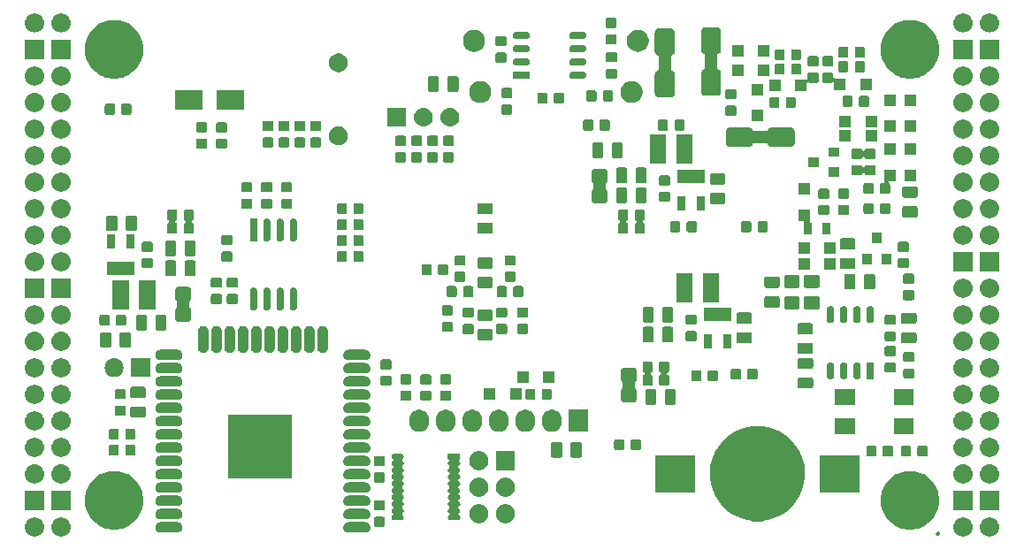
<source format=gbs>
G04 #@! TF.GenerationSoftware,KiCad,Pcbnew,5.0.2+dfsg1-1*
G04 #@! TF.CreationDate,2019-06-05T12:29:05+02:00*
G04 #@! TF.ProjectId,ulx3s,756c7833-732e-46b6-9963-61645f706362,v3.0.7*
G04 #@! TF.SameCoordinates,Original*
G04 #@! TF.FileFunction,Soldermask,Bot*
G04 #@! TF.FilePolarity,Negative*
%FSLAX46Y46*%
G04 Gerber Fmt 4.6, Leading zero omitted, Abs format (unit mm)*
G04 Created by KiCad (PCBNEW 5.0.2+dfsg1-1) date srijeda, 05. lipnja 2019. 12:29:05 CEST*
%MOMM*%
%LPD*%
G01*
G04 APERTURE LIST*
%ADD10C,1.200000*%
%ADD11C,0.100000*%
G04 APERTURE END LIST*
D10*
G04 #@! TO.C,RP2*
X109609000Y-88632000D02*
X109609000Y-90632000D01*
G04 #@! TO.C,RP3*
X149472000Y-77311000D02*
X149472000Y-79311000D01*
G04 #@! TO.C,RP1*
X152281000Y-96361000D02*
X152281000Y-98361000D01*
G04 #@! TO.C,D52*
X160155000Y-64391000D02*
X160155000Y-68391000D01*
G04 #@! TO.C,D51*
X155710000Y-68518000D02*
X155710000Y-64518000D01*
G04 #@! TO.C,D9*
X166854000Y-73630000D02*
X162854000Y-73630000D01*
D11*
G36*
X98021988Y-110043010D02*
X98089097Y-110049619D01*
X98203906Y-110084446D01*
X98261312Y-110101860D01*
X98306489Y-110126008D01*
X98420025Y-110186694D01*
X98559138Y-110300862D01*
X98673306Y-110439975D01*
X98709257Y-110507235D01*
X98758140Y-110598688D01*
X98758140Y-110598689D01*
X98810381Y-110770903D01*
X98828020Y-110950000D01*
X98810381Y-111129097D01*
X98791218Y-111192267D01*
X98758140Y-111301312D01*
X98729302Y-111355264D01*
X98673306Y-111460025D01*
X98559138Y-111599138D01*
X98420025Y-111713306D01*
X98346146Y-111752795D01*
X98261312Y-111798140D01*
X98203906Y-111815554D01*
X98089097Y-111850381D01*
X98021988Y-111856990D01*
X97954880Y-111863600D01*
X97865120Y-111863600D01*
X97798012Y-111856990D01*
X97730903Y-111850381D01*
X97616094Y-111815554D01*
X97558688Y-111798140D01*
X97473854Y-111752795D01*
X97399975Y-111713306D01*
X97260862Y-111599138D01*
X97146694Y-111460025D01*
X97090698Y-111355264D01*
X97061860Y-111301312D01*
X97028782Y-111192267D01*
X97009619Y-111129097D01*
X96991980Y-110950000D01*
X97009619Y-110770903D01*
X97061860Y-110598689D01*
X97061860Y-110598688D01*
X97110743Y-110507235D01*
X97146694Y-110439975D01*
X97260862Y-110300862D01*
X97399975Y-110186694D01*
X97513511Y-110126008D01*
X97558688Y-110101860D01*
X97616094Y-110084446D01*
X97730903Y-110049619D01*
X97798012Y-110043010D01*
X97865120Y-110036400D01*
X97954880Y-110036400D01*
X98021988Y-110043010D01*
X98021988Y-110043010D01*
G37*
G36*
X184381988Y-110043010D02*
X184449097Y-110049619D01*
X184563906Y-110084446D01*
X184621312Y-110101860D01*
X184666489Y-110126008D01*
X184780025Y-110186694D01*
X184919138Y-110300862D01*
X185033306Y-110439975D01*
X185069257Y-110507235D01*
X185118140Y-110598688D01*
X185118140Y-110598689D01*
X185170381Y-110770903D01*
X185188020Y-110950000D01*
X185170381Y-111129097D01*
X185151218Y-111192267D01*
X185118140Y-111301312D01*
X185089302Y-111355264D01*
X185033306Y-111460025D01*
X184919138Y-111599138D01*
X184780025Y-111713306D01*
X184706146Y-111752795D01*
X184621312Y-111798140D01*
X184563906Y-111815554D01*
X184449097Y-111850381D01*
X184381988Y-111856990D01*
X184314880Y-111863600D01*
X184225120Y-111863600D01*
X184158012Y-111856990D01*
X184090903Y-111850381D01*
X183976094Y-111815554D01*
X183918688Y-111798140D01*
X183833854Y-111752795D01*
X183759975Y-111713306D01*
X183620862Y-111599138D01*
X183506694Y-111460025D01*
X183450698Y-111355264D01*
X183421860Y-111301312D01*
X183388782Y-111192267D01*
X183369619Y-111129097D01*
X183351980Y-110950000D01*
X183369619Y-110770903D01*
X183421860Y-110598689D01*
X183421860Y-110598688D01*
X183470743Y-110507235D01*
X183506694Y-110439975D01*
X183620862Y-110300862D01*
X183759975Y-110186694D01*
X183873511Y-110126008D01*
X183918688Y-110101860D01*
X183976094Y-110084446D01*
X184090903Y-110049619D01*
X184158012Y-110043010D01*
X184225120Y-110036400D01*
X184314880Y-110036400D01*
X184381988Y-110043010D01*
X184381988Y-110043010D01*
G37*
G36*
X186921988Y-110043010D02*
X186989097Y-110049619D01*
X187103906Y-110084446D01*
X187161312Y-110101860D01*
X187206489Y-110126008D01*
X187320025Y-110186694D01*
X187459138Y-110300862D01*
X187573306Y-110439975D01*
X187609257Y-110507235D01*
X187658140Y-110598688D01*
X187658140Y-110598689D01*
X187710381Y-110770903D01*
X187728020Y-110950000D01*
X187710381Y-111129097D01*
X187691218Y-111192267D01*
X187658140Y-111301312D01*
X187629302Y-111355264D01*
X187573306Y-111460025D01*
X187459138Y-111599138D01*
X187320025Y-111713306D01*
X187246146Y-111752795D01*
X187161312Y-111798140D01*
X187103906Y-111815554D01*
X186989097Y-111850381D01*
X186921988Y-111856990D01*
X186854880Y-111863600D01*
X186765120Y-111863600D01*
X186698012Y-111856990D01*
X186630903Y-111850381D01*
X186516094Y-111815554D01*
X186458688Y-111798140D01*
X186373854Y-111752795D01*
X186299975Y-111713306D01*
X186160862Y-111599138D01*
X186046694Y-111460025D01*
X185990698Y-111355264D01*
X185961860Y-111301312D01*
X185928782Y-111192267D01*
X185909619Y-111129097D01*
X185891980Y-110950000D01*
X185909619Y-110770903D01*
X185961860Y-110598689D01*
X185961860Y-110598688D01*
X186010743Y-110507235D01*
X186046694Y-110439975D01*
X186160862Y-110300862D01*
X186299975Y-110186694D01*
X186413511Y-110126008D01*
X186458688Y-110101860D01*
X186516094Y-110084446D01*
X186630903Y-110049619D01*
X186698012Y-110043010D01*
X186765120Y-110036400D01*
X186854880Y-110036400D01*
X186921988Y-110043010D01*
X186921988Y-110043010D01*
G37*
G36*
X95481988Y-110043010D02*
X95549097Y-110049619D01*
X95663906Y-110084446D01*
X95721312Y-110101860D01*
X95766489Y-110126008D01*
X95880025Y-110186694D01*
X96019138Y-110300862D01*
X96133306Y-110439975D01*
X96169257Y-110507235D01*
X96218140Y-110598688D01*
X96218140Y-110598689D01*
X96270381Y-110770903D01*
X96288020Y-110950000D01*
X96270381Y-111129097D01*
X96251218Y-111192267D01*
X96218140Y-111301312D01*
X96189302Y-111355264D01*
X96133306Y-111460025D01*
X96019138Y-111599138D01*
X95880025Y-111713306D01*
X95806146Y-111752795D01*
X95721312Y-111798140D01*
X95663906Y-111815554D01*
X95549097Y-111850381D01*
X95481988Y-111856990D01*
X95414880Y-111863600D01*
X95325120Y-111863600D01*
X95258012Y-111856990D01*
X95190903Y-111850381D01*
X95076094Y-111815554D01*
X95018688Y-111798140D01*
X94933854Y-111752795D01*
X94859975Y-111713306D01*
X94720862Y-111599138D01*
X94606694Y-111460025D01*
X94550698Y-111355264D01*
X94521860Y-111301312D01*
X94488782Y-111192267D01*
X94469619Y-111129097D01*
X94451980Y-110950000D01*
X94469619Y-110770903D01*
X94521860Y-110598689D01*
X94521860Y-110598688D01*
X94570743Y-110507235D01*
X94606694Y-110439975D01*
X94720862Y-110300862D01*
X94859975Y-110186694D01*
X94973511Y-110126008D01*
X95018688Y-110101860D01*
X95076094Y-110084446D01*
X95190903Y-110049619D01*
X95258012Y-110043010D01*
X95325120Y-110036400D01*
X95414880Y-110036400D01*
X95481988Y-110043010D01*
X95481988Y-110043010D01*
G37*
G36*
X181930337Y-111410685D02*
X181966732Y-111425760D01*
X181966733Y-111425761D01*
X181966736Y-111425762D01*
X181999493Y-111447650D01*
X181999497Y-111447653D01*
X182027347Y-111475503D01*
X182027349Y-111475506D01*
X182027350Y-111475507D01*
X182049238Y-111508264D01*
X182049239Y-111508267D01*
X182049240Y-111508268D01*
X182064315Y-111544663D01*
X182072000Y-111583299D01*
X182072000Y-111622701D01*
X182064315Y-111661337D01*
X182049240Y-111697732D01*
X182049238Y-111697736D01*
X182038834Y-111713306D01*
X182027347Y-111730497D01*
X181999497Y-111758347D01*
X181999494Y-111758349D01*
X181999493Y-111758350D01*
X181966736Y-111780238D01*
X181966733Y-111780239D01*
X181966732Y-111780240D01*
X181930337Y-111795315D01*
X181891701Y-111803000D01*
X181852299Y-111803000D01*
X181813663Y-111795315D01*
X181777268Y-111780240D01*
X181777267Y-111780239D01*
X181777264Y-111780238D01*
X181744507Y-111758350D01*
X181744506Y-111758349D01*
X181744503Y-111758347D01*
X181716653Y-111730497D01*
X181705166Y-111713306D01*
X181694762Y-111697736D01*
X181694760Y-111697732D01*
X181679685Y-111661337D01*
X181672000Y-111622701D01*
X181672000Y-111583299D01*
X181679685Y-111544663D01*
X181694760Y-111508268D01*
X181694761Y-111508267D01*
X181694762Y-111508264D01*
X181716650Y-111475507D01*
X181716651Y-111475506D01*
X181716653Y-111475503D01*
X181744503Y-111447653D01*
X181744507Y-111447650D01*
X181777264Y-111425762D01*
X181777267Y-111425761D01*
X181777268Y-111425760D01*
X181813663Y-111410685D01*
X181852299Y-111403000D01*
X181891701Y-111403000D01*
X181930337Y-111410685D01*
X181930337Y-111410685D01*
G37*
G36*
X109128015Y-110507234D02*
X109222268Y-110535825D01*
X109268697Y-110560643D01*
X109309129Y-110582254D01*
X109322954Y-110593600D01*
X109385264Y-110644736D01*
X109447745Y-110720870D01*
X109494175Y-110807732D01*
X109522766Y-110901985D01*
X109532419Y-111000000D01*
X109522766Y-111098015D01*
X109494175Y-111192268D01*
X109469357Y-111238697D01*
X109447746Y-111279129D01*
X109385264Y-111355264D01*
X109309129Y-111417746D01*
X109294132Y-111425762D01*
X109222268Y-111464175D01*
X109128015Y-111492766D01*
X109054564Y-111500000D01*
X107405436Y-111500000D01*
X107331985Y-111492766D01*
X107237732Y-111464175D01*
X107165868Y-111425762D01*
X107150871Y-111417746D01*
X107074736Y-111355264D01*
X107012254Y-111279129D01*
X106990643Y-111238697D01*
X106965825Y-111192268D01*
X106937234Y-111098015D01*
X106927581Y-111000000D01*
X106937234Y-110901985D01*
X106965825Y-110807732D01*
X107012255Y-110720870D01*
X107074736Y-110644736D01*
X107137046Y-110593600D01*
X107150871Y-110582254D01*
X107191303Y-110560643D01*
X107237732Y-110535825D01*
X107331985Y-110507234D01*
X107405436Y-110500000D01*
X109054564Y-110500000D01*
X109128015Y-110507234D01*
X109128015Y-110507234D01*
G37*
G36*
X127128015Y-110507234D02*
X127222268Y-110535825D01*
X127268697Y-110560643D01*
X127309129Y-110582254D01*
X127322954Y-110593600D01*
X127385264Y-110644736D01*
X127447745Y-110720870D01*
X127494175Y-110807732D01*
X127522766Y-110901985D01*
X127532419Y-111000000D01*
X127522766Y-111098015D01*
X127494175Y-111192268D01*
X127469357Y-111238697D01*
X127447746Y-111279129D01*
X127385264Y-111355264D01*
X127309129Y-111417746D01*
X127294132Y-111425762D01*
X127222268Y-111464175D01*
X127128015Y-111492766D01*
X127054564Y-111500000D01*
X125405436Y-111500000D01*
X125331985Y-111492766D01*
X125237732Y-111464175D01*
X125165868Y-111425762D01*
X125150871Y-111417746D01*
X125074736Y-111355264D01*
X125012254Y-111279129D01*
X124990643Y-111238697D01*
X124965825Y-111192268D01*
X124937234Y-111098015D01*
X124927581Y-111000000D01*
X124937234Y-110901985D01*
X124965825Y-110807732D01*
X125012255Y-110720870D01*
X125074736Y-110644736D01*
X125137046Y-110593600D01*
X125150871Y-110582254D01*
X125191303Y-110560643D01*
X125237732Y-110535825D01*
X125331985Y-110507234D01*
X125405436Y-110500000D01*
X127054564Y-110500000D01*
X127128015Y-110507234D01*
X127128015Y-110507234D01*
G37*
G36*
X103420971Y-105640870D02*
X103806730Y-105717602D01*
X103950245Y-105777048D01*
X104316296Y-105928671D01*
X104774899Y-106235100D01*
X105164900Y-106625101D01*
X105471329Y-107083704D01*
X105540310Y-107250240D01*
X105682398Y-107593270D01*
X105709809Y-107731075D01*
X105790000Y-108134223D01*
X105790000Y-108685777D01*
X105773963Y-108766400D01*
X105682398Y-109226730D01*
X105620600Y-109375924D01*
X105471329Y-109736296D01*
X105164900Y-110194899D01*
X104774899Y-110584900D01*
X104316296Y-110891329D01*
X104162580Y-110955000D01*
X103806730Y-111102398D01*
X103536253Y-111156199D01*
X103265777Y-111210000D01*
X102714223Y-111210000D01*
X102443747Y-111156199D01*
X102173270Y-111102398D01*
X101817420Y-110955000D01*
X101663704Y-110891329D01*
X101205101Y-110584900D01*
X100815100Y-110194899D01*
X100508671Y-109736296D01*
X100359400Y-109375924D01*
X100297602Y-109226730D01*
X100206037Y-108766400D01*
X100190000Y-108685777D01*
X100190000Y-108134223D01*
X100270191Y-107731075D01*
X100297602Y-107593270D01*
X100439690Y-107250240D01*
X100508671Y-107083704D01*
X100815100Y-106625101D01*
X101205101Y-106235100D01*
X101663704Y-105928671D01*
X102029755Y-105777048D01*
X102173270Y-105717602D01*
X102559029Y-105640870D01*
X102714223Y-105610000D01*
X103265777Y-105610000D01*
X103420971Y-105640870D01*
X103420971Y-105640870D01*
G37*
G36*
X179620971Y-105640870D02*
X180006730Y-105717602D01*
X180150245Y-105777048D01*
X180516296Y-105928671D01*
X180974899Y-106235100D01*
X181364900Y-106625101D01*
X181671329Y-107083704D01*
X181740310Y-107250240D01*
X181882398Y-107593270D01*
X181909809Y-107731075D01*
X181990000Y-108134223D01*
X181990000Y-108685777D01*
X181973963Y-108766400D01*
X181882398Y-109226730D01*
X181820600Y-109375924D01*
X181671329Y-109736296D01*
X181364900Y-110194899D01*
X180974899Y-110584900D01*
X180516296Y-110891329D01*
X180362580Y-110955000D01*
X180006730Y-111102398D01*
X179736253Y-111156199D01*
X179465777Y-111210000D01*
X178914223Y-111210000D01*
X178643747Y-111156199D01*
X178373270Y-111102398D01*
X178017420Y-110955000D01*
X177863704Y-110891329D01*
X177405101Y-110584900D01*
X177015100Y-110194899D01*
X176708671Y-109736296D01*
X176559400Y-109375924D01*
X176497602Y-109226730D01*
X176406037Y-108766400D01*
X176390000Y-108685777D01*
X176390000Y-108134223D01*
X176470191Y-107731075D01*
X176497602Y-107593270D01*
X176639690Y-107250240D01*
X176708671Y-107083704D01*
X177015100Y-106625101D01*
X177405101Y-106235100D01*
X177863704Y-105928671D01*
X178229755Y-105777048D01*
X178373270Y-105717602D01*
X178759029Y-105640870D01*
X178914223Y-105610000D01*
X179465777Y-105610000D01*
X179620971Y-105640870D01*
X179620971Y-105640870D01*
G37*
G36*
X128768992Y-109984076D02*
X128802883Y-109994357D01*
X128834111Y-110011048D01*
X128861485Y-110033515D01*
X128883952Y-110060889D01*
X128900643Y-110092117D01*
X128910924Y-110126008D01*
X128915000Y-110167391D01*
X128915000Y-110767609D01*
X128910924Y-110808992D01*
X128900643Y-110842883D01*
X128883952Y-110874111D01*
X128861485Y-110901485D01*
X128834111Y-110923952D01*
X128802883Y-110940643D01*
X128768992Y-110950924D01*
X128727609Y-110955000D01*
X128052391Y-110955000D01*
X128011008Y-110950924D01*
X127977117Y-110940643D01*
X127945889Y-110923952D01*
X127918515Y-110901485D01*
X127896048Y-110874111D01*
X127879357Y-110842883D01*
X127869076Y-110808992D01*
X127865000Y-110767609D01*
X127865000Y-110167391D01*
X127869076Y-110126008D01*
X127879357Y-110092117D01*
X127896048Y-110060889D01*
X127918515Y-110033515D01*
X127945889Y-110011048D01*
X127977117Y-109994357D01*
X128011008Y-109984076D01*
X128052391Y-109980000D01*
X128727609Y-109980000D01*
X128768992Y-109984076D01*
X128768992Y-109984076D01*
G37*
G36*
X140566987Y-108773009D02*
X140634097Y-108779619D01*
X140747461Y-108814008D01*
X140806312Y-108831860D01*
X140861079Y-108861134D01*
X140965025Y-108916694D01*
X141104138Y-109030862D01*
X141218306Y-109169975D01*
X141254257Y-109237235D01*
X141303140Y-109328688D01*
X141303140Y-109328689D01*
X141355381Y-109500903D01*
X141373020Y-109680000D01*
X141355381Y-109859097D01*
X141346805Y-109887368D01*
X141303140Y-110031312D01*
X141285133Y-110065000D01*
X141218306Y-110190025D01*
X141104138Y-110329138D01*
X140965025Y-110443306D01*
X140891146Y-110482795D01*
X140806312Y-110528140D01*
X140748906Y-110545554D01*
X140634097Y-110580381D01*
X140566987Y-110586991D01*
X140499880Y-110593600D01*
X140410120Y-110593600D01*
X140343013Y-110586991D01*
X140275903Y-110580381D01*
X140161094Y-110545554D01*
X140103688Y-110528140D01*
X140018854Y-110482795D01*
X139944975Y-110443306D01*
X139805862Y-110329138D01*
X139691694Y-110190025D01*
X139624867Y-110065000D01*
X139606860Y-110031312D01*
X139563195Y-109887368D01*
X139554619Y-109859097D01*
X139536980Y-109680000D01*
X139554619Y-109500903D01*
X139606860Y-109328689D01*
X139606860Y-109328688D01*
X139655743Y-109237235D01*
X139691694Y-109169975D01*
X139805862Y-109030862D01*
X139944975Y-108916694D01*
X140048921Y-108861134D01*
X140103688Y-108831860D01*
X140162539Y-108814008D01*
X140275903Y-108779619D01*
X140343013Y-108773009D01*
X140410120Y-108766400D01*
X140499880Y-108766400D01*
X140566987Y-108773009D01*
X140566987Y-108773009D01*
G37*
G36*
X138026987Y-108773009D02*
X138094097Y-108779619D01*
X138207461Y-108814008D01*
X138266312Y-108831860D01*
X138321079Y-108861134D01*
X138425025Y-108916694D01*
X138564138Y-109030862D01*
X138678306Y-109169975D01*
X138714257Y-109237235D01*
X138763140Y-109328688D01*
X138763140Y-109328689D01*
X138815381Y-109500903D01*
X138833020Y-109680000D01*
X138815381Y-109859097D01*
X138806805Y-109887368D01*
X138763140Y-110031312D01*
X138745133Y-110065000D01*
X138678306Y-110190025D01*
X138564138Y-110329138D01*
X138425025Y-110443306D01*
X138351146Y-110482795D01*
X138266312Y-110528140D01*
X138208906Y-110545554D01*
X138094097Y-110580381D01*
X138026987Y-110586991D01*
X137959880Y-110593600D01*
X137870120Y-110593600D01*
X137803013Y-110586991D01*
X137735903Y-110580381D01*
X137621094Y-110545554D01*
X137563688Y-110528140D01*
X137478854Y-110482795D01*
X137404975Y-110443306D01*
X137265862Y-110329138D01*
X137151694Y-110190025D01*
X137084867Y-110065000D01*
X137066860Y-110031312D01*
X137023195Y-109887368D01*
X137014619Y-109859097D01*
X136996980Y-109680000D01*
X137014619Y-109500903D01*
X137066860Y-109328689D01*
X137066860Y-109328688D01*
X137115743Y-109237235D01*
X137151694Y-109169975D01*
X137265862Y-109030862D01*
X137404975Y-108916694D01*
X137508921Y-108861134D01*
X137563688Y-108831860D01*
X137622539Y-108814008D01*
X137735903Y-108779619D01*
X137803013Y-108773009D01*
X137870120Y-108766400D01*
X137959880Y-108766400D01*
X138026987Y-108773009D01*
X138026987Y-108773009D01*
G37*
G36*
X165158226Y-101344882D02*
X165912186Y-101494853D01*
X166740233Y-101837842D01*
X167485456Y-102335784D01*
X168119216Y-102969544D01*
X168617158Y-103714767D01*
X168960147Y-104542814D01*
X169080923Y-105150000D01*
X169135000Y-105421863D01*
X169135000Y-106318137D01*
X169128662Y-106350000D01*
X168960147Y-107197186D01*
X168617158Y-108025233D01*
X168119216Y-108770456D01*
X167485456Y-109404216D01*
X166740233Y-109902158D01*
X165912186Y-110245147D01*
X165158226Y-110395118D01*
X165033137Y-110420000D01*
X164136863Y-110420000D01*
X164011774Y-110395118D01*
X163257814Y-110245147D01*
X162429767Y-109902158D01*
X161684544Y-109404216D01*
X161050784Y-108770456D01*
X160552842Y-108025233D01*
X160209853Y-107197186D01*
X160041338Y-106350000D01*
X160035000Y-106318137D01*
X160035000Y-105421863D01*
X160089077Y-105150000D01*
X160209853Y-104542814D01*
X160552842Y-103714767D01*
X161050784Y-102969544D01*
X161684544Y-102335784D01*
X162429767Y-101837842D01*
X163257814Y-101494853D01*
X164011774Y-101344882D01*
X164136863Y-101320000D01*
X165033137Y-101320000D01*
X165158226Y-101344882D01*
X165158226Y-101344882D01*
G37*
G36*
X136135000Y-104465594D02*
X136116641Y-104467402D01*
X136093192Y-104474515D01*
X136071581Y-104486066D01*
X136052639Y-104501612D01*
X136037093Y-104520554D01*
X136025542Y-104542165D01*
X136018429Y-104565614D01*
X136016027Y-104590000D01*
X136018429Y-104614386D01*
X136025542Y-104637835D01*
X136037093Y-104659446D01*
X136052639Y-104678388D01*
X136061717Y-104686617D01*
X136062632Y-104687368D01*
X136093873Y-104725436D01*
X136117087Y-104768866D01*
X136117088Y-104768869D01*
X136131383Y-104815990D01*
X136136209Y-104865000D01*
X136131383Y-104914010D01*
X136118523Y-104956400D01*
X136117087Y-104961134D01*
X136093873Y-105004564D01*
X136062632Y-105042632D01*
X136024564Y-105073873D01*
X136013550Y-105079760D01*
X135993175Y-105093374D01*
X135975848Y-105110701D01*
X135962234Y-105131076D01*
X135952857Y-105153715D01*
X135948077Y-105177749D01*
X135948077Y-105202253D01*
X135952858Y-105226286D01*
X135962235Y-105248925D01*
X135975849Y-105269300D01*
X135993176Y-105286627D01*
X136013549Y-105300239D01*
X136024564Y-105306127D01*
X136062632Y-105337368D01*
X136093873Y-105375436D01*
X136117087Y-105418866D01*
X136117088Y-105418869D01*
X136131383Y-105465990D01*
X136136209Y-105515000D01*
X136131383Y-105564010D01*
X136117431Y-105610000D01*
X136117087Y-105611134D01*
X136093873Y-105654564D01*
X136062632Y-105692632D01*
X136024564Y-105723873D01*
X136013550Y-105729760D01*
X135993175Y-105743374D01*
X135975848Y-105760701D01*
X135962234Y-105781076D01*
X135952857Y-105803715D01*
X135948077Y-105827749D01*
X135948077Y-105852253D01*
X135952858Y-105876286D01*
X135962235Y-105898925D01*
X135975849Y-105919300D01*
X135993176Y-105936627D01*
X136013549Y-105950239D01*
X136024564Y-105956127D01*
X136062632Y-105987368D01*
X136093873Y-106025436D01*
X136117087Y-106068866D01*
X136117088Y-106068869D01*
X136131383Y-106115990D01*
X136136209Y-106165000D01*
X136131383Y-106214010D01*
X136117088Y-106261131D01*
X136117087Y-106261134D01*
X136093873Y-106304564D01*
X136062632Y-106342632D01*
X136024564Y-106373873D01*
X136019286Y-106376694D01*
X136013550Y-106379760D01*
X135993175Y-106393374D01*
X135975848Y-106410701D01*
X135962234Y-106431076D01*
X135952857Y-106453715D01*
X135948077Y-106477749D01*
X135948077Y-106502253D01*
X135952858Y-106526286D01*
X135962235Y-106548925D01*
X135975849Y-106569300D01*
X135993176Y-106586627D01*
X136013549Y-106600239D01*
X136024564Y-106606127D01*
X136062632Y-106637368D01*
X136093873Y-106675436D01*
X136117087Y-106718866D01*
X136117088Y-106718869D01*
X136131383Y-106765990D01*
X136136209Y-106815000D01*
X136131383Y-106864010D01*
X136117167Y-106910870D01*
X136117087Y-106911134D01*
X136093873Y-106954564D01*
X136062632Y-106992632D01*
X136024564Y-107023873D01*
X136013550Y-107029760D01*
X135993175Y-107043374D01*
X135975848Y-107060701D01*
X135962234Y-107081076D01*
X135952857Y-107103715D01*
X135948077Y-107127749D01*
X135948077Y-107152253D01*
X135952858Y-107176286D01*
X135962235Y-107198925D01*
X135975849Y-107219300D01*
X135993176Y-107236627D01*
X136013549Y-107250239D01*
X136024564Y-107256127D01*
X136062632Y-107287368D01*
X136093873Y-107325436D01*
X136117087Y-107368866D01*
X136117088Y-107368869D01*
X136131383Y-107415990D01*
X136136209Y-107465000D01*
X136131383Y-107514010D01*
X136117088Y-107561131D01*
X136117087Y-107561134D01*
X136093873Y-107604564D01*
X136062632Y-107642632D01*
X136024564Y-107673873D01*
X136013550Y-107679760D01*
X135993175Y-107693374D01*
X135975848Y-107710701D01*
X135962234Y-107731076D01*
X135952857Y-107753715D01*
X135948077Y-107777749D01*
X135948077Y-107802253D01*
X135952858Y-107826286D01*
X135962235Y-107848925D01*
X135975849Y-107869300D01*
X135993176Y-107886627D01*
X136013549Y-107900239D01*
X136024564Y-107906127D01*
X136062632Y-107937368D01*
X136093873Y-107975436D01*
X136117087Y-108018866D01*
X136117088Y-108018869D01*
X136131383Y-108065990D01*
X136136209Y-108115000D01*
X136131383Y-108164010D01*
X136117088Y-108211131D01*
X136117087Y-108211134D01*
X136093873Y-108254564D01*
X136062632Y-108292632D01*
X136024564Y-108323873D01*
X136013550Y-108329760D01*
X135993175Y-108343374D01*
X135975848Y-108360701D01*
X135962234Y-108381076D01*
X135952857Y-108403715D01*
X135948077Y-108427749D01*
X135948077Y-108452253D01*
X135952858Y-108476286D01*
X135962235Y-108498925D01*
X135975849Y-108519300D01*
X135993176Y-108536627D01*
X136013549Y-108550239D01*
X136024564Y-108556127D01*
X136062632Y-108587368D01*
X136093873Y-108625436D01*
X136117087Y-108668866D01*
X136117088Y-108668869D01*
X136131383Y-108715990D01*
X136136209Y-108765000D01*
X136131383Y-108814010D01*
X136117088Y-108861131D01*
X136117087Y-108861134D01*
X136093873Y-108904564D01*
X136062632Y-108942632D01*
X136024564Y-108973873D01*
X136013550Y-108979760D01*
X135993175Y-108993374D01*
X135975848Y-109010701D01*
X135962234Y-109031076D01*
X135952857Y-109053715D01*
X135948077Y-109077749D01*
X135948077Y-109102253D01*
X135952858Y-109126286D01*
X135962235Y-109148925D01*
X135975849Y-109169300D01*
X135993176Y-109186627D01*
X136013549Y-109200239D01*
X136024564Y-109206127D01*
X136062632Y-109237368D01*
X136093873Y-109275436D01*
X136117087Y-109318866D01*
X136117088Y-109318869D01*
X136131383Y-109365990D01*
X136136209Y-109415000D01*
X136131383Y-109464010D01*
X136120190Y-109500905D01*
X136117087Y-109511134D01*
X136093873Y-109554564D01*
X136062632Y-109592632D01*
X136024564Y-109623873D01*
X136013550Y-109629760D01*
X135993175Y-109643374D01*
X135975848Y-109660701D01*
X135962234Y-109681076D01*
X135952857Y-109703715D01*
X135948077Y-109727749D01*
X135948077Y-109752253D01*
X135952858Y-109776286D01*
X135962235Y-109798925D01*
X135975849Y-109819300D01*
X135993176Y-109836627D01*
X136013549Y-109850239D01*
X136024564Y-109856127D01*
X136062632Y-109887368D01*
X136093873Y-109925436D01*
X136117087Y-109968866D01*
X136117088Y-109968869D01*
X136131383Y-110015990D01*
X136136209Y-110065000D01*
X136131383Y-110114010D01*
X136117088Y-110161131D01*
X136117087Y-110161134D01*
X136093873Y-110204564D01*
X136062632Y-110242632D01*
X136024564Y-110273873D01*
X135981134Y-110297087D01*
X135981131Y-110297088D01*
X135934010Y-110311383D01*
X135897280Y-110315000D01*
X135172720Y-110315000D01*
X135135990Y-110311383D01*
X135088869Y-110297088D01*
X135088866Y-110297087D01*
X135045436Y-110273873D01*
X135007368Y-110242632D01*
X134976127Y-110204564D01*
X134952913Y-110161134D01*
X134952912Y-110161131D01*
X134938617Y-110114010D01*
X134933791Y-110065000D01*
X134938617Y-110015990D01*
X134952912Y-109968869D01*
X134952913Y-109968866D01*
X134976127Y-109925436D01*
X135007368Y-109887368D01*
X135045436Y-109856127D01*
X135056451Y-109850239D01*
X135076825Y-109836626D01*
X135094152Y-109819299D01*
X135107766Y-109798924D01*
X135117143Y-109776285D01*
X135121923Y-109752251D01*
X135121923Y-109727747D01*
X135117142Y-109703714D01*
X135107765Y-109681075D01*
X135094151Y-109660700D01*
X135076824Y-109643373D01*
X135056450Y-109629760D01*
X135045436Y-109623873D01*
X135007368Y-109592632D01*
X134976127Y-109554564D01*
X134952913Y-109511134D01*
X134949810Y-109500905D01*
X134938617Y-109464010D01*
X134933791Y-109415000D01*
X134938617Y-109365990D01*
X134952912Y-109318869D01*
X134952913Y-109318866D01*
X134976127Y-109275436D01*
X135007368Y-109237368D01*
X135045436Y-109206127D01*
X135056451Y-109200239D01*
X135076825Y-109186626D01*
X135094152Y-109169299D01*
X135107766Y-109148924D01*
X135117143Y-109126285D01*
X135121923Y-109102251D01*
X135121923Y-109077747D01*
X135117142Y-109053714D01*
X135107765Y-109031075D01*
X135094151Y-109010700D01*
X135076824Y-108993373D01*
X135056450Y-108979760D01*
X135045436Y-108973873D01*
X135007368Y-108942632D01*
X134976127Y-108904564D01*
X134952913Y-108861134D01*
X134952912Y-108861131D01*
X134938617Y-108814010D01*
X134933791Y-108765000D01*
X134938617Y-108715990D01*
X134952912Y-108668869D01*
X134952913Y-108668866D01*
X134976127Y-108625436D01*
X135007368Y-108587368D01*
X135045436Y-108556127D01*
X135056451Y-108550239D01*
X135076825Y-108536626D01*
X135094152Y-108519299D01*
X135107766Y-108498924D01*
X135117143Y-108476285D01*
X135121923Y-108452251D01*
X135121923Y-108427747D01*
X135117142Y-108403714D01*
X135107765Y-108381075D01*
X135094151Y-108360700D01*
X135076824Y-108343373D01*
X135056450Y-108329760D01*
X135045436Y-108323873D01*
X135007368Y-108292632D01*
X134976127Y-108254564D01*
X134952913Y-108211134D01*
X134952912Y-108211131D01*
X134938617Y-108164010D01*
X134933791Y-108115000D01*
X134938617Y-108065990D01*
X134952912Y-108018869D01*
X134952913Y-108018866D01*
X134976127Y-107975436D01*
X135007368Y-107937368D01*
X135045436Y-107906127D01*
X135056451Y-107900239D01*
X135076825Y-107886626D01*
X135094152Y-107869299D01*
X135107766Y-107848924D01*
X135117143Y-107826285D01*
X135121923Y-107802251D01*
X135121923Y-107777747D01*
X135117142Y-107753714D01*
X135107765Y-107731075D01*
X135094151Y-107710700D01*
X135076824Y-107693373D01*
X135056450Y-107679760D01*
X135045436Y-107673873D01*
X135007368Y-107642632D01*
X134976127Y-107604564D01*
X134952913Y-107561134D01*
X134952912Y-107561131D01*
X134938617Y-107514010D01*
X134933791Y-107465000D01*
X134938617Y-107415990D01*
X134952912Y-107368869D01*
X134952913Y-107368866D01*
X134976127Y-107325436D01*
X135007368Y-107287368D01*
X135045436Y-107256127D01*
X135056451Y-107250239D01*
X135076825Y-107236626D01*
X135094152Y-107219299D01*
X135107766Y-107198924D01*
X135117143Y-107176285D01*
X135121923Y-107152251D01*
X135121923Y-107127747D01*
X135117142Y-107103714D01*
X135107765Y-107081075D01*
X135094151Y-107060700D01*
X135076824Y-107043373D01*
X135056450Y-107029760D01*
X135045436Y-107023873D01*
X135007368Y-106992632D01*
X134976127Y-106954564D01*
X134952913Y-106911134D01*
X134952833Y-106910870D01*
X134938617Y-106864010D01*
X134933791Y-106815000D01*
X134938617Y-106765990D01*
X134952912Y-106718869D01*
X134952913Y-106718866D01*
X134976127Y-106675436D01*
X135007368Y-106637368D01*
X135045436Y-106606127D01*
X135056451Y-106600239D01*
X135076825Y-106586626D01*
X135094152Y-106569299D01*
X135107766Y-106548924D01*
X135117143Y-106526285D01*
X135121923Y-106502251D01*
X135121923Y-106477747D01*
X135117142Y-106453714D01*
X135107765Y-106431075D01*
X135094151Y-106410700D01*
X135076824Y-106393373D01*
X135056450Y-106379760D01*
X135050714Y-106376694D01*
X135045436Y-106373873D01*
X135007368Y-106342632D01*
X134976127Y-106304564D01*
X134952913Y-106261134D01*
X134952912Y-106261131D01*
X134938617Y-106214010D01*
X134933791Y-106165000D01*
X134938617Y-106115990D01*
X134952912Y-106068869D01*
X134952913Y-106068866D01*
X134976127Y-106025436D01*
X135007368Y-105987368D01*
X135045436Y-105956127D01*
X135056451Y-105950239D01*
X135076825Y-105936626D01*
X135094152Y-105919299D01*
X135107766Y-105898924D01*
X135117143Y-105876285D01*
X135121923Y-105852251D01*
X135121923Y-105827747D01*
X135117142Y-105803714D01*
X135107765Y-105781075D01*
X135094151Y-105760700D01*
X135076824Y-105743373D01*
X135056450Y-105729760D01*
X135045436Y-105723873D01*
X135007368Y-105692632D01*
X134976127Y-105654564D01*
X134952913Y-105611134D01*
X134952569Y-105610000D01*
X134938617Y-105564010D01*
X134933791Y-105515000D01*
X134938617Y-105465990D01*
X134952912Y-105418869D01*
X134952913Y-105418866D01*
X134976127Y-105375436D01*
X135007368Y-105337368D01*
X135045436Y-105306127D01*
X135056451Y-105300239D01*
X135076825Y-105286626D01*
X135094152Y-105269299D01*
X135107766Y-105248924D01*
X135117143Y-105226285D01*
X135121923Y-105202251D01*
X135121923Y-105177747D01*
X135117142Y-105153714D01*
X135107765Y-105131075D01*
X135094151Y-105110700D01*
X135076824Y-105093373D01*
X135056450Y-105079760D01*
X135045436Y-105073873D01*
X135007368Y-105042632D01*
X134976127Y-105004564D01*
X134952913Y-104961134D01*
X134951477Y-104956400D01*
X134938617Y-104914010D01*
X134933791Y-104865000D01*
X134938617Y-104815990D01*
X134952912Y-104768869D01*
X134952913Y-104768866D01*
X134976127Y-104725436D01*
X135007368Y-104687368D01*
X135008277Y-104686622D01*
X135025598Y-104669301D01*
X135039212Y-104648926D01*
X135048590Y-104626288D01*
X135053371Y-104602254D01*
X135053371Y-104577750D01*
X135048591Y-104553716D01*
X135039214Y-104531077D01*
X135025601Y-104510702D01*
X135008274Y-104493375D01*
X134987899Y-104479761D01*
X134965261Y-104470383D01*
X134941227Y-104465602D01*
X134935000Y-104465296D01*
X134935000Y-103965000D01*
X136135000Y-103965000D01*
X136135000Y-104465594D01*
X136135000Y-104465594D01*
G37*
G36*
X130534010Y-103968617D02*
X130581131Y-103982912D01*
X130581134Y-103982913D01*
X130624564Y-104006127D01*
X130662632Y-104037368D01*
X130693873Y-104075436D01*
X130717087Y-104118866D01*
X130717088Y-104118869D01*
X130731383Y-104165990D01*
X130736209Y-104215000D01*
X130731383Y-104264010D01*
X130717088Y-104311131D01*
X130717087Y-104311134D01*
X130693873Y-104354564D01*
X130662632Y-104392632D01*
X130624564Y-104423873D01*
X130613550Y-104429760D01*
X130593175Y-104443374D01*
X130575848Y-104460701D01*
X130562234Y-104481076D01*
X130552857Y-104503715D01*
X130548077Y-104527749D01*
X130548077Y-104552253D01*
X130552858Y-104576286D01*
X130562235Y-104598925D01*
X130575849Y-104619300D01*
X130593176Y-104636627D01*
X130613549Y-104650239D01*
X130624564Y-104656127D01*
X130662632Y-104687368D01*
X130693873Y-104725436D01*
X130717087Y-104768866D01*
X130717088Y-104768869D01*
X130731383Y-104815990D01*
X130736209Y-104865000D01*
X130731383Y-104914010D01*
X130718523Y-104956400D01*
X130717087Y-104961134D01*
X130693873Y-105004564D01*
X130662632Y-105042632D01*
X130624564Y-105073873D01*
X130613550Y-105079760D01*
X130593175Y-105093374D01*
X130575848Y-105110701D01*
X130562234Y-105131076D01*
X130552857Y-105153715D01*
X130548077Y-105177749D01*
X130548077Y-105202253D01*
X130552858Y-105226286D01*
X130562235Y-105248925D01*
X130575849Y-105269300D01*
X130593176Y-105286627D01*
X130613549Y-105300239D01*
X130624564Y-105306127D01*
X130662632Y-105337368D01*
X130693873Y-105375436D01*
X130717087Y-105418866D01*
X130717088Y-105418869D01*
X130731383Y-105465990D01*
X130736209Y-105515000D01*
X130731383Y-105564010D01*
X130717431Y-105610000D01*
X130717087Y-105611134D01*
X130693873Y-105654564D01*
X130662632Y-105692632D01*
X130624564Y-105723873D01*
X130613550Y-105729760D01*
X130593175Y-105743374D01*
X130575848Y-105760701D01*
X130562234Y-105781076D01*
X130552857Y-105803715D01*
X130548077Y-105827749D01*
X130548077Y-105852253D01*
X130552858Y-105876286D01*
X130562235Y-105898925D01*
X130575849Y-105919300D01*
X130593176Y-105936627D01*
X130613549Y-105950239D01*
X130624564Y-105956127D01*
X130662632Y-105987368D01*
X130693873Y-106025436D01*
X130717087Y-106068866D01*
X130717088Y-106068869D01*
X130731383Y-106115990D01*
X130736209Y-106165000D01*
X130731383Y-106214010D01*
X130717088Y-106261131D01*
X130717087Y-106261134D01*
X130693873Y-106304564D01*
X130662632Y-106342632D01*
X130624564Y-106373873D01*
X130619286Y-106376694D01*
X130613550Y-106379760D01*
X130593175Y-106393374D01*
X130575848Y-106410701D01*
X130562234Y-106431076D01*
X130552857Y-106453715D01*
X130548077Y-106477749D01*
X130548077Y-106502253D01*
X130552858Y-106526286D01*
X130562235Y-106548925D01*
X130575849Y-106569300D01*
X130593176Y-106586627D01*
X130613549Y-106600239D01*
X130624564Y-106606127D01*
X130662632Y-106637368D01*
X130693873Y-106675436D01*
X130717087Y-106718866D01*
X130717088Y-106718869D01*
X130731383Y-106765990D01*
X130736209Y-106815000D01*
X130731383Y-106864010D01*
X130717167Y-106910870D01*
X130717087Y-106911134D01*
X130693873Y-106954564D01*
X130662632Y-106992632D01*
X130624564Y-107023873D01*
X130613550Y-107029760D01*
X130593175Y-107043374D01*
X130575848Y-107060701D01*
X130562234Y-107081076D01*
X130552857Y-107103715D01*
X130548077Y-107127749D01*
X130548077Y-107152253D01*
X130552858Y-107176286D01*
X130562235Y-107198925D01*
X130575849Y-107219300D01*
X130593176Y-107236627D01*
X130613549Y-107250239D01*
X130624564Y-107256127D01*
X130662632Y-107287368D01*
X130693873Y-107325436D01*
X130717087Y-107368866D01*
X130717088Y-107368869D01*
X130731383Y-107415990D01*
X130736209Y-107465000D01*
X130731383Y-107514010D01*
X130717088Y-107561131D01*
X130717087Y-107561134D01*
X130693873Y-107604564D01*
X130662632Y-107642632D01*
X130624564Y-107673873D01*
X130613550Y-107679760D01*
X130593175Y-107693374D01*
X130575848Y-107710701D01*
X130562234Y-107731076D01*
X130552857Y-107753715D01*
X130548077Y-107777749D01*
X130548077Y-107802253D01*
X130552858Y-107826286D01*
X130562235Y-107848925D01*
X130575849Y-107869300D01*
X130593176Y-107886627D01*
X130613549Y-107900239D01*
X130624564Y-107906127D01*
X130662632Y-107937368D01*
X130693873Y-107975436D01*
X130717087Y-108018866D01*
X130717088Y-108018869D01*
X130731383Y-108065990D01*
X130736209Y-108115000D01*
X130731383Y-108164010D01*
X130717088Y-108211131D01*
X130717087Y-108211134D01*
X130693873Y-108254564D01*
X130662632Y-108292632D01*
X130624564Y-108323873D01*
X130613550Y-108329760D01*
X130593175Y-108343374D01*
X130575848Y-108360701D01*
X130562234Y-108381076D01*
X130552857Y-108403715D01*
X130548077Y-108427749D01*
X130548077Y-108452253D01*
X130552858Y-108476286D01*
X130562235Y-108498925D01*
X130575849Y-108519300D01*
X130593176Y-108536627D01*
X130613549Y-108550239D01*
X130624564Y-108556127D01*
X130662632Y-108587368D01*
X130693873Y-108625436D01*
X130717087Y-108668866D01*
X130717088Y-108668869D01*
X130731383Y-108715990D01*
X130736209Y-108765000D01*
X130731383Y-108814010D01*
X130717088Y-108861131D01*
X130717087Y-108861134D01*
X130693873Y-108904564D01*
X130662632Y-108942632D01*
X130624564Y-108973873D01*
X130613550Y-108979760D01*
X130593175Y-108993374D01*
X130575848Y-109010701D01*
X130562234Y-109031076D01*
X130552857Y-109053715D01*
X130548077Y-109077749D01*
X130548077Y-109102253D01*
X130552858Y-109126286D01*
X130562235Y-109148925D01*
X130575849Y-109169300D01*
X130593176Y-109186627D01*
X130613549Y-109200239D01*
X130624564Y-109206127D01*
X130662632Y-109237368D01*
X130693873Y-109275436D01*
X130717087Y-109318866D01*
X130717088Y-109318869D01*
X130731383Y-109365990D01*
X130736209Y-109415000D01*
X130731383Y-109464010D01*
X130720190Y-109500905D01*
X130717087Y-109511134D01*
X130693873Y-109554564D01*
X130662632Y-109592632D01*
X130624564Y-109623873D01*
X130613550Y-109629760D01*
X130593175Y-109643374D01*
X130575848Y-109660701D01*
X130562234Y-109681076D01*
X130552857Y-109703715D01*
X130548077Y-109727749D01*
X130548077Y-109752253D01*
X130552858Y-109776286D01*
X130562235Y-109798925D01*
X130575849Y-109819300D01*
X130593176Y-109836627D01*
X130613549Y-109850239D01*
X130624564Y-109856127D01*
X130662632Y-109887368D01*
X130693873Y-109925436D01*
X130717087Y-109968866D01*
X130717088Y-109968869D01*
X130731383Y-110015990D01*
X130736209Y-110065000D01*
X130731383Y-110114010D01*
X130717088Y-110161131D01*
X130717087Y-110161134D01*
X130693873Y-110204564D01*
X130662632Y-110242632D01*
X130624564Y-110273873D01*
X130581134Y-110297087D01*
X130581131Y-110297088D01*
X130534010Y-110311383D01*
X130497280Y-110315000D01*
X129772720Y-110315000D01*
X129735990Y-110311383D01*
X129688869Y-110297088D01*
X129688866Y-110297087D01*
X129645436Y-110273873D01*
X129607368Y-110242632D01*
X129576127Y-110204564D01*
X129552913Y-110161134D01*
X129552912Y-110161131D01*
X129538617Y-110114010D01*
X129533791Y-110065000D01*
X129538617Y-110015990D01*
X129552912Y-109968869D01*
X129552913Y-109968866D01*
X129576127Y-109925436D01*
X129607368Y-109887368D01*
X129645436Y-109856127D01*
X129656451Y-109850239D01*
X129676825Y-109836626D01*
X129694152Y-109819299D01*
X129707766Y-109798924D01*
X129717143Y-109776285D01*
X129721923Y-109752251D01*
X129721923Y-109727747D01*
X129717142Y-109703714D01*
X129707765Y-109681075D01*
X129694151Y-109660700D01*
X129676824Y-109643373D01*
X129656450Y-109629760D01*
X129645436Y-109623873D01*
X129607368Y-109592632D01*
X129576127Y-109554564D01*
X129552913Y-109511134D01*
X129549810Y-109500905D01*
X129538617Y-109464010D01*
X129533791Y-109415000D01*
X129538617Y-109365990D01*
X129552912Y-109318869D01*
X129552913Y-109318866D01*
X129576127Y-109275436D01*
X129607368Y-109237368D01*
X129645436Y-109206127D01*
X129656451Y-109200239D01*
X129676825Y-109186626D01*
X129694152Y-109169299D01*
X129707766Y-109148924D01*
X129717143Y-109126285D01*
X129721923Y-109102251D01*
X129721923Y-109077747D01*
X129717142Y-109053714D01*
X129707765Y-109031075D01*
X129694151Y-109010700D01*
X129676824Y-108993373D01*
X129656450Y-108979760D01*
X129645436Y-108973873D01*
X129607368Y-108942632D01*
X129576127Y-108904564D01*
X129552913Y-108861134D01*
X129552912Y-108861131D01*
X129538617Y-108814010D01*
X129533791Y-108765000D01*
X129538617Y-108715990D01*
X129552912Y-108668869D01*
X129552913Y-108668866D01*
X129576127Y-108625436D01*
X129607368Y-108587368D01*
X129645436Y-108556127D01*
X129656451Y-108550239D01*
X129676825Y-108536626D01*
X129694152Y-108519299D01*
X129707766Y-108498924D01*
X129717143Y-108476285D01*
X129721923Y-108452251D01*
X129721923Y-108427747D01*
X129717142Y-108403714D01*
X129707765Y-108381075D01*
X129694151Y-108360700D01*
X129676824Y-108343373D01*
X129656450Y-108329760D01*
X129645436Y-108323873D01*
X129607368Y-108292632D01*
X129576127Y-108254564D01*
X129552913Y-108211134D01*
X129552912Y-108211131D01*
X129538617Y-108164010D01*
X129533791Y-108115000D01*
X129538617Y-108065990D01*
X129552912Y-108018869D01*
X129552913Y-108018866D01*
X129576127Y-107975436D01*
X129607368Y-107937368D01*
X129645436Y-107906127D01*
X129656451Y-107900239D01*
X129676825Y-107886626D01*
X129694152Y-107869299D01*
X129707766Y-107848924D01*
X129717143Y-107826285D01*
X129721923Y-107802251D01*
X129721923Y-107777747D01*
X129717142Y-107753714D01*
X129707765Y-107731075D01*
X129694151Y-107710700D01*
X129676824Y-107693373D01*
X129656450Y-107679760D01*
X129645436Y-107673873D01*
X129607368Y-107642632D01*
X129576127Y-107604564D01*
X129552913Y-107561134D01*
X129552912Y-107561131D01*
X129538617Y-107514010D01*
X129533791Y-107465000D01*
X129538617Y-107415990D01*
X129552912Y-107368869D01*
X129552913Y-107368866D01*
X129576127Y-107325436D01*
X129607368Y-107287368D01*
X129645436Y-107256127D01*
X129656451Y-107250239D01*
X129676825Y-107236626D01*
X129694152Y-107219299D01*
X129707766Y-107198924D01*
X129717143Y-107176285D01*
X129721923Y-107152251D01*
X129721923Y-107127747D01*
X129717142Y-107103714D01*
X129707765Y-107081075D01*
X129694151Y-107060700D01*
X129676824Y-107043373D01*
X129656450Y-107029760D01*
X129645436Y-107023873D01*
X129607368Y-106992632D01*
X129576127Y-106954564D01*
X129552913Y-106911134D01*
X129552833Y-106910870D01*
X129538617Y-106864010D01*
X129533791Y-106815000D01*
X129538617Y-106765990D01*
X129552912Y-106718869D01*
X129552913Y-106718866D01*
X129576127Y-106675436D01*
X129607368Y-106637368D01*
X129645436Y-106606127D01*
X129656451Y-106600239D01*
X129676825Y-106586626D01*
X129694152Y-106569299D01*
X129707766Y-106548924D01*
X129717143Y-106526285D01*
X129721923Y-106502251D01*
X129721923Y-106477747D01*
X129717142Y-106453714D01*
X129707765Y-106431075D01*
X129694151Y-106410700D01*
X129676824Y-106393373D01*
X129656450Y-106379760D01*
X129650714Y-106376694D01*
X129645436Y-106373873D01*
X129607368Y-106342632D01*
X129576127Y-106304564D01*
X129552913Y-106261134D01*
X129552912Y-106261131D01*
X129538617Y-106214010D01*
X129533791Y-106165000D01*
X129538617Y-106115990D01*
X129552912Y-106068869D01*
X129552913Y-106068866D01*
X129576127Y-106025436D01*
X129607368Y-105987368D01*
X129645436Y-105956127D01*
X129656451Y-105950239D01*
X129676825Y-105936626D01*
X129694152Y-105919299D01*
X129707766Y-105898924D01*
X129717143Y-105876285D01*
X129721923Y-105852251D01*
X129721923Y-105827747D01*
X129717142Y-105803714D01*
X129707765Y-105781075D01*
X129694151Y-105760700D01*
X129676824Y-105743373D01*
X129656450Y-105729760D01*
X129645436Y-105723873D01*
X129607368Y-105692632D01*
X129576127Y-105654564D01*
X129552913Y-105611134D01*
X129552569Y-105610000D01*
X129538617Y-105564010D01*
X129533791Y-105515000D01*
X129538617Y-105465990D01*
X129552912Y-105418869D01*
X129552913Y-105418866D01*
X129576127Y-105375436D01*
X129607368Y-105337368D01*
X129645436Y-105306127D01*
X129656451Y-105300239D01*
X129676825Y-105286626D01*
X129694152Y-105269299D01*
X129707766Y-105248924D01*
X129717143Y-105226285D01*
X129721923Y-105202251D01*
X129721923Y-105177747D01*
X129717142Y-105153714D01*
X129707765Y-105131075D01*
X129694151Y-105110700D01*
X129676824Y-105093373D01*
X129656450Y-105079760D01*
X129645436Y-105073873D01*
X129607368Y-105042632D01*
X129576127Y-105004564D01*
X129552913Y-104961134D01*
X129551477Y-104956400D01*
X129538617Y-104914010D01*
X129533791Y-104865000D01*
X129538617Y-104815990D01*
X129552912Y-104768869D01*
X129552913Y-104768866D01*
X129576127Y-104725436D01*
X129607368Y-104687368D01*
X129645436Y-104656127D01*
X129656451Y-104650239D01*
X129676825Y-104636626D01*
X129694152Y-104619299D01*
X129707766Y-104598924D01*
X129717143Y-104576285D01*
X129721923Y-104552251D01*
X129721923Y-104527747D01*
X129717142Y-104503714D01*
X129707765Y-104481075D01*
X129694151Y-104460700D01*
X129676824Y-104443373D01*
X129656450Y-104429760D01*
X129645436Y-104423873D01*
X129607368Y-104392632D01*
X129576127Y-104354564D01*
X129552913Y-104311134D01*
X129552912Y-104311131D01*
X129538617Y-104264010D01*
X129533791Y-104215000D01*
X129538617Y-104165990D01*
X129552912Y-104118869D01*
X129552913Y-104118866D01*
X129576127Y-104075436D01*
X129607368Y-104037368D01*
X129645436Y-104006127D01*
X129688866Y-103982913D01*
X129688869Y-103982912D01*
X129735990Y-103968617D01*
X129772720Y-103965000D01*
X130497280Y-103965000D01*
X130534010Y-103968617D01*
X130534010Y-103968617D01*
G37*
G36*
X127128015Y-109237234D02*
X127222268Y-109265825D01*
X127240248Y-109275436D01*
X127309129Y-109312254D01*
X127329154Y-109328688D01*
X127385264Y-109374736D01*
X127447745Y-109450870D01*
X127494175Y-109537732D01*
X127522766Y-109631985D01*
X127532419Y-109730000D01*
X127522766Y-109828015D01*
X127494175Y-109922268D01*
X127492481Y-109925437D01*
X127447746Y-110009129D01*
X127385264Y-110085264D01*
X127309129Y-110147746D01*
X127284082Y-110161134D01*
X127222268Y-110194175D01*
X127128015Y-110222766D01*
X127054564Y-110230000D01*
X125405436Y-110230000D01*
X125331985Y-110222766D01*
X125237732Y-110194175D01*
X125175918Y-110161134D01*
X125150871Y-110147746D01*
X125074736Y-110085264D01*
X125012254Y-110009129D01*
X124967519Y-109925437D01*
X124965825Y-109922268D01*
X124937234Y-109828015D01*
X124927581Y-109730000D01*
X124937234Y-109631985D01*
X124965825Y-109537732D01*
X125012255Y-109450870D01*
X125074736Y-109374736D01*
X125130846Y-109328688D01*
X125150871Y-109312254D01*
X125219752Y-109275436D01*
X125237732Y-109265825D01*
X125331985Y-109237234D01*
X125405436Y-109230000D01*
X127054564Y-109230000D01*
X127128015Y-109237234D01*
X127128015Y-109237234D01*
G37*
G36*
X109128015Y-109237234D02*
X109222268Y-109265825D01*
X109240248Y-109275436D01*
X109309129Y-109312254D01*
X109329154Y-109328688D01*
X109385264Y-109374736D01*
X109447745Y-109450870D01*
X109494175Y-109537732D01*
X109522766Y-109631985D01*
X109532419Y-109730000D01*
X109522766Y-109828015D01*
X109494175Y-109922268D01*
X109492481Y-109925437D01*
X109447746Y-110009129D01*
X109385264Y-110085264D01*
X109309129Y-110147746D01*
X109284082Y-110161134D01*
X109222268Y-110194175D01*
X109128015Y-110222766D01*
X109054564Y-110230000D01*
X107405436Y-110230000D01*
X107331985Y-110222766D01*
X107237732Y-110194175D01*
X107175918Y-110161134D01*
X107150871Y-110147746D01*
X107074736Y-110085264D01*
X107012254Y-110009129D01*
X106967519Y-109925437D01*
X106965825Y-109922268D01*
X106937234Y-109828015D01*
X106927581Y-109730000D01*
X106937234Y-109631985D01*
X106965825Y-109537732D01*
X107012255Y-109450870D01*
X107074736Y-109374736D01*
X107130846Y-109328688D01*
X107150871Y-109312254D01*
X107219752Y-109275436D01*
X107237732Y-109265825D01*
X107331985Y-109237234D01*
X107405436Y-109230000D01*
X109054564Y-109230000D01*
X109128015Y-109237234D01*
X109128015Y-109237234D01*
G37*
G36*
X128768992Y-108409076D02*
X128802883Y-108419357D01*
X128834111Y-108436048D01*
X128861485Y-108458515D01*
X128883952Y-108485889D01*
X128900643Y-108517117D01*
X128910924Y-108551008D01*
X128915000Y-108592391D01*
X128915000Y-109192609D01*
X128910924Y-109233992D01*
X128900643Y-109267883D01*
X128883952Y-109299111D01*
X128861485Y-109326485D01*
X128834111Y-109348952D01*
X128802883Y-109365643D01*
X128768992Y-109375924D01*
X128727609Y-109380000D01*
X128052391Y-109380000D01*
X128011008Y-109375924D01*
X127977117Y-109365643D01*
X127945889Y-109348952D01*
X127918515Y-109326485D01*
X127896048Y-109299111D01*
X127879357Y-109267883D01*
X127869076Y-109233992D01*
X127865000Y-109192609D01*
X127865000Y-108592391D01*
X127869076Y-108551008D01*
X127879357Y-108517117D01*
X127896048Y-108485889D01*
X127918515Y-108458515D01*
X127945889Y-108436048D01*
X127977117Y-108419357D01*
X128011008Y-108409076D01*
X128052391Y-108405000D01*
X128727609Y-108405000D01*
X128768992Y-108409076D01*
X128768992Y-108409076D01*
G37*
G36*
X187723600Y-109323600D02*
X185896400Y-109323600D01*
X185896400Y-107496400D01*
X187723600Y-107496400D01*
X187723600Y-109323600D01*
X187723600Y-109323600D01*
G37*
G36*
X98823600Y-109323600D02*
X96996400Y-109323600D01*
X96996400Y-107496400D01*
X98823600Y-107496400D01*
X98823600Y-109323600D01*
X98823600Y-109323600D01*
G37*
G36*
X185183600Y-109323600D02*
X183356400Y-109323600D01*
X183356400Y-107496400D01*
X185183600Y-107496400D01*
X185183600Y-109323600D01*
X185183600Y-109323600D01*
G37*
G36*
X96283600Y-109323600D02*
X94456400Y-109323600D01*
X94456400Y-107496400D01*
X96283600Y-107496400D01*
X96283600Y-109323600D01*
X96283600Y-109323600D01*
G37*
G36*
X127128015Y-107967234D02*
X127222268Y-107995825D01*
X127265373Y-108018866D01*
X127309129Y-108042254D01*
X127385264Y-108104736D01*
X127433909Y-108164010D01*
X127447745Y-108180870D01*
X127494175Y-108267732D01*
X127522766Y-108361985D01*
X127532419Y-108460000D01*
X127522766Y-108558015D01*
X127494175Y-108652268D01*
X127469357Y-108698697D01*
X127447746Y-108739129D01*
X127385264Y-108815264D01*
X127309129Y-108877746D01*
X127268697Y-108899357D01*
X127222268Y-108924175D01*
X127128015Y-108952766D01*
X127054564Y-108960000D01*
X125405436Y-108960000D01*
X125331985Y-108952766D01*
X125237732Y-108924175D01*
X125191303Y-108899357D01*
X125150871Y-108877746D01*
X125074736Y-108815264D01*
X125012254Y-108739129D01*
X124990643Y-108698697D01*
X124965825Y-108652268D01*
X124937234Y-108558015D01*
X124927581Y-108460000D01*
X124937234Y-108361985D01*
X124965825Y-108267732D01*
X125012255Y-108180870D01*
X125026092Y-108164010D01*
X125074736Y-108104736D01*
X125150871Y-108042254D01*
X125194627Y-108018866D01*
X125237732Y-107995825D01*
X125331985Y-107967234D01*
X125405436Y-107960000D01*
X127054564Y-107960000D01*
X127128015Y-107967234D01*
X127128015Y-107967234D01*
G37*
G36*
X109128015Y-107967234D02*
X109222268Y-107995825D01*
X109265373Y-108018866D01*
X109309129Y-108042254D01*
X109385264Y-108104736D01*
X109433909Y-108164010D01*
X109447745Y-108180870D01*
X109494175Y-108267732D01*
X109522766Y-108361985D01*
X109532419Y-108460000D01*
X109522766Y-108558015D01*
X109494175Y-108652268D01*
X109469357Y-108698697D01*
X109447746Y-108739129D01*
X109385264Y-108815264D01*
X109309129Y-108877746D01*
X109268697Y-108899357D01*
X109222268Y-108924175D01*
X109128015Y-108952766D01*
X109054564Y-108960000D01*
X107405436Y-108960000D01*
X107331985Y-108952766D01*
X107237732Y-108924175D01*
X107191303Y-108899357D01*
X107150871Y-108877746D01*
X107074736Y-108815264D01*
X107012254Y-108739129D01*
X106990643Y-108698697D01*
X106965825Y-108652268D01*
X106937234Y-108558015D01*
X106927581Y-108460000D01*
X106937234Y-108361985D01*
X106965825Y-108267732D01*
X107012255Y-108180870D01*
X107026092Y-108164010D01*
X107074736Y-108104736D01*
X107150871Y-108042254D01*
X107194627Y-108018866D01*
X107237732Y-107995825D01*
X107331985Y-107967234D01*
X107405436Y-107960000D01*
X109054564Y-107960000D01*
X109128015Y-107967234D01*
X109128015Y-107967234D01*
G37*
G36*
X140566988Y-106233010D02*
X140634097Y-106239619D01*
X140748906Y-106274446D01*
X140806312Y-106291860D01*
X140855472Y-106318137D01*
X140965025Y-106376694D01*
X141104138Y-106490862D01*
X141218306Y-106629975D01*
X141254257Y-106697235D01*
X141303140Y-106788688D01*
X141317108Y-106834736D01*
X141355381Y-106960903D01*
X141373020Y-107140000D01*
X141355381Y-107319097D01*
X141325988Y-107415992D01*
X141303140Y-107491312D01*
X141274302Y-107545264D01*
X141218306Y-107650025D01*
X141104138Y-107789138D01*
X140965025Y-107903306D01*
X140901299Y-107937368D01*
X140806312Y-107988140D01*
X140748906Y-108005554D01*
X140634097Y-108040381D01*
X140566988Y-108046990D01*
X140499880Y-108053600D01*
X140410120Y-108053600D01*
X140343012Y-108046990D01*
X140275903Y-108040381D01*
X140161094Y-108005554D01*
X140103688Y-107988140D01*
X140008701Y-107937368D01*
X139944975Y-107903306D01*
X139805862Y-107789138D01*
X139691694Y-107650025D01*
X139635698Y-107545264D01*
X139606860Y-107491312D01*
X139584012Y-107415992D01*
X139554619Y-107319097D01*
X139536980Y-107140000D01*
X139554619Y-106960903D01*
X139592892Y-106834736D01*
X139606860Y-106788688D01*
X139655743Y-106697235D01*
X139691694Y-106629975D01*
X139805862Y-106490862D01*
X139944975Y-106376694D01*
X140054528Y-106318137D01*
X140103688Y-106291860D01*
X140161094Y-106274446D01*
X140275903Y-106239619D01*
X140343012Y-106233010D01*
X140410120Y-106226400D01*
X140499880Y-106226400D01*
X140566988Y-106233010D01*
X140566988Y-106233010D01*
G37*
G36*
X138026988Y-106233010D02*
X138094097Y-106239619D01*
X138208906Y-106274446D01*
X138266312Y-106291860D01*
X138315472Y-106318137D01*
X138425025Y-106376694D01*
X138564138Y-106490862D01*
X138678306Y-106629975D01*
X138714257Y-106697235D01*
X138763140Y-106788688D01*
X138777108Y-106834736D01*
X138815381Y-106960903D01*
X138833020Y-107140000D01*
X138815381Y-107319097D01*
X138785988Y-107415992D01*
X138763140Y-107491312D01*
X138734302Y-107545264D01*
X138678306Y-107650025D01*
X138564138Y-107789138D01*
X138425025Y-107903306D01*
X138361299Y-107937368D01*
X138266312Y-107988140D01*
X138208906Y-108005554D01*
X138094097Y-108040381D01*
X138026988Y-108046990D01*
X137959880Y-108053600D01*
X137870120Y-108053600D01*
X137803012Y-108046990D01*
X137735903Y-108040381D01*
X137621094Y-108005554D01*
X137563688Y-107988140D01*
X137468701Y-107937368D01*
X137404975Y-107903306D01*
X137265862Y-107789138D01*
X137151694Y-107650025D01*
X137095698Y-107545264D01*
X137066860Y-107491312D01*
X137044012Y-107415992D01*
X137014619Y-107319097D01*
X136996980Y-107140000D01*
X137014619Y-106960903D01*
X137052892Y-106834736D01*
X137066860Y-106788688D01*
X137115743Y-106697235D01*
X137151694Y-106629975D01*
X137265862Y-106490862D01*
X137404975Y-106376694D01*
X137514528Y-106318137D01*
X137563688Y-106291860D01*
X137621094Y-106274446D01*
X137735903Y-106239619D01*
X137803012Y-106233010D01*
X137870120Y-106226400D01*
X137959880Y-106226400D01*
X138026988Y-106233010D01*
X138026988Y-106233010D01*
G37*
G36*
X127128015Y-106697234D02*
X127222268Y-106725825D01*
X127268697Y-106750643D01*
X127309129Y-106772254D01*
X127385264Y-106834736D01*
X127447746Y-106910871D01*
X127469357Y-106951303D01*
X127494175Y-106997732D01*
X127522766Y-107091985D01*
X127532419Y-107190000D01*
X127522766Y-107288015D01*
X127494175Y-107382268D01*
X127469357Y-107428697D01*
X127447746Y-107469129D01*
X127385264Y-107545264D01*
X127309129Y-107607746D01*
X127268697Y-107629357D01*
X127222268Y-107654175D01*
X127128015Y-107682766D01*
X127054564Y-107690000D01*
X125405436Y-107690000D01*
X125331985Y-107682766D01*
X125237732Y-107654175D01*
X125191303Y-107629357D01*
X125150871Y-107607746D01*
X125074736Y-107545264D01*
X125012254Y-107469129D01*
X124990643Y-107428697D01*
X124965825Y-107382268D01*
X124937234Y-107288015D01*
X124927581Y-107190000D01*
X124937234Y-107091985D01*
X124965825Y-106997732D01*
X124990643Y-106951303D01*
X125012254Y-106910871D01*
X125074736Y-106834736D01*
X125150871Y-106772254D01*
X125191303Y-106750643D01*
X125237732Y-106725825D01*
X125331985Y-106697234D01*
X125405436Y-106690000D01*
X127054564Y-106690000D01*
X127128015Y-106697234D01*
X127128015Y-106697234D01*
G37*
G36*
X109128015Y-106697234D02*
X109222268Y-106725825D01*
X109268697Y-106750643D01*
X109309129Y-106772254D01*
X109385264Y-106834736D01*
X109447746Y-106910871D01*
X109469357Y-106951303D01*
X109494175Y-106997732D01*
X109522766Y-107091985D01*
X109532419Y-107190000D01*
X109522766Y-107288015D01*
X109494175Y-107382268D01*
X109469357Y-107428697D01*
X109447746Y-107469129D01*
X109385264Y-107545264D01*
X109309129Y-107607746D01*
X109268697Y-107629357D01*
X109222268Y-107654175D01*
X109128015Y-107682766D01*
X109054564Y-107690000D01*
X107405436Y-107690000D01*
X107331985Y-107682766D01*
X107237732Y-107654175D01*
X107191303Y-107629357D01*
X107150871Y-107607746D01*
X107074736Y-107545264D01*
X107012254Y-107469129D01*
X106990643Y-107428697D01*
X106965825Y-107382268D01*
X106937234Y-107288015D01*
X106927581Y-107190000D01*
X106937234Y-107091985D01*
X106965825Y-106997732D01*
X106990643Y-106951303D01*
X107012254Y-106910871D01*
X107074736Y-106834736D01*
X107150871Y-106772254D01*
X107191303Y-106750643D01*
X107237732Y-106725825D01*
X107331985Y-106697234D01*
X107405436Y-106690000D01*
X109054564Y-106690000D01*
X109128015Y-106697234D01*
X109128015Y-106697234D01*
G37*
G36*
X158585000Y-107670000D02*
X154785000Y-107670000D01*
X154785000Y-104070000D01*
X158585000Y-104070000D01*
X158585000Y-107670000D01*
X158585000Y-107670000D01*
G37*
G36*
X174385000Y-107670000D02*
X170585000Y-107670000D01*
X170585000Y-104070000D01*
X174385000Y-104070000D01*
X174385000Y-107670000D01*
X174385000Y-107670000D01*
G37*
G36*
X98002945Y-104961134D02*
X98089097Y-104969619D01*
X98174510Y-104995529D01*
X98261312Y-105021860D01*
X98283805Y-105033883D01*
X98420025Y-105106694D01*
X98559138Y-105220862D01*
X98673306Y-105359975D01*
X98709257Y-105427235D01*
X98758140Y-105518688D01*
X98771888Y-105564010D01*
X98810381Y-105690903D01*
X98828020Y-105870000D01*
X98810381Y-106049097D01*
X98804384Y-106068866D01*
X98758140Y-106221312D01*
X98729302Y-106275264D01*
X98673306Y-106380025D01*
X98559138Y-106519138D01*
X98420025Y-106633306D01*
X98356080Y-106667485D01*
X98261312Y-106718140D01*
X98203906Y-106735554D01*
X98089097Y-106770381D01*
X98021988Y-106776990D01*
X97954880Y-106783600D01*
X97865120Y-106783600D01*
X97798012Y-106776990D01*
X97730903Y-106770381D01*
X97616094Y-106735554D01*
X97558688Y-106718140D01*
X97463920Y-106667485D01*
X97399975Y-106633306D01*
X97260862Y-106519138D01*
X97146694Y-106380025D01*
X97090698Y-106275264D01*
X97061860Y-106221312D01*
X97015616Y-106068866D01*
X97009619Y-106049097D01*
X96991980Y-105870000D01*
X97009619Y-105690903D01*
X97048112Y-105564010D01*
X97061860Y-105518688D01*
X97110743Y-105427235D01*
X97146694Y-105359975D01*
X97260862Y-105220862D01*
X97399975Y-105106694D01*
X97536195Y-105033883D01*
X97558688Y-105021860D01*
X97645490Y-104995529D01*
X97730903Y-104969619D01*
X97817055Y-104961134D01*
X97865120Y-104956400D01*
X97954880Y-104956400D01*
X98002945Y-104961134D01*
X98002945Y-104961134D01*
G37*
G36*
X95462945Y-104961134D02*
X95549097Y-104969619D01*
X95634510Y-104995529D01*
X95721312Y-105021860D01*
X95743805Y-105033883D01*
X95880025Y-105106694D01*
X96019138Y-105220862D01*
X96133306Y-105359975D01*
X96169257Y-105427235D01*
X96218140Y-105518688D01*
X96231888Y-105564010D01*
X96270381Y-105690903D01*
X96288020Y-105870000D01*
X96270381Y-106049097D01*
X96264384Y-106068866D01*
X96218140Y-106221312D01*
X96189302Y-106275264D01*
X96133306Y-106380025D01*
X96019138Y-106519138D01*
X95880025Y-106633306D01*
X95816080Y-106667485D01*
X95721312Y-106718140D01*
X95663906Y-106735554D01*
X95549097Y-106770381D01*
X95481988Y-106776990D01*
X95414880Y-106783600D01*
X95325120Y-106783600D01*
X95258012Y-106776990D01*
X95190903Y-106770381D01*
X95076094Y-106735554D01*
X95018688Y-106718140D01*
X94923920Y-106667485D01*
X94859975Y-106633306D01*
X94720862Y-106519138D01*
X94606694Y-106380025D01*
X94550698Y-106275264D01*
X94521860Y-106221312D01*
X94475616Y-106068866D01*
X94469619Y-106049097D01*
X94451980Y-105870000D01*
X94469619Y-105690903D01*
X94508112Y-105564010D01*
X94521860Y-105518688D01*
X94570743Y-105427235D01*
X94606694Y-105359975D01*
X94720862Y-105220862D01*
X94859975Y-105106694D01*
X94996195Y-105033883D01*
X95018688Y-105021860D01*
X95105490Y-104995529D01*
X95190903Y-104969619D01*
X95277055Y-104961134D01*
X95325120Y-104956400D01*
X95414880Y-104956400D01*
X95462945Y-104961134D01*
X95462945Y-104961134D01*
G37*
G36*
X184362945Y-104961134D02*
X184449097Y-104969619D01*
X184534510Y-104995529D01*
X184621312Y-105021860D01*
X184643805Y-105033883D01*
X184780025Y-105106694D01*
X184919138Y-105220862D01*
X185033306Y-105359975D01*
X185069257Y-105427235D01*
X185118140Y-105518688D01*
X185131888Y-105564010D01*
X185170381Y-105690903D01*
X185188020Y-105870000D01*
X185170381Y-106049097D01*
X185164384Y-106068866D01*
X185118140Y-106221312D01*
X185089302Y-106275264D01*
X185033306Y-106380025D01*
X184919138Y-106519138D01*
X184780025Y-106633306D01*
X184716080Y-106667485D01*
X184621312Y-106718140D01*
X184563906Y-106735554D01*
X184449097Y-106770381D01*
X184381988Y-106776990D01*
X184314880Y-106783600D01*
X184225120Y-106783600D01*
X184158012Y-106776990D01*
X184090903Y-106770381D01*
X183976094Y-106735554D01*
X183918688Y-106718140D01*
X183823920Y-106667485D01*
X183759975Y-106633306D01*
X183620862Y-106519138D01*
X183506694Y-106380025D01*
X183450698Y-106275264D01*
X183421860Y-106221312D01*
X183375616Y-106068866D01*
X183369619Y-106049097D01*
X183351980Y-105870000D01*
X183369619Y-105690903D01*
X183408112Y-105564010D01*
X183421860Y-105518688D01*
X183470743Y-105427235D01*
X183506694Y-105359975D01*
X183620862Y-105220862D01*
X183759975Y-105106694D01*
X183896195Y-105033883D01*
X183918688Y-105021860D01*
X184005490Y-104995529D01*
X184090903Y-104969619D01*
X184177055Y-104961134D01*
X184225120Y-104956400D01*
X184314880Y-104956400D01*
X184362945Y-104961134D01*
X184362945Y-104961134D01*
G37*
G36*
X186902945Y-104961134D02*
X186989097Y-104969619D01*
X187074510Y-104995529D01*
X187161312Y-105021860D01*
X187183805Y-105033883D01*
X187320025Y-105106694D01*
X187459138Y-105220862D01*
X187573306Y-105359975D01*
X187609257Y-105427235D01*
X187658140Y-105518688D01*
X187671888Y-105564010D01*
X187710381Y-105690903D01*
X187728020Y-105870000D01*
X187710381Y-106049097D01*
X187704384Y-106068866D01*
X187658140Y-106221312D01*
X187629302Y-106275264D01*
X187573306Y-106380025D01*
X187459138Y-106519138D01*
X187320025Y-106633306D01*
X187256080Y-106667485D01*
X187161312Y-106718140D01*
X187103906Y-106735554D01*
X186989097Y-106770381D01*
X186921988Y-106776990D01*
X186854880Y-106783600D01*
X186765120Y-106783600D01*
X186698012Y-106776990D01*
X186630903Y-106770381D01*
X186516094Y-106735554D01*
X186458688Y-106718140D01*
X186363920Y-106667485D01*
X186299975Y-106633306D01*
X186160862Y-106519138D01*
X186046694Y-106380025D01*
X185990698Y-106275264D01*
X185961860Y-106221312D01*
X185915616Y-106068866D01*
X185909619Y-106049097D01*
X185891980Y-105870000D01*
X185909619Y-105690903D01*
X185948112Y-105564010D01*
X185961860Y-105518688D01*
X186010743Y-105427235D01*
X186046694Y-105359975D01*
X186160862Y-105220862D01*
X186299975Y-105106694D01*
X186436195Y-105033883D01*
X186458688Y-105021860D01*
X186545490Y-104995529D01*
X186630903Y-104969619D01*
X186717055Y-104961134D01*
X186765120Y-104956400D01*
X186854880Y-104956400D01*
X186902945Y-104961134D01*
X186902945Y-104961134D01*
G37*
G36*
X128768992Y-105750076D02*
X128802883Y-105760357D01*
X128834111Y-105777048D01*
X128861485Y-105799515D01*
X128883952Y-105826889D01*
X128900643Y-105858117D01*
X128910924Y-105892008D01*
X128915000Y-105933391D01*
X128915000Y-106533609D01*
X128910924Y-106574992D01*
X128900643Y-106608883D01*
X128883952Y-106640111D01*
X128861485Y-106667485D01*
X128834111Y-106689952D01*
X128802883Y-106706643D01*
X128768992Y-106716924D01*
X128727609Y-106721000D01*
X128052391Y-106721000D01*
X128011008Y-106716924D01*
X127977117Y-106706643D01*
X127945889Y-106689952D01*
X127918515Y-106667485D01*
X127896048Y-106640111D01*
X127879357Y-106608883D01*
X127869076Y-106574992D01*
X127865000Y-106533609D01*
X127865000Y-105933391D01*
X127869076Y-105892008D01*
X127879357Y-105858117D01*
X127896048Y-105826889D01*
X127918515Y-105799515D01*
X127945889Y-105777048D01*
X127977117Y-105760357D01*
X128011008Y-105750076D01*
X128052391Y-105746000D01*
X128727609Y-105746000D01*
X128768992Y-105750076D01*
X128768992Y-105750076D01*
G37*
G36*
X127128015Y-105427234D02*
X127222268Y-105455825D01*
X127268697Y-105480643D01*
X127309129Y-105502254D01*
X127385264Y-105564736D01*
X127447746Y-105640871D01*
X127455065Y-105654564D01*
X127494175Y-105727732D01*
X127522766Y-105821985D01*
X127532419Y-105920000D01*
X127522766Y-106018015D01*
X127494175Y-106112268D01*
X127492185Y-106115990D01*
X127447746Y-106199129D01*
X127385264Y-106275264D01*
X127309129Y-106337746D01*
X127268697Y-106359357D01*
X127222268Y-106384175D01*
X127128015Y-106412766D01*
X127054564Y-106420000D01*
X125405436Y-106420000D01*
X125331985Y-106412766D01*
X125237732Y-106384175D01*
X125191303Y-106359357D01*
X125150871Y-106337746D01*
X125074736Y-106275264D01*
X125012254Y-106199129D01*
X124967815Y-106115990D01*
X124965825Y-106112268D01*
X124937234Y-106018015D01*
X124927581Y-105920000D01*
X124937234Y-105821985D01*
X124965825Y-105727732D01*
X125004935Y-105654564D01*
X125012254Y-105640871D01*
X125074736Y-105564736D01*
X125150871Y-105502254D01*
X125191303Y-105480643D01*
X125237732Y-105455825D01*
X125331985Y-105427234D01*
X125405436Y-105420000D01*
X127054564Y-105420000D01*
X127128015Y-105427234D01*
X127128015Y-105427234D01*
G37*
G36*
X109128015Y-105427234D02*
X109222268Y-105455825D01*
X109268697Y-105480643D01*
X109309129Y-105502254D01*
X109385264Y-105564736D01*
X109447746Y-105640871D01*
X109455065Y-105654564D01*
X109494175Y-105727732D01*
X109522766Y-105821985D01*
X109532419Y-105920000D01*
X109522766Y-106018015D01*
X109494175Y-106112268D01*
X109492185Y-106115990D01*
X109447746Y-106199129D01*
X109385264Y-106275264D01*
X109309129Y-106337746D01*
X109268697Y-106359357D01*
X109222268Y-106384175D01*
X109128015Y-106412766D01*
X109054564Y-106420000D01*
X107405436Y-106420000D01*
X107331985Y-106412766D01*
X107237732Y-106384175D01*
X107191303Y-106359357D01*
X107150871Y-106337746D01*
X107074736Y-106275264D01*
X107012254Y-106199129D01*
X106967815Y-106115990D01*
X106965825Y-106112268D01*
X106937234Y-106018015D01*
X106927581Y-105920000D01*
X106937234Y-105821985D01*
X106965825Y-105727732D01*
X107004935Y-105654564D01*
X107012254Y-105640871D01*
X107074736Y-105564736D01*
X107150871Y-105502254D01*
X107191303Y-105480643D01*
X107237732Y-105455825D01*
X107331985Y-105427234D01*
X107405436Y-105420000D01*
X109054564Y-105420000D01*
X109128015Y-105427234D01*
X109128015Y-105427234D01*
G37*
G36*
X119980000Y-106350000D02*
X113880000Y-106350000D01*
X113880000Y-100250000D01*
X119980000Y-100250000D01*
X119980000Y-106350000D01*
X119980000Y-106350000D01*
G37*
G36*
X141368600Y-105513600D02*
X139541400Y-105513600D01*
X139541400Y-103686400D01*
X141368600Y-103686400D01*
X141368600Y-105513600D01*
X141368600Y-105513600D01*
G37*
G36*
X138026987Y-103693009D02*
X138094097Y-103699619D01*
X138208906Y-103734446D01*
X138266312Y-103751860D01*
X138351146Y-103797205D01*
X138425025Y-103836694D01*
X138564138Y-103950862D01*
X138678306Y-104089975D01*
X138714257Y-104157235D01*
X138763140Y-104248688D01*
X138777108Y-104294736D01*
X138815381Y-104420903D01*
X138833020Y-104600000D01*
X138815381Y-104779097D01*
X138804189Y-104815992D01*
X138763140Y-104951312D01*
X138734676Y-105004564D01*
X138678306Y-105110025D01*
X138564138Y-105249138D01*
X138425025Y-105363306D01*
X138402331Y-105375436D01*
X138266312Y-105448140D01*
X138208906Y-105465554D01*
X138094097Y-105500381D01*
X138026987Y-105506991D01*
X137959880Y-105513600D01*
X137870120Y-105513600D01*
X137803012Y-105506990D01*
X137735903Y-105500381D01*
X137621094Y-105465554D01*
X137563688Y-105448140D01*
X137427669Y-105375436D01*
X137404975Y-105363306D01*
X137265862Y-105249138D01*
X137151694Y-105110025D01*
X137095324Y-105004564D01*
X137066860Y-104951312D01*
X137025811Y-104815992D01*
X137014619Y-104779097D01*
X136996980Y-104600000D01*
X137014619Y-104420903D01*
X137052892Y-104294736D01*
X137066860Y-104248688D01*
X137115743Y-104157235D01*
X137151694Y-104089975D01*
X137265862Y-103950862D01*
X137404975Y-103836694D01*
X137478854Y-103797205D01*
X137563688Y-103751860D01*
X137621094Y-103734446D01*
X137735903Y-103699619D01*
X137803012Y-103693010D01*
X137870120Y-103686400D01*
X137959880Y-103686400D01*
X138026987Y-103693009D01*
X138026987Y-103693009D01*
G37*
G36*
X109128015Y-104157234D02*
X109222268Y-104185825D01*
X109252618Y-104202048D01*
X109309129Y-104232254D01*
X109385264Y-104294736D01*
X109447746Y-104370871D01*
X109469357Y-104411303D01*
X109494175Y-104457732D01*
X109522766Y-104551985D01*
X109532419Y-104650000D01*
X109522766Y-104748015D01*
X109494175Y-104842268D01*
X109482024Y-104865000D01*
X109447746Y-104929129D01*
X109385264Y-105005264D01*
X109309129Y-105067746D01*
X109268697Y-105089357D01*
X109222268Y-105114175D01*
X109128015Y-105142766D01*
X109054564Y-105150000D01*
X107405436Y-105150000D01*
X107331985Y-105142766D01*
X107237732Y-105114175D01*
X107191303Y-105089357D01*
X107150871Y-105067746D01*
X107074736Y-105005264D01*
X107012254Y-104929129D01*
X106977976Y-104865000D01*
X106965825Y-104842268D01*
X106937234Y-104748015D01*
X106927581Y-104650000D01*
X106937234Y-104551985D01*
X106965825Y-104457732D01*
X106990643Y-104411303D01*
X107012254Y-104370871D01*
X107074736Y-104294736D01*
X107150871Y-104232254D01*
X107207382Y-104202048D01*
X107237732Y-104185825D01*
X107331985Y-104157234D01*
X107405436Y-104150000D01*
X109054564Y-104150000D01*
X109128015Y-104157234D01*
X109128015Y-104157234D01*
G37*
G36*
X127128015Y-104157234D02*
X127222268Y-104185825D01*
X127252618Y-104202048D01*
X127309129Y-104232254D01*
X127385264Y-104294736D01*
X127447746Y-104370871D01*
X127469357Y-104411303D01*
X127494175Y-104457732D01*
X127522766Y-104551985D01*
X127532419Y-104650000D01*
X127522766Y-104748015D01*
X127494175Y-104842268D01*
X127482024Y-104865000D01*
X127447746Y-104929129D01*
X127385264Y-105005264D01*
X127309129Y-105067746D01*
X127268697Y-105089357D01*
X127222268Y-105114175D01*
X127128015Y-105142766D01*
X127054564Y-105150000D01*
X125405436Y-105150000D01*
X125331985Y-105142766D01*
X125237732Y-105114175D01*
X125191303Y-105089357D01*
X125150871Y-105067746D01*
X125074736Y-105005264D01*
X125012254Y-104929129D01*
X124977976Y-104865000D01*
X124965825Y-104842268D01*
X124937234Y-104748015D01*
X124927581Y-104650000D01*
X124937234Y-104551985D01*
X124965825Y-104457732D01*
X124990643Y-104411303D01*
X125012254Y-104370871D01*
X125074736Y-104294736D01*
X125150871Y-104232254D01*
X125207382Y-104202048D01*
X125237732Y-104185825D01*
X125331985Y-104157234D01*
X125405436Y-104150000D01*
X127054564Y-104150000D01*
X127128015Y-104157234D01*
X127128015Y-104157234D01*
G37*
G36*
X128768992Y-104175076D02*
X128802883Y-104185357D01*
X128834111Y-104202048D01*
X128861485Y-104224515D01*
X128883952Y-104251889D01*
X128900643Y-104283117D01*
X128910924Y-104317008D01*
X128915000Y-104358391D01*
X128915000Y-104958609D01*
X128910924Y-104999992D01*
X128900643Y-105033883D01*
X128883952Y-105065111D01*
X128861485Y-105092485D01*
X128834111Y-105114952D01*
X128802883Y-105131643D01*
X128768992Y-105141924D01*
X128727609Y-105146000D01*
X128052391Y-105146000D01*
X128011008Y-105141924D01*
X127977117Y-105131643D01*
X127945889Y-105114952D01*
X127918515Y-105092485D01*
X127896048Y-105065111D01*
X127879357Y-105033883D01*
X127869076Y-104999992D01*
X127865000Y-104958609D01*
X127865000Y-104358391D01*
X127869076Y-104317008D01*
X127879357Y-104283117D01*
X127896048Y-104251889D01*
X127918515Y-104224515D01*
X127945889Y-104202048D01*
X127977117Y-104185357D01*
X128011008Y-104175076D01*
X128052391Y-104171000D01*
X128727609Y-104171000D01*
X128768992Y-104175076D01*
X128768992Y-104175076D01*
G37*
G36*
X147605866Y-102838556D02*
X147644449Y-102850260D01*
X147680002Y-102869263D01*
X147711163Y-102894837D01*
X147736737Y-102925998D01*
X147755740Y-102961551D01*
X147767444Y-103000134D01*
X147772000Y-103046390D01*
X147772000Y-104121610D01*
X147767444Y-104167866D01*
X147755740Y-104206449D01*
X147736737Y-104242002D01*
X147711163Y-104273163D01*
X147680002Y-104298737D01*
X147644449Y-104317740D01*
X147605866Y-104329444D01*
X147559610Y-104334000D01*
X146909390Y-104334000D01*
X146863134Y-104329444D01*
X146824551Y-104317740D01*
X146788998Y-104298737D01*
X146757837Y-104273163D01*
X146732263Y-104242002D01*
X146713260Y-104206449D01*
X146701556Y-104167866D01*
X146697000Y-104121610D01*
X146697000Y-103046390D01*
X146701556Y-103000134D01*
X146713260Y-102961551D01*
X146732263Y-102925998D01*
X146757837Y-102894837D01*
X146788998Y-102869263D01*
X146824551Y-102850260D01*
X146863134Y-102838556D01*
X146909390Y-102834000D01*
X147559610Y-102834000D01*
X147605866Y-102838556D01*
X147605866Y-102838556D01*
G37*
G36*
X145730866Y-102838556D02*
X145769449Y-102850260D01*
X145805002Y-102869263D01*
X145836163Y-102894837D01*
X145861737Y-102925998D01*
X145880740Y-102961551D01*
X145892444Y-103000134D01*
X145897000Y-103046390D01*
X145897000Y-104121610D01*
X145892444Y-104167866D01*
X145880740Y-104206449D01*
X145861737Y-104242002D01*
X145836163Y-104273163D01*
X145805002Y-104298737D01*
X145769449Y-104317740D01*
X145730866Y-104329444D01*
X145684610Y-104334000D01*
X145034390Y-104334000D01*
X144988134Y-104329444D01*
X144949551Y-104317740D01*
X144913998Y-104298737D01*
X144882837Y-104273163D01*
X144857263Y-104242002D01*
X144838260Y-104206449D01*
X144826556Y-104167866D01*
X144822000Y-104121610D01*
X144822000Y-103046390D01*
X144826556Y-103000134D01*
X144838260Y-102961551D01*
X144857263Y-102925998D01*
X144882837Y-102894837D01*
X144913998Y-102869263D01*
X144949551Y-102850260D01*
X144988134Y-102838556D01*
X145034390Y-102834000D01*
X145684610Y-102834000D01*
X145730866Y-102838556D01*
X145730866Y-102838556D01*
G37*
G36*
X186921987Y-102423009D02*
X186989097Y-102429619D01*
X187103906Y-102464446D01*
X187161312Y-102481860D01*
X187202940Y-102504111D01*
X187320025Y-102566694D01*
X187459138Y-102680862D01*
X187573306Y-102819975D01*
X187609257Y-102887235D01*
X187658140Y-102978688D01*
X187672108Y-103024736D01*
X187710381Y-103150903D01*
X187728020Y-103330000D01*
X187710381Y-103509097D01*
X187686857Y-103586643D01*
X187658140Y-103681312D01*
X187640257Y-103714768D01*
X187573306Y-103840025D01*
X187459138Y-103979138D01*
X187320025Y-104093306D01*
X187262819Y-104123883D01*
X187161312Y-104178140D01*
X187105992Y-104194921D01*
X186989097Y-104230381D01*
X186921988Y-104236990D01*
X186854880Y-104243600D01*
X186765120Y-104243600D01*
X186698012Y-104236990D01*
X186630903Y-104230381D01*
X186514008Y-104194921D01*
X186458688Y-104178140D01*
X186357181Y-104123883D01*
X186299975Y-104093306D01*
X186160862Y-103979138D01*
X186046694Y-103840025D01*
X185979743Y-103714768D01*
X185961860Y-103681312D01*
X185933143Y-103586643D01*
X185909619Y-103509097D01*
X185891980Y-103330000D01*
X185909619Y-103150903D01*
X185947892Y-103024736D01*
X185961860Y-102978688D01*
X186010743Y-102887235D01*
X186046694Y-102819975D01*
X186160862Y-102680862D01*
X186299975Y-102566694D01*
X186417060Y-102504111D01*
X186458688Y-102481860D01*
X186516094Y-102464446D01*
X186630903Y-102429619D01*
X186698013Y-102423009D01*
X186765120Y-102416400D01*
X186854880Y-102416400D01*
X186921987Y-102423009D01*
X186921987Y-102423009D01*
G37*
G36*
X98021987Y-102423009D02*
X98089097Y-102429619D01*
X98203906Y-102464446D01*
X98261312Y-102481860D01*
X98302940Y-102504111D01*
X98420025Y-102566694D01*
X98559138Y-102680862D01*
X98673306Y-102819975D01*
X98709257Y-102887235D01*
X98758140Y-102978688D01*
X98772108Y-103024736D01*
X98810381Y-103150903D01*
X98828020Y-103330000D01*
X98810381Y-103509097D01*
X98786857Y-103586643D01*
X98758140Y-103681312D01*
X98740257Y-103714768D01*
X98673306Y-103840025D01*
X98559138Y-103979138D01*
X98420025Y-104093306D01*
X98362819Y-104123883D01*
X98261312Y-104178140D01*
X98205992Y-104194921D01*
X98089097Y-104230381D01*
X98021988Y-104236990D01*
X97954880Y-104243600D01*
X97865120Y-104243600D01*
X97798012Y-104236990D01*
X97730903Y-104230381D01*
X97614008Y-104194921D01*
X97558688Y-104178140D01*
X97457181Y-104123883D01*
X97399975Y-104093306D01*
X97260862Y-103979138D01*
X97146694Y-103840025D01*
X97079743Y-103714768D01*
X97061860Y-103681312D01*
X97033143Y-103586643D01*
X97009619Y-103509097D01*
X96991980Y-103330000D01*
X97009619Y-103150903D01*
X97047892Y-103024736D01*
X97061860Y-102978688D01*
X97110743Y-102887235D01*
X97146694Y-102819975D01*
X97260862Y-102680862D01*
X97399975Y-102566694D01*
X97517060Y-102504111D01*
X97558688Y-102481860D01*
X97616094Y-102464446D01*
X97730903Y-102429619D01*
X97798013Y-102423009D01*
X97865120Y-102416400D01*
X97954880Y-102416400D01*
X98021987Y-102423009D01*
X98021987Y-102423009D01*
G37*
G36*
X95481987Y-102423009D02*
X95549097Y-102429619D01*
X95663906Y-102464446D01*
X95721312Y-102481860D01*
X95762940Y-102504111D01*
X95880025Y-102566694D01*
X96019138Y-102680862D01*
X96133306Y-102819975D01*
X96169257Y-102887235D01*
X96218140Y-102978688D01*
X96232108Y-103024736D01*
X96270381Y-103150903D01*
X96288020Y-103330000D01*
X96270381Y-103509097D01*
X96246857Y-103586643D01*
X96218140Y-103681312D01*
X96200257Y-103714768D01*
X96133306Y-103840025D01*
X96019138Y-103979138D01*
X95880025Y-104093306D01*
X95822819Y-104123883D01*
X95721312Y-104178140D01*
X95665992Y-104194921D01*
X95549097Y-104230381D01*
X95481988Y-104236990D01*
X95414880Y-104243600D01*
X95325120Y-104243600D01*
X95258012Y-104236990D01*
X95190903Y-104230381D01*
X95074008Y-104194921D01*
X95018688Y-104178140D01*
X94917181Y-104123883D01*
X94859975Y-104093306D01*
X94720862Y-103979138D01*
X94606694Y-103840025D01*
X94539743Y-103714768D01*
X94521860Y-103681312D01*
X94493143Y-103586643D01*
X94469619Y-103509097D01*
X94451980Y-103330000D01*
X94469619Y-103150903D01*
X94507892Y-103024736D01*
X94521860Y-102978688D01*
X94570743Y-102887235D01*
X94606694Y-102819975D01*
X94720862Y-102680862D01*
X94859975Y-102566694D01*
X94977060Y-102504111D01*
X95018688Y-102481860D01*
X95076094Y-102464446D01*
X95190903Y-102429619D01*
X95258013Y-102423009D01*
X95325120Y-102416400D01*
X95414880Y-102416400D01*
X95481987Y-102423009D01*
X95481987Y-102423009D01*
G37*
G36*
X184381987Y-102423009D02*
X184449097Y-102429619D01*
X184563906Y-102464446D01*
X184621312Y-102481860D01*
X184662940Y-102504111D01*
X184780025Y-102566694D01*
X184919138Y-102680862D01*
X185033306Y-102819975D01*
X185069257Y-102887235D01*
X185118140Y-102978688D01*
X185132108Y-103024736D01*
X185170381Y-103150903D01*
X185188020Y-103330000D01*
X185170381Y-103509097D01*
X185146857Y-103586643D01*
X185118140Y-103681312D01*
X185100257Y-103714768D01*
X185033306Y-103840025D01*
X184919138Y-103979138D01*
X184780025Y-104093306D01*
X184722819Y-104123883D01*
X184621312Y-104178140D01*
X184565992Y-104194921D01*
X184449097Y-104230381D01*
X184381988Y-104236990D01*
X184314880Y-104243600D01*
X184225120Y-104243600D01*
X184158012Y-104236990D01*
X184090903Y-104230381D01*
X183974008Y-104194921D01*
X183918688Y-104178140D01*
X183817181Y-104123883D01*
X183759975Y-104093306D01*
X183620862Y-103979138D01*
X183506694Y-103840025D01*
X183439743Y-103714768D01*
X183421860Y-103681312D01*
X183393143Y-103586643D01*
X183369619Y-103509097D01*
X183351980Y-103330000D01*
X183369619Y-103150903D01*
X183407892Y-103024736D01*
X183421860Y-102978688D01*
X183470743Y-102887235D01*
X183506694Y-102819975D01*
X183620862Y-102680862D01*
X183759975Y-102566694D01*
X183877060Y-102504111D01*
X183918688Y-102481860D01*
X183976094Y-102464446D01*
X184090903Y-102429619D01*
X184158013Y-102423009D01*
X184225120Y-102416400D01*
X184314880Y-102416400D01*
X184381987Y-102423009D01*
X184381987Y-102423009D01*
G37*
G36*
X179151992Y-103190076D02*
X179185883Y-103200357D01*
X179217111Y-103217048D01*
X179244485Y-103239515D01*
X179266952Y-103266889D01*
X179283643Y-103298117D01*
X179293924Y-103332008D01*
X179298000Y-103373391D01*
X179298000Y-104048609D01*
X179293924Y-104089992D01*
X179283643Y-104123883D01*
X179266952Y-104155111D01*
X179244485Y-104182485D01*
X179217111Y-104204952D01*
X179185883Y-104221643D01*
X179151992Y-104231924D01*
X179110609Y-104236000D01*
X178510391Y-104236000D01*
X178469008Y-104231924D01*
X178435117Y-104221643D01*
X178403889Y-104204952D01*
X178376515Y-104182485D01*
X178354048Y-104155111D01*
X178337357Y-104123883D01*
X178327076Y-104089992D01*
X178323000Y-104048609D01*
X178323000Y-103373391D01*
X178327076Y-103332008D01*
X178337357Y-103298117D01*
X178354048Y-103266889D01*
X178376515Y-103239515D01*
X178403889Y-103217048D01*
X178435117Y-103200357D01*
X178469008Y-103190076D01*
X178510391Y-103186000D01*
X179110609Y-103186000D01*
X179151992Y-103190076D01*
X179151992Y-103190076D01*
G37*
G36*
X177412992Y-103190076D02*
X177446883Y-103200357D01*
X177478111Y-103217048D01*
X177505485Y-103239515D01*
X177527952Y-103266889D01*
X177544643Y-103298117D01*
X177554924Y-103332008D01*
X177559000Y-103373391D01*
X177559000Y-104048609D01*
X177554924Y-104089992D01*
X177544643Y-104123883D01*
X177527952Y-104155111D01*
X177505485Y-104182485D01*
X177478111Y-104204952D01*
X177446883Y-104221643D01*
X177412992Y-104231924D01*
X177371609Y-104236000D01*
X176771391Y-104236000D01*
X176730008Y-104231924D01*
X176696117Y-104221643D01*
X176664889Y-104204952D01*
X176637515Y-104182485D01*
X176615048Y-104155111D01*
X176598357Y-104123883D01*
X176588076Y-104089992D01*
X176584000Y-104048609D01*
X176584000Y-103373391D01*
X176588076Y-103332008D01*
X176598357Y-103298117D01*
X176615048Y-103266889D01*
X176637515Y-103239515D01*
X176664889Y-103217048D01*
X176696117Y-103200357D01*
X176730008Y-103190076D01*
X176771391Y-103186000D01*
X177371609Y-103186000D01*
X177412992Y-103190076D01*
X177412992Y-103190076D01*
G37*
G36*
X175837992Y-103190076D02*
X175871883Y-103200357D01*
X175903111Y-103217048D01*
X175930485Y-103239515D01*
X175952952Y-103266889D01*
X175969643Y-103298117D01*
X175979924Y-103332008D01*
X175984000Y-103373391D01*
X175984000Y-104048609D01*
X175979924Y-104089992D01*
X175969643Y-104123883D01*
X175952952Y-104155111D01*
X175930485Y-104182485D01*
X175903111Y-104204952D01*
X175871883Y-104221643D01*
X175837992Y-104231924D01*
X175796609Y-104236000D01*
X175196391Y-104236000D01*
X175155008Y-104231924D01*
X175121117Y-104221643D01*
X175089889Y-104204952D01*
X175062515Y-104182485D01*
X175040048Y-104155111D01*
X175023357Y-104123883D01*
X175013076Y-104089992D01*
X175009000Y-104048609D01*
X175009000Y-103373391D01*
X175013076Y-103332008D01*
X175023357Y-103298117D01*
X175040048Y-103266889D01*
X175062515Y-103239515D01*
X175089889Y-103217048D01*
X175121117Y-103200357D01*
X175155008Y-103190076D01*
X175196391Y-103186000D01*
X175796609Y-103186000D01*
X175837992Y-103190076D01*
X175837992Y-103190076D01*
G37*
G36*
X180726992Y-103190076D02*
X180760883Y-103200357D01*
X180792111Y-103217048D01*
X180819485Y-103239515D01*
X180841952Y-103266889D01*
X180858643Y-103298117D01*
X180868924Y-103332008D01*
X180873000Y-103373391D01*
X180873000Y-104048609D01*
X180868924Y-104089992D01*
X180858643Y-104123883D01*
X180841952Y-104155111D01*
X180819485Y-104182485D01*
X180792111Y-104204952D01*
X180760883Y-104221643D01*
X180726992Y-104231924D01*
X180685609Y-104236000D01*
X180085391Y-104236000D01*
X180044008Y-104231924D01*
X180010117Y-104221643D01*
X179978889Y-104204952D01*
X179951515Y-104182485D01*
X179929048Y-104155111D01*
X179912357Y-104123883D01*
X179902076Y-104089992D01*
X179898000Y-104048609D01*
X179898000Y-103373391D01*
X179902076Y-103332008D01*
X179912357Y-103298117D01*
X179929048Y-103266889D01*
X179951515Y-103239515D01*
X179978889Y-103217048D01*
X180010117Y-103200357D01*
X180044008Y-103190076D01*
X180085391Y-103186000D01*
X180685609Y-103186000D01*
X180726992Y-103190076D01*
X180726992Y-103190076D01*
G37*
G36*
X104880992Y-103079076D02*
X104914883Y-103089357D01*
X104946111Y-103106048D01*
X104973485Y-103128515D01*
X104995952Y-103155889D01*
X105012643Y-103187117D01*
X105022924Y-103221008D01*
X105027000Y-103262391D01*
X105027000Y-103937609D01*
X105022924Y-103978992D01*
X105012643Y-104012883D01*
X104995952Y-104044111D01*
X104973485Y-104071485D01*
X104946111Y-104093952D01*
X104914883Y-104110643D01*
X104880992Y-104120924D01*
X104839609Y-104125000D01*
X104239391Y-104125000D01*
X104198008Y-104120924D01*
X104164117Y-104110643D01*
X104132889Y-104093952D01*
X104105515Y-104071485D01*
X104083048Y-104044111D01*
X104066357Y-104012883D01*
X104056076Y-103978992D01*
X104052000Y-103937609D01*
X104052000Y-103262391D01*
X104056076Y-103221008D01*
X104066357Y-103187117D01*
X104083048Y-103155889D01*
X104105515Y-103128515D01*
X104132889Y-103106048D01*
X104164117Y-103089357D01*
X104198008Y-103079076D01*
X104239391Y-103075000D01*
X104839609Y-103075000D01*
X104880992Y-103079076D01*
X104880992Y-103079076D01*
G37*
G36*
X103305992Y-103079076D02*
X103339883Y-103089357D01*
X103371111Y-103106048D01*
X103398485Y-103128515D01*
X103420952Y-103155889D01*
X103437643Y-103187117D01*
X103447924Y-103221008D01*
X103452000Y-103262391D01*
X103452000Y-103937609D01*
X103447924Y-103978992D01*
X103437643Y-104012883D01*
X103420952Y-104044111D01*
X103398485Y-104071485D01*
X103371111Y-104093952D01*
X103339883Y-104110643D01*
X103305992Y-104120924D01*
X103264609Y-104125000D01*
X102664391Y-104125000D01*
X102623008Y-104120924D01*
X102589117Y-104110643D01*
X102557889Y-104093952D01*
X102530515Y-104071485D01*
X102508048Y-104044111D01*
X102491357Y-104012883D01*
X102481076Y-103978992D01*
X102477000Y-103937609D01*
X102477000Y-103262391D01*
X102481076Y-103221008D01*
X102491357Y-103187117D01*
X102508048Y-103155889D01*
X102530515Y-103128515D01*
X102557889Y-103106048D01*
X102589117Y-103089357D01*
X102623008Y-103079076D01*
X102664391Y-103075000D01*
X103264609Y-103075000D01*
X103305992Y-103079076D01*
X103305992Y-103079076D01*
G37*
G36*
X109128015Y-102887234D02*
X109222268Y-102915825D01*
X109268697Y-102940643D01*
X109309129Y-102962254D01*
X109309131Y-102962255D01*
X109309130Y-102962255D01*
X109385264Y-103024736D01*
X109447745Y-103100870D01*
X109494175Y-103187732D01*
X109522766Y-103281985D01*
X109532419Y-103380000D01*
X109522766Y-103478015D01*
X109494175Y-103572268D01*
X109478817Y-103601000D01*
X109447746Y-103659129D01*
X109385264Y-103735264D01*
X109309129Y-103797746D01*
X109268697Y-103819357D01*
X109222268Y-103844175D01*
X109128015Y-103872766D01*
X109054564Y-103880000D01*
X107405436Y-103880000D01*
X107331985Y-103872766D01*
X107237732Y-103844175D01*
X107191303Y-103819357D01*
X107150871Y-103797746D01*
X107074736Y-103735264D01*
X107012254Y-103659129D01*
X106981183Y-103601000D01*
X106965825Y-103572268D01*
X106937234Y-103478015D01*
X106927581Y-103380000D01*
X106937234Y-103281985D01*
X106965825Y-103187732D01*
X107012255Y-103100870D01*
X107074736Y-103024736D01*
X107150870Y-102962255D01*
X107150869Y-102962255D01*
X107150871Y-102962254D01*
X107191303Y-102940643D01*
X107237732Y-102915825D01*
X107331985Y-102887234D01*
X107405436Y-102880000D01*
X109054564Y-102880000D01*
X109128015Y-102887234D01*
X109128015Y-102887234D01*
G37*
G36*
X127128015Y-102887234D02*
X127222268Y-102915825D01*
X127268697Y-102940643D01*
X127309129Y-102962254D01*
X127309131Y-102962255D01*
X127309130Y-102962255D01*
X127385264Y-103024736D01*
X127447745Y-103100870D01*
X127494175Y-103187732D01*
X127522766Y-103281985D01*
X127532419Y-103380000D01*
X127522766Y-103478015D01*
X127494175Y-103572268D01*
X127478817Y-103601000D01*
X127447746Y-103659129D01*
X127385264Y-103735264D01*
X127309129Y-103797746D01*
X127268697Y-103819357D01*
X127222268Y-103844175D01*
X127128015Y-103872766D01*
X127054564Y-103880000D01*
X125405436Y-103880000D01*
X125331985Y-103872766D01*
X125237732Y-103844175D01*
X125191303Y-103819357D01*
X125150871Y-103797746D01*
X125074736Y-103735264D01*
X125012254Y-103659129D01*
X124981183Y-103601000D01*
X124965825Y-103572268D01*
X124937234Y-103478015D01*
X124927581Y-103380000D01*
X124937234Y-103281985D01*
X124965825Y-103187732D01*
X125012255Y-103100870D01*
X125074736Y-103024736D01*
X125150870Y-102962255D01*
X125150869Y-102962255D01*
X125150871Y-102962254D01*
X125191303Y-102940643D01*
X125237732Y-102915825D01*
X125331985Y-102887234D01*
X125405436Y-102880000D01*
X127054564Y-102880000D01*
X127128015Y-102887234D01*
X127128015Y-102887234D01*
G37*
G36*
X153267992Y-102555076D02*
X153301883Y-102565357D01*
X153333111Y-102582048D01*
X153360485Y-102604515D01*
X153382952Y-102631889D01*
X153399643Y-102663117D01*
X153409924Y-102697008D01*
X153414000Y-102738391D01*
X153414000Y-103413609D01*
X153409924Y-103454992D01*
X153399643Y-103488883D01*
X153382952Y-103520111D01*
X153360485Y-103547485D01*
X153333111Y-103569952D01*
X153301883Y-103586643D01*
X153267992Y-103596924D01*
X153226609Y-103601000D01*
X152626391Y-103601000D01*
X152585008Y-103596924D01*
X152551117Y-103586643D01*
X152519889Y-103569952D01*
X152492515Y-103547485D01*
X152470048Y-103520111D01*
X152453357Y-103488883D01*
X152443076Y-103454992D01*
X152439000Y-103413609D01*
X152439000Y-102738391D01*
X152443076Y-102697008D01*
X152453357Y-102663117D01*
X152470048Y-102631889D01*
X152492515Y-102604515D01*
X152519889Y-102582048D01*
X152551117Y-102565357D01*
X152585008Y-102555076D01*
X152626391Y-102551000D01*
X153226609Y-102551000D01*
X153267992Y-102555076D01*
X153267992Y-102555076D01*
G37*
G36*
X151692992Y-102555076D02*
X151726883Y-102565357D01*
X151758111Y-102582048D01*
X151785485Y-102604515D01*
X151807952Y-102631889D01*
X151824643Y-102663117D01*
X151834924Y-102697008D01*
X151839000Y-102738391D01*
X151839000Y-103413609D01*
X151834924Y-103454992D01*
X151824643Y-103488883D01*
X151807952Y-103520111D01*
X151785485Y-103547485D01*
X151758111Y-103569952D01*
X151726883Y-103586643D01*
X151692992Y-103596924D01*
X151651609Y-103601000D01*
X151051391Y-103601000D01*
X151010008Y-103596924D01*
X150976117Y-103586643D01*
X150944889Y-103569952D01*
X150917515Y-103547485D01*
X150895048Y-103520111D01*
X150878357Y-103488883D01*
X150868076Y-103454992D01*
X150864000Y-103413609D01*
X150864000Y-102738391D01*
X150868076Y-102697008D01*
X150878357Y-102663117D01*
X150895048Y-102631889D01*
X150917515Y-102604515D01*
X150944889Y-102582048D01*
X150976117Y-102565357D01*
X151010008Y-102555076D01*
X151051391Y-102551000D01*
X151651609Y-102551000D01*
X151692992Y-102555076D01*
X151692992Y-102555076D01*
G37*
G36*
X109128015Y-101617234D02*
X109222268Y-101645825D01*
X109268697Y-101670643D01*
X109309129Y-101692254D01*
X109309131Y-101692255D01*
X109309130Y-101692255D01*
X109385264Y-101754736D01*
X109447745Y-101830870D01*
X109494175Y-101917732D01*
X109522766Y-102011985D01*
X109532419Y-102110000D01*
X109522766Y-102208015D01*
X109494175Y-102302268D01*
X109476260Y-102335784D01*
X109447746Y-102389129D01*
X109385264Y-102465264D01*
X109309129Y-102527746D01*
X109278868Y-102543921D01*
X109222268Y-102574175D01*
X109128015Y-102602766D01*
X109054564Y-102610000D01*
X107405436Y-102610000D01*
X107331985Y-102602766D01*
X107237732Y-102574175D01*
X107181132Y-102543921D01*
X107150871Y-102527746D01*
X107074736Y-102465264D01*
X107012254Y-102389129D01*
X106983740Y-102335784D01*
X106965825Y-102302268D01*
X106937234Y-102208015D01*
X106927581Y-102110000D01*
X106937234Y-102011985D01*
X106965825Y-101917732D01*
X107012255Y-101830870D01*
X107074736Y-101754736D01*
X107150870Y-101692255D01*
X107150869Y-101692255D01*
X107150871Y-101692254D01*
X107191303Y-101670643D01*
X107237732Y-101645825D01*
X107331985Y-101617234D01*
X107405436Y-101610000D01*
X109054564Y-101610000D01*
X109128015Y-101617234D01*
X109128015Y-101617234D01*
G37*
G36*
X127128015Y-101617234D02*
X127222268Y-101645825D01*
X127268697Y-101670643D01*
X127309129Y-101692254D01*
X127309131Y-101692255D01*
X127309130Y-101692255D01*
X127385264Y-101754736D01*
X127447745Y-101830870D01*
X127494175Y-101917732D01*
X127522766Y-102011985D01*
X127532419Y-102110000D01*
X127522766Y-102208015D01*
X127494175Y-102302268D01*
X127476260Y-102335784D01*
X127447746Y-102389129D01*
X127385264Y-102465264D01*
X127309129Y-102527746D01*
X127278868Y-102543921D01*
X127222268Y-102574175D01*
X127128015Y-102602766D01*
X127054564Y-102610000D01*
X125405436Y-102610000D01*
X125331985Y-102602766D01*
X125237732Y-102574175D01*
X125181132Y-102543921D01*
X125150871Y-102527746D01*
X125074736Y-102465264D01*
X125012254Y-102389129D01*
X124983740Y-102335784D01*
X124965825Y-102302268D01*
X124937234Y-102208015D01*
X124927581Y-102110000D01*
X124937234Y-102011985D01*
X124965825Y-101917732D01*
X125012255Y-101830870D01*
X125074736Y-101754736D01*
X125150870Y-101692255D01*
X125150869Y-101692255D01*
X125150871Y-101692254D01*
X125191303Y-101670643D01*
X125237732Y-101645825D01*
X125331985Y-101617234D01*
X125405436Y-101610000D01*
X127054564Y-101610000D01*
X127128015Y-101617234D01*
X127128015Y-101617234D01*
G37*
G36*
X104880992Y-101539076D02*
X104914883Y-101549357D01*
X104946111Y-101566048D01*
X104973485Y-101588515D01*
X104995952Y-101615889D01*
X105012643Y-101647117D01*
X105022924Y-101681008D01*
X105027000Y-101722391D01*
X105027000Y-102397609D01*
X105022924Y-102438992D01*
X105012643Y-102472883D01*
X104995952Y-102504111D01*
X104973485Y-102531485D01*
X104946111Y-102553952D01*
X104914883Y-102570643D01*
X104880992Y-102580924D01*
X104839609Y-102585000D01*
X104239391Y-102585000D01*
X104198008Y-102580924D01*
X104164117Y-102570643D01*
X104132889Y-102553952D01*
X104105515Y-102531485D01*
X104083048Y-102504111D01*
X104066357Y-102472883D01*
X104056076Y-102438992D01*
X104052000Y-102397609D01*
X104052000Y-101722391D01*
X104056076Y-101681008D01*
X104066357Y-101647117D01*
X104083048Y-101615889D01*
X104105515Y-101588515D01*
X104132889Y-101566048D01*
X104164117Y-101549357D01*
X104198008Y-101539076D01*
X104239391Y-101535000D01*
X104839609Y-101535000D01*
X104880992Y-101539076D01*
X104880992Y-101539076D01*
G37*
G36*
X103305992Y-101539076D02*
X103339883Y-101549357D01*
X103371111Y-101566048D01*
X103398485Y-101588515D01*
X103420952Y-101615889D01*
X103437643Y-101647117D01*
X103447924Y-101681008D01*
X103452000Y-101722391D01*
X103452000Y-102397609D01*
X103447924Y-102438992D01*
X103437643Y-102472883D01*
X103420952Y-102504111D01*
X103398485Y-102531485D01*
X103371111Y-102553952D01*
X103339883Y-102570643D01*
X103305992Y-102580924D01*
X103264609Y-102585000D01*
X102664391Y-102585000D01*
X102623008Y-102580924D01*
X102589117Y-102570643D01*
X102557889Y-102553952D01*
X102530515Y-102531485D01*
X102508048Y-102504111D01*
X102491357Y-102472883D01*
X102481076Y-102438992D01*
X102477000Y-102397609D01*
X102477000Y-101722391D01*
X102481076Y-101681008D01*
X102491357Y-101647117D01*
X102508048Y-101615889D01*
X102530515Y-101588515D01*
X102557889Y-101566048D01*
X102589117Y-101549357D01*
X102623008Y-101539076D01*
X102664391Y-101535000D01*
X103264609Y-101535000D01*
X103305992Y-101539076D01*
X103305992Y-101539076D01*
G37*
G36*
X173926000Y-102072000D02*
X172026000Y-102072000D01*
X172026000Y-100572000D01*
X173926000Y-100572000D01*
X173926000Y-102072000D01*
X173926000Y-102072000D01*
G37*
G36*
X179526000Y-102072000D02*
X177626000Y-102072000D01*
X177626000Y-100572000D01*
X179526000Y-100572000D01*
X179526000Y-102072000D01*
X179526000Y-102072000D01*
G37*
G36*
X145079097Y-99737219D02*
X145193906Y-99772046D01*
X145251312Y-99789460D01*
X145336146Y-99834805D01*
X145410025Y-99874294D01*
X145549138Y-99988462D01*
X145663306Y-100127575D01*
X145748140Y-100286289D01*
X145800381Y-100458504D01*
X145813600Y-100592723D01*
X145813600Y-100987278D01*
X145800381Y-101121497D01*
X145794370Y-101141311D01*
X145748140Y-101293712D01*
X145727265Y-101332766D01*
X145663306Y-101452425D01*
X145549138Y-101591538D01*
X145410024Y-101705706D01*
X145362333Y-101731197D01*
X145251311Y-101790540D01*
X145193905Y-101807954D01*
X145079096Y-101842781D01*
X144900000Y-101860420D01*
X144720903Y-101842781D01*
X144606094Y-101807954D01*
X144548688Y-101790540D01*
X144421191Y-101722391D01*
X144389975Y-101705706D01*
X144250862Y-101591538D01*
X144136694Y-101452424D01*
X144065912Y-101320000D01*
X144051860Y-101293711D01*
X144034446Y-101236305D01*
X143999619Y-101121496D01*
X143986400Y-100987277D01*
X143986400Y-100592722D01*
X143999619Y-100458503D01*
X144051860Y-100286289D01*
X144051860Y-100286288D01*
X144085095Y-100224111D01*
X144136694Y-100127575D01*
X144250863Y-99988462D01*
X144251737Y-99987745D01*
X144389975Y-99874295D01*
X144389974Y-99874295D01*
X144389976Y-99874294D01*
X144463855Y-99834805D01*
X144548689Y-99789460D01*
X144606095Y-99772046D01*
X144720904Y-99737219D01*
X144900000Y-99719580D01*
X145079097Y-99737219D01*
X145079097Y-99737219D01*
G37*
G36*
X142539097Y-99737219D02*
X142653906Y-99772046D01*
X142711312Y-99789460D01*
X142796146Y-99834805D01*
X142870025Y-99874294D01*
X143009138Y-99988462D01*
X143123306Y-100127575D01*
X143208140Y-100286289D01*
X143260381Y-100458504D01*
X143273600Y-100592723D01*
X143273600Y-100987278D01*
X143260381Y-101121497D01*
X143254370Y-101141311D01*
X143208140Y-101293712D01*
X143187265Y-101332766D01*
X143123306Y-101452425D01*
X143009138Y-101591538D01*
X142870024Y-101705706D01*
X142822333Y-101731197D01*
X142711311Y-101790540D01*
X142653905Y-101807954D01*
X142539096Y-101842781D01*
X142360000Y-101860420D01*
X142180903Y-101842781D01*
X142066094Y-101807954D01*
X142008688Y-101790540D01*
X141881191Y-101722391D01*
X141849975Y-101705706D01*
X141710862Y-101591538D01*
X141596694Y-101452424D01*
X141525912Y-101320000D01*
X141511860Y-101293711D01*
X141494446Y-101236305D01*
X141459619Y-101121496D01*
X141446400Y-100987277D01*
X141446400Y-100592722D01*
X141459619Y-100458503D01*
X141511860Y-100286289D01*
X141511860Y-100286288D01*
X141545095Y-100224111D01*
X141596694Y-100127575D01*
X141710863Y-99988462D01*
X141711737Y-99987745D01*
X141849975Y-99874295D01*
X141849974Y-99874295D01*
X141849976Y-99874294D01*
X141923855Y-99834805D01*
X142008689Y-99789460D01*
X142066095Y-99772046D01*
X142180904Y-99737219D01*
X142360000Y-99719580D01*
X142539097Y-99737219D01*
X142539097Y-99737219D01*
G37*
G36*
X139999097Y-99737219D02*
X140113906Y-99772046D01*
X140171312Y-99789460D01*
X140256146Y-99834805D01*
X140330025Y-99874294D01*
X140469138Y-99988462D01*
X140583306Y-100127575D01*
X140668140Y-100286289D01*
X140720381Y-100458504D01*
X140733600Y-100592723D01*
X140733600Y-100987278D01*
X140720381Y-101121497D01*
X140714370Y-101141311D01*
X140668140Y-101293712D01*
X140647265Y-101332766D01*
X140583306Y-101452425D01*
X140469138Y-101591538D01*
X140330024Y-101705706D01*
X140282333Y-101731197D01*
X140171311Y-101790540D01*
X140113905Y-101807954D01*
X139999096Y-101842781D01*
X139820000Y-101860420D01*
X139640903Y-101842781D01*
X139526094Y-101807954D01*
X139468688Y-101790540D01*
X139341191Y-101722391D01*
X139309975Y-101705706D01*
X139170862Y-101591538D01*
X139056694Y-101452424D01*
X138985912Y-101320000D01*
X138971860Y-101293711D01*
X138954446Y-101236305D01*
X138919619Y-101121496D01*
X138906400Y-100987277D01*
X138906400Y-100592722D01*
X138919619Y-100458503D01*
X138971860Y-100286289D01*
X138971860Y-100286288D01*
X139005095Y-100224111D01*
X139056694Y-100127575D01*
X139170863Y-99988462D01*
X139171737Y-99987745D01*
X139309975Y-99874295D01*
X139309974Y-99874295D01*
X139309976Y-99874294D01*
X139383855Y-99834805D01*
X139468689Y-99789460D01*
X139526095Y-99772046D01*
X139640904Y-99737219D01*
X139820000Y-99719580D01*
X139999097Y-99737219D01*
X139999097Y-99737219D01*
G37*
G36*
X134919097Y-99737219D02*
X135033906Y-99772046D01*
X135091312Y-99789460D01*
X135176146Y-99834805D01*
X135250025Y-99874294D01*
X135389138Y-99988462D01*
X135503306Y-100127575D01*
X135588140Y-100286289D01*
X135640381Y-100458504D01*
X135653600Y-100592723D01*
X135653600Y-100987278D01*
X135640381Y-101121497D01*
X135634370Y-101141311D01*
X135588140Y-101293712D01*
X135567265Y-101332766D01*
X135503306Y-101452425D01*
X135389138Y-101591538D01*
X135250024Y-101705706D01*
X135202333Y-101731197D01*
X135091311Y-101790540D01*
X135033905Y-101807954D01*
X134919096Y-101842781D01*
X134740000Y-101860420D01*
X134560903Y-101842781D01*
X134446094Y-101807954D01*
X134388688Y-101790540D01*
X134261191Y-101722391D01*
X134229975Y-101705706D01*
X134090862Y-101591538D01*
X133976694Y-101452424D01*
X133905912Y-101320000D01*
X133891860Y-101293711D01*
X133874446Y-101236305D01*
X133839619Y-101121496D01*
X133826400Y-100987277D01*
X133826400Y-100592722D01*
X133839619Y-100458503D01*
X133891860Y-100286289D01*
X133891860Y-100286288D01*
X133925095Y-100224111D01*
X133976694Y-100127575D01*
X134090863Y-99988462D01*
X134091737Y-99987745D01*
X134229975Y-99874295D01*
X134229974Y-99874295D01*
X134229976Y-99874294D01*
X134303855Y-99834805D01*
X134388689Y-99789460D01*
X134446095Y-99772046D01*
X134560904Y-99737219D01*
X134740000Y-99719580D01*
X134919097Y-99737219D01*
X134919097Y-99737219D01*
G37*
G36*
X137459097Y-99737219D02*
X137573906Y-99772046D01*
X137631312Y-99789460D01*
X137716146Y-99834805D01*
X137790025Y-99874294D01*
X137929138Y-99988462D01*
X138043306Y-100127575D01*
X138128140Y-100286289D01*
X138180381Y-100458504D01*
X138193600Y-100592723D01*
X138193600Y-100987278D01*
X138180381Y-101121497D01*
X138174370Y-101141311D01*
X138128140Y-101293712D01*
X138107265Y-101332766D01*
X138043306Y-101452425D01*
X137929138Y-101591538D01*
X137790024Y-101705706D01*
X137742333Y-101731197D01*
X137631311Y-101790540D01*
X137573905Y-101807954D01*
X137459096Y-101842781D01*
X137280000Y-101860420D01*
X137100903Y-101842781D01*
X136986094Y-101807954D01*
X136928688Y-101790540D01*
X136801191Y-101722391D01*
X136769975Y-101705706D01*
X136630862Y-101591538D01*
X136516694Y-101452424D01*
X136445912Y-101320000D01*
X136431860Y-101293711D01*
X136414446Y-101236305D01*
X136379619Y-101121496D01*
X136366400Y-100987277D01*
X136366400Y-100592722D01*
X136379619Y-100458503D01*
X136431860Y-100286289D01*
X136431860Y-100286288D01*
X136465095Y-100224111D01*
X136516694Y-100127575D01*
X136630863Y-99988462D01*
X136631737Y-99987745D01*
X136769975Y-99874295D01*
X136769974Y-99874295D01*
X136769976Y-99874294D01*
X136843855Y-99834805D01*
X136928689Y-99789460D01*
X136986095Y-99772046D01*
X137100904Y-99737219D01*
X137280000Y-99719580D01*
X137459097Y-99737219D01*
X137459097Y-99737219D01*
G37*
G36*
X132379097Y-99737219D02*
X132493906Y-99772046D01*
X132551312Y-99789460D01*
X132636146Y-99834805D01*
X132710025Y-99874294D01*
X132849138Y-99988462D01*
X132963306Y-100127575D01*
X133048140Y-100286289D01*
X133100381Y-100458504D01*
X133113600Y-100592723D01*
X133113600Y-100987278D01*
X133100381Y-101121497D01*
X133094370Y-101141311D01*
X133048140Y-101293712D01*
X133027265Y-101332766D01*
X132963306Y-101452425D01*
X132849138Y-101591538D01*
X132710024Y-101705706D01*
X132662333Y-101731197D01*
X132551311Y-101790540D01*
X132493905Y-101807954D01*
X132379096Y-101842781D01*
X132200000Y-101860420D01*
X132020903Y-101842781D01*
X131906094Y-101807954D01*
X131848688Y-101790540D01*
X131721191Y-101722391D01*
X131689975Y-101705706D01*
X131550862Y-101591538D01*
X131436694Y-101452424D01*
X131365912Y-101320000D01*
X131351860Y-101293711D01*
X131334446Y-101236305D01*
X131299619Y-101121496D01*
X131286400Y-100987277D01*
X131286400Y-100592722D01*
X131299619Y-100458503D01*
X131351860Y-100286289D01*
X131351860Y-100286288D01*
X131385095Y-100224111D01*
X131436694Y-100127575D01*
X131550863Y-99988462D01*
X131551737Y-99987745D01*
X131689975Y-99874295D01*
X131689974Y-99874295D01*
X131689976Y-99874294D01*
X131763855Y-99834805D01*
X131848689Y-99789460D01*
X131906095Y-99772046D01*
X132020904Y-99737219D01*
X132200000Y-99719580D01*
X132379097Y-99737219D01*
X132379097Y-99737219D01*
G37*
G36*
X148353600Y-101856000D02*
X146526400Y-101856000D01*
X146526400Y-99724000D01*
X148353600Y-99724000D01*
X148353600Y-101856000D01*
X148353600Y-101856000D01*
G37*
G36*
X95481987Y-99883009D02*
X95549097Y-99889619D01*
X95663906Y-99924446D01*
X95721312Y-99941860D01*
X95806146Y-99987205D01*
X95880025Y-100026694D01*
X96019138Y-100140862D01*
X96133306Y-100279975D01*
X96169257Y-100347235D01*
X96218140Y-100438688D01*
X96227863Y-100470740D01*
X96270381Y-100610903D01*
X96288020Y-100790000D01*
X96270381Y-100969097D01*
X96264865Y-100987280D01*
X96218140Y-101141312D01*
X96189302Y-101195264D01*
X96133306Y-101300025D01*
X96019138Y-101439138D01*
X95880025Y-101553306D01*
X95814153Y-101588515D01*
X95721312Y-101638140D01*
X95663906Y-101655554D01*
X95549097Y-101690381D01*
X95481988Y-101696990D01*
X95414880Y-101703600D01*
X95325120Y-101703600D01*
X95258012Y-101696990D01*
X95190903Y-101690381D01*
X95076094Y-101655554D01*
X95018688Y-101638140D01*
X94925847Y-101588515D01*
X94859975Y-101553306D01*
X94720862Y-101439138D01*
X94606694Y-101300025D01*
X94550698Y-101195264D01*
X94521860Y-101141312D01*
X94475135Y-100987280D01*
X94469619Y-100969097D01*
X94451980Y-100790000D01*
X94469619Y-100610903D01*
X94512137Y-100470740D01*
X94521860Y-100438688D01*
X94570743Y-100347235D01*
X94606694Y-100279975D01*
X94720862Y-100140862D01*
X94859975Y-100026694D01*
X94933854Y-99987205D01*
X95018688Y-99941860D01*
X95076094Y-99924446D01*
X95190903Y-99889619D01*
X95258013Y-99883009D01*
X95325120Y-99876400D01*
X95414880Y-99876400D01*
X95481987Y-99883009D01*
X95481987Y-99883009D01*
G37*
G36*
X98021987Y-99883009D02*
X98089097Y-99889619D01*
X98203906Y-99924446D01*
X98261312Y-99941860D01*
X98346146Y-99987205D01*
X98420025Y-100026694D01*
X98559138Y-100140862D01*
X98673306Y-100279975D01*
X98709257Y-100347235D01*
X98758140Y-100438688D01*
X98767863Y-100470740D01*
X98810381Y-100610903D01*
X98828020Y-100790000D01*
X98810381Y-100969097D01*
X98804865Y-100987280D01*
X98758140Y-101141312D01*
X98729302Y-101195264D01*
X98673306Y-101300025D01*
X98559138Y-101439138D01*
X98420025Y-101553306D01*
X98354153Y-101588515D01*
X98261312Y-101638140D01*
X98203906Y-101655554D01*
X98089097Y-101690381D01*
X98021988Y-101696990D01*
X97954880Y-101703600D01*
X97865120Y-101703600D01*
X97798012Y-101696990D01*
X97730903Y-101690381D01*
X97616094Y-101655554D01*
X97558688Y-101638140D01*
X97465847Y-101588515D01*
X97399975Y-101553306D01*
X97260862Y-101439138D01*
X97146694Y-101300025D01*
X97090698Y-101195264D01*
X97061860Y-101141312D01*
X97015135Y-100987280D01*
X97009619Y-100969097D01*
X96991980Y-100790000D01*
X97009619Y-100610903D01*
X97052137Y-100470740D01*
X97061860Y-100438688D01*
X97110743Y-100347235D01*
X97146694Y-100279975D01*
X97260862Y-100140862D01*
X97399975Y-100026694D01*
X97473854Y-99987205D01*
X97558688Y-99941860D01*
X97616094Y-99924446D01*
X97730903Y-99889619D01*
X97798013Y-99883009D01*
X97865120Y-99876400D01*
X97954880Y-99876400D01*
X98021987Y-99883009D01*
X98021987Y-99883009D01*
G37*
G36*
X184381987Y-99883009D02*
X184449097Y-99889619D01*
X184563906Y-99924446D01*
X184621312Y-99941860D01*
X184706146Y-99987205D01*
X184780025Y-100026694D01*
X184919138Y-100140862D01*
X185033306Y-100279975D01*
X185069257Y-100347235D01*
X185118140Y-100438688D01*
X185127863Y-100470740D01*
X185170381Y-100610903D01*
X185188020Y-100790000D01*
X185170381Y-100969097D01*
X185164865Y-100987280D01*
X185118140Y-101141312D01*
X185089302Y-101195264D01*
X185033306Y-101300025D01*
X184919138Y-101439138D01*
X184780025Y-101553306D01*
X184714153Y-101588515D01*
X184621312Y-101638140D01*
X184563906Y-101655554D01*
X184449097Y-101690381D01*
X184381988Y-101696990D01*
X184314880Y-101703600D01*
X184225120Y-101703600D01*
X184158012Y-101696990D01*
X184090903Y-101690381D01*
X183976094Y-101655554D01*
X183918688Y-101638140D01*
X183825847Y-101588515D01*
X183759975Y-101553306D01*
X183620862Y-101439138D01*
X183506694Y-101300025D01*
X183450698Y-101195264D01*
X183421860Y-101141312D01*
X183375135Y-100987280D01*
X183369619Y-100969097D01*
X183351980Y-100790000D01*
X183369619Y-100610903D01*
X183412137Y-100470740D01*
X183421860Y-100438688D01*
X183470743Y-100347235D01*
X183506694Y-100279975D01*
X183620862Y-100140862D01*
X183759975Y-100026694D01*
X183833854Y-99987205D01*
X183918688Y-99941860D01*
X183976094Y-99924446D01*
X184090903Y-99889619D01*
X184158013Y-99883009D01*
X184225120Y-99876400D01*
X184314880Y-99876400D01*
X184381987Y-99883009D01*
X184381987Y-99883009D01*
G37*
G36*
X186921987Y-99883009D02*
X186989097Y-99889619D01*
X187103906Y-99924446D01*
X187161312Y-99941860D01*
X187246146Y-99987205D01*
X187320025Y-100026694D01*
X187459138Y-100140862D01*
X187573306Y-100279975D01*
X187609257Y-100347235D01*
X187658140Y-100438688D01*
X187667863Y-100470740D01*
X187710381Y-100610903D01*
X187728020Y-100790000D01*
X187710381Y-100969097D01*
X187704865Y-100987280D01*
X187658140Y-101141312D01*
X187629302Y-101195264D01*
X187573306Y-101300025D01*
X187459138Y-101439138D01*
X187320025Y-101553306D01*
X187254153Y-101588515D01*
X187161312Y-101638140D01*
X187103906Y-101655554D01*
X186989097Y-101690381D01*
X186921988Y-101696990D01*
X186854880Y-101703600D01*
X186765120Y-101703600D01*
X186698012Y-101696990D01*
X186630903Y-101690381D01*
X186516094Y-101655554D01*
X186458688Y-101638140D01*
X186365847Y-101588515D01*
X186299975Y-101553306D01*
X186160862Y-101439138D01*
X186046694Y-101300025D01*
X185990698Y-101195264D01*
X185961860Y-101141312D01*
X185915135Y-100987280D01*
X185909619Y-100969097D01*
X185891980Y-100790000D01*
X185909619Y-100610903D01*
X185952137Y-100470740D01*
X185961860Y-100438688D01*
X186010743Y-100347235D01*
X186046694Y-100279975D01*
X186160862Y-100140862D01*
X186299975Y-100026694D01*
X186373854Y-99987205D01*
X186458688Y-99941860D01*
X186516094Y-99924446D01*
X186630903Y-99889619D01*
X186698013Y-99883009D01*
X186765120Y-99876400D01*
X186854880Y-99876400D01*
X186921987Y-99883009D01*
X186921987Y-99883009D01*
G37*
G36*
X127128015Y-100347234D02*
X127222268Y-100375825D01*
X127268697Y-100400643D01*
X127309129Y-100422254D01*
X127385264Y-100484736D01*
X127447746Y-100560871D01*
X127464770Y-100592720D01*
X127494175Y-100647732D01*
X127522766Y-100741985D01*
X127532419Y-100840000D01*
X127522766Y-100938015D01*
X127494175Y-101032268D01*
X127469357Y-101078697D01*
X127447746Y-101119129D01*
X127385264Y-101195264D01*
X127309129Y-101257746D01*
X127268697Y-101279357D01*
X127222268Y-101304175D01*
X127128015Y-101332766D01*
X127054564Y-101340000D01*
X125405436Y-101340000D01*
X125331985Y-101332766D01*
X125237732Y-101304175D01*
X125191303Y-101279357D01*
X125150871Y-101257746D01*
X125074736Y-101195264D01*
X125012254Y-101119129D01*
X124990643Y-101078697D01*
X124965825Y-101032268D01*
X124937234Y-100938015D01*
X124927581Y-100840000D01*
X124937234Y-100741985D01*
X124965825Y-100647732D01*
X124995230Y-100592720D01*
X125012254Y-100560871D01*
X125074736Y-100484736D01*
X125150871Y-100422254D01*
X125191303Y-100400643D01*
X125237732Y-100375825D01*
X125331985Y-100347234D01*
X125405436Y-100340000D01*
X127054564Y-100340000D01*
X127128015Y-100347234D01*
X127128015Y-100347234D01*
G37*
G36*
X109128015Y-100347234D02*
X109222268Y-100375825D01*
X109268697Y-100400643D01*
X109309129Y-100422254D01*
X109385264Y-100484736D01*
X109447746Y-100560871D01*
X109464770Y-100592720D01*
X109494175Y-100647732D01*
X109522766Y-100741985D01*
X109532419Y-100840000D01*
X109522766Y-100938015D01*
X109494175Y-101032268D01*
X109469357Y-101078697D01*
X109447746Y-101119129D01*
X109385264Y-101195264D01*
X109309129Y-101257746D01*
X109268697Y-101279357D01*
X109222268Y-101304175D01*
X109128015Y-101332766D01*
X109054564Y-101340000D01*
X107405436Y-101340000D01*
X107331985Y-101332766D01*
X107237732Y-101304175D01*
X107191303Y-101279357D01*
X107150871Y-101257746D01*
X107074736Y-101195264D01*
X107012254Y-101119129D01*
X106990643Y-101078697D01*
X106965825Y-101032268D01*
X106937234Y-100938015D01*
X106927581Y-100840000D01*
X106937234Y-100741985D01*
X106965825Y-100647732D01*
X106995230Y-100592720D01*
X107012254Y-100560871D01*
X107074736Y-100484736D01*
X107150871Y-100422254D01*
X107191303Y-100400643D01*
X107237732Y-100375825D01*
X107331985Y-100347234D01*
X107405436Y-100340000D01*
X109054564Y-100340000D01*
X109128015Y-100347234D01*
X109128015Y-100347234D01*
G37*
G36*
X105859866Y-99416556D02*
X105898449Y-99428260D01*
X105934002Y-99447263D01*
X105965163Y-99472837D01*
X105990737Y-99503998D01*
X106009740Y-99539551D01*
X106021444Y-99578134D01*
X106026000Y-99624390D01*
X106026000Y-100274610D01*
X106021444Y-100320866D01*
X106009740Y-100359449D01*
X105990737Y-100395002D01*
X105965163Y-100426163D01*
X105934002Y-100451737D01*
X105898449Y-100470740D01*
X105859866Y-100482444D01*
X105813610Y-100487000D01*
X104738390Y-100487000D01*
X104692134Y-100482444D01*
X104653551Y-100470740D01*
X104617998Y-100451737D01*
X104586837Y-100426163D01*
X104561263Y-100395002D01*
X104542260Y-100359449D01*
X104530556Y-100320866D01*
X104526000Y-100274610D01*
X104526000Y-99624390D01*
X104530556Y-99578134D01*
X104542260Y-99539551D01*
X104561263Y-99503998D01*
X104586837Y-99472837D01*
X104617998Y-99447263D01*
X104653551Y-99428260D01*
X104692134Y-99416556D01*
X104738390Y-99412000D01*
X105813610Y-99412000D01*
X105859866Y-99416556D01*
X105859866Y-99416556D01*
G37*
G36*
X103955492Y-99334076D02*
X103989383Y-99344357D01*
X104020611Y-99361048D01*
X104047985Y-99383515D01*
X104070452Y-99410889D01*
X104087143Y-99442117D01*
X104097424Y-99476008D01*
X104101500Y-99517391D01*
X104101500Y-100117609D01*
X104097424Y-100158992D01*
X104087143Y-100192883D01*
X104070452Y-100224111D01*
X104047985Y-100251485D01*
X104020611Y-100273952D01*
X103989383Y-100290643D01*
X103955492Y-100300924D01*
X103914109Y-100305000D01*
X103238891Y-100305000D01*
X103197508Y-100300924D01*
X103163617Y-100290643D01*
X103132389Y-100273952D01*
X103105015Y-100251485D01*
X103082548Y-100224111D01*
X103065857Y-100192883D01*
X103055576Y-100158992D01*
X103051500Y-100117609D01*
X103051500Y-99517391D01*
X103055576Y-99476008D01*
X103065857Y-99442117D01*
X103082548Y-99410889D01*
X103105015Y-99383515D01*
X103132389Y-99361048D01*
X103163617Y-99344357D01*
X103197508Y-99334076D01*
X103238891Y-99330000D01*
X103914109Y-99330000D01*
X103955492Y-99334076D01*
X103955492Y-99334076D01*
G37*
G36*
X127128015Y-99077234D02*
X127222268Y-99105825D01*
X127260852Y-99126449D01*
X127309129Y-99152254D01*
X127358977Y-99193163D01*
X127385264Y-99214736D01*
X127447745Y-99290870D01*
X127494175Y-99377732D01*
X127522766Y-99471985D01*
X127532419Y-99570000D01*
X127522766Y-99668015D01*
X127494175Y-99762268D01*
X127479640Y-99789460D01*
X127447746Y-99849129D01*
X127385264Y-99925264D01*
X127309129Y-99987746D01*
X127307789Y-99988462D01*
X127222268Y-100034175D01*
X127128015Y-100062766D01*
X127054564Y-100070000D01*
X125405436Y-100070000D01*
X125331985Y-100062766D01*
X125237732Y-100034175D01*
X125152211Y-99988462D01*
X125150871Y-99987746D01*
X125074736Y-99925264D01*
X125012254Y-99849129D01*
X124980360Y-99789460D01*
X124965825Y-99762268D01*
X124937234Y-99668015D01*
X124927581Y-99570000D01*
X124937234Y-99471985D01*
X124965825Y-99377732D01*
X125012255Y-99290870D01*
X125074736Y-99214736D01*
X125101023Y-99193163D01*
X125150871Y-99152254D01*
X125199148Y-99126449D01*
X125237732Y-99105825D01*
X125331985Y-99077234D01*
X125405436Y-99070000D01*
X127054564Y-99070000D01*
X127128015Y-99077234D01*
X127128015Y-99077234D01*
G37*
G36*
X109128015Y-99077234D02*
X109222268Y-99105825D01*
X109260852Y-99126449D01*
X109309129Y-99152254D01*
X109358977Y-99193163D01*
X109385264Y-99214736D01*
X109447745Y-99290870D01*
X109494175Y-99377732D01*
X109522766Y-99471985D01*
X109532419Y-99570000D01*
X109522766Y-99668015D01*
X109494175Y-99762268D01*
X109479640Y-99789460D01*
X109447746Y-99849129D01*
X109385264Y-99925264D01*
X109309129Y-99987746D01*
X109307789Y-99988462D01*
X109222268Y-100034175D01*
X109128015Y-100062766D01*
X109054564Y-100070000D01*
X107405436Y-100070000D01*
X107331985Y-100062766D01*
X107237732Y-100034175D01*
X107152211Y-99988462D01*
X107150871Y-99987746D01*
X107074736Y-99925264D01*
X107012254Y-99849129D01*
X106980360Y-99789460D01*
X106965825Y-99762268D01*
X106937234Y-99668015D01*
X106927581Y-99570000D01*
X106937234Y-99471985D01*
X106965825Y-99377732D01*
X107012255Y-99290870D01*
X107074736Y-99214736D01*
X107101023Y-99193163D01*
X107150871Y-99152254D01*
X107199148Y-99126449D01*
X107237732Y-99105825D01*
X107331985Y-99077234D01*
X107405436Y-99070000D01*
X109054564Y-99070000D01*
X109128015Y-99077234D01*
X109128015Y-99077234D01*
G37*
G36*
X173926000Y-99272000D02*
X172026000Y-99272000D01*
X172026000Y-97772000D01*
X173926000Y-97772000D01*
X173926000Y-99272000D01*
X173926000Y-99272000D01*
G37*
G36*
X179526000Y-99272000D02*
X177626000Y-99272000D01*
X177626000Y-97772000D01*
X179526000Y-97772000D01*
X179526000Y-99272000D01*
X179526000Y-99272000D01*
G37*
G36*
X156622866Y-97758556D02*
X156661449Y-97770260D01*
X156697002Y-97789263D01*
X156728163Y-97814837D01*
X156753737Y-97845998D01*
X156772740Y-97881551D01*
X156784444Y-97920134D01*
X156789000Y-97966390D01*
X156789000Y-99041610D01*
X156784444Y-99087866D01*
X156772740Y-99126449D01*
X156753737Y-99162002D01*
X156728163Y-99193163D01*
X156697002Y-99218737D01*
X156661449Y-99237740D01*
X156622866Y-99249444D01*
X156576610Y-99254000D01*
X155926390Y-99254000D01*
X155880134Y-99249444D01*
X155841551Y-99237740D01*
X155805998Y-99218737D01*
X155774837Y-99193163D01*
X155749263Y-99162002D01*
X155730260Y-99126449D01*
X155718556Y-99087866D01*
X155714000Y-99041610D01*
X155714000Y-97966390D01*
X155718556Y-97920134D01*
X155730260Y-97881551D01*
X155749263Y-97845998D01*
X155774837Y-97814837D01*
X155805998Y-97789263D01*
X155841551Y-97770260D01*
X155880134Y-97758556D01*
X155926390Y-97754000D01*
X156576610Y-97754000D01*
X156622866Y-97758556D01*
X156622866Y-97758556D01*
G37*
G36*
X154747866Y-97758556D02*
X154786449Y-97770260D01*
X154822002Y-97789263D01*
X154853163Y-97814837D01*
X154878737Y-97845998D01*
X154897740Y-97881551D01*
X154909444Y-97920134D01*
X154914000Y-97966390D01*
X154914000Y-99041610D01*
X154909444Y-99087866D01*
X154897740Y-99126449D01*
X154878737Y-99162002D01*
X154853163Y-99193163D01*
X154822002Y-99218737D01*
X154786449Y-99237740D01*
X154747866Y-99249444D01*
X154701610Y-99254000D01*
X154051390Y-99254000D01*
X154005134Y-99249444D01*
X153966551Y-99237740D01*
X153930998Y-99218737D01*
X153899837Y-99193163D01*
X153874263Y-99162002D01*
X153855260Y-99126449D01*
X153843556Y-99087866D01*
X153839000Y-99041610D01*
X153839000Y-97966390D01*
X153843556Y-97920134D01*
X153855260Y-97881551D01*
X153874263Y-97845998D01*
X153899837Y-97814837D01*
X153930998Y-97789263D01*
X153966551Y-97770260D01*
X154005134Y-97758556D01*
X154051390Y-97754000D01*
X154701610Y-97754000D01*
X154747866Y-97758556D01*
X154747866Y-97758556D01*
G37*
G36*
X186908387Y-97341670D02*
X186989097Y-97349619D01*
X187094144Y-97381485D01*
X187161312Y-97401860D01*
X187216663Y-97431446D01*
X187320025Y-97486694D01*
X187459138Y-97600862D01*
X187573306Y-97739975D01*
X187609257Y-97807235D01*
X187658140Y-97898688D01*
X187664968Y-97921197D01*
X187710381Y-98070903D01*
X187728020Y-98250000D01*
X187710381Y-98429097D01*
X187675947Y-98542609D01*
X187658140Y-98601312D01*
X187629302Y-98655264D01*
X187573306Y-98760025D01*
X187459138Y-98899138D01*
X187320025Y-99013306D01*
X187246146Y-99052795D01*
X187161312Y-99098140D01*
X187103906Y-99115554D01*
X186989097Y-99150381D01*
X186921987Y-99156991D01*
X186854880Y-99163600D01*
X186765120Y-99163600D01*
X186698013Y-99156991D01*
X186630903Y-99150381D01*
X186516094Y-99115554D01*
X186458688Y-99098140D01*
X186373854Y-99052795D01*
X186299975Y-99013306D01*
X186160862Y-98899138D01*
X186046694Y-98760025D01*
X185990698Y-98655264D01*
X185961860Y-98601312D01*
X185944053Y-98542609D01*
X185909619Y-98429097D01*
X185891980Y-98250000D01*
X185909619Y-98070903D01*
X185955032Y-97921197D01*
X185961860Y-97898688D01*
X186010743Y-97807235D01*
X186046694Y-97739975D01*
X186160862Y-97600862D01*
X186299975Y-97486694D01*
X186403337Y-97431446D01*
X186458688Y-97401860D01*
X186525856Y-97381485D01*
X186630903Y-97349619D01*
X186711613Y-97341670D01*
X186765120Y-97336400D01*
X186854880Y-97336400D01*
X186908387Y-97341670D01*
X186908387Y-97341670D01*
G37*
G36*
X95468387Y-97341670D02*
X95549097Y-97349619D01*
X95654144Y-97381485D01*
X95721312Y-97401860D01*
X95776663Y-97431446D01*
X95880025Y-97486694D01*
X96019138Y-97600862D01*
X96133306Y-97739975D01*
X96169257Y-97807235D01*
X96218140Y-97898688D01*
X96224968Y-97921197D01*
X96270381Y-98070903D01*
X96288020Y-98250000D01*
X96270381Y-98429097D01*
X96235947Y-98542609D01*
X96218140Y-98601312D01*
X96189302Y-98655264D01*
X96133306Y-98760025D01*
X96019138Y-98899138D01*
X95880025Y-99013306D01*
X95806146Y-99052795D01*
X95721312Y-99098140D01*
X95663906Y-99115554D01*
X95549097Y-99150381D01*
X95481987Y-99156991D01*
X95414880Y-99163600D01*
X95325120Y-99163600D01*
X95258013Y-99156991D01*
X95190903Y-99150381D01*
X95076094Y-99115554D01*
X95018688Y-99098140D01*
X94933854Y-99052795D01*
X94859975Y-99013306D01*
X94720862Y-98899138D01*
X94606694Y-98760025D01*
X94550698Y-98655264D01*
X94521860Y-98601312D01*
X94504053Y-98542609D01*
X94469619Y-98429097D01*
X94451980Y-98250000D01*
X94469619Y-98070903D01*
X94515032Y-97921197D01*
X94521860Y-97898688D01*
X94570743Y-97807235D01*
X94606694Y-97739975D01*
X94720862Y-97600862D01*
X94859975Y-97486694D01*
X94963337Y-97431446D01*
X95018688Y-97401860D01*
X95085856Y-97381485D01*
X95190903Y-97349619D01*
X95271613Y-97341670D01*
X95325120Y-97336400D01*
X95414880Y-97336400D01*
X95468387Y-97341670D01*
X95468387Y-97341670D01*
G37*
G36*
X98008387Y-97341670D02*
X98089097Y-97349619D01*
X98194144Y-97381485D01*
X98261312Y-97401860D01*
X98316663Y-97431446D01*
X98420025Y-97486694D01*
X98559138Y-97600862D01*
X98673306Y-97739975D01*
X98709257Y-97807235D01*
X98758140Y-97898688D01*
X98764968Y-97921197D01*
X98810381Y-98070903D01*
X98828020Y-98250000D01*
X98810381Y-98429097D01*
X98775947Y-98542609D01*
X98758140Y-98601312D01*
X98729302Y-98655264D01*
X98673306Y-98760025D01*
X98559138Y-98899138D01*
X98420025Y-99013306D01*
X98346146Y-99052795D01*
X98261312Y-99098140D01*
X98203906Y-99115554D01*
X98089097Y-99150381D01*
X98021987Y-99156991D01*
X97954880Y-99163600D01*
X97865120Y-99163600D01*
X97798013Y-99156991D01*
X97730903Y-99150381D01*
X97616094Y-99115554D01*
X97558688Y-99098140D01*
X97473854Y-99052795D01*
X97399975Y-99013306D01*
X97260862Y-98899138D01*
X97146694Y-98760025D01*
X97090698Y-98655264D01*
X97061860Y-98601312D01*
X97044053Y-98542609D01*
X97009619Y-98429097D01*
X96991980Y-98250000D01*
X97009619Y-98070903D01*
X97055032Y-97921197D01*
X97061860Y-97898688D01*
X97110743Y-97807235D01*
X97146694Y-97739975D01*
X97260862Y-97600862D01*
X97399975Y-97486694D01*
X97503337Y-97431446D01*
X97558688Y-97401860D01*
X97625856Y-97381485D01*
X97730903Y-97349619D01*
X97811613Y-97341670D01*
X97865120Y-97336400D01*
X97954880Y-97336400D01*
X98008387Y-97341670D01*
X98008387Y-97341670D01*
G37*
G36*
X184368387Y-97341670D02*
X184449097Y-97349619D01*
X184554144Y-97381485D01*
X184621312Y-97401860D01*
X184676663Y-97431446D01*
X184780025Y-97486694D01*
X184919138Y-97600862D01*
X185033306Y-97739975D01*
X185069257Y-97807235D01*
X185118140Y-97898688D01*
X185124968Y-97921197D01*
X185170381Y-98070903D01*
X185188020Y-98250000D01*
X185170381Y-98429097D01*
X185135947Y-98542609D01*
X185118140Y-98601312D01*
X185089302Y-98655264D01*
X185033306Y-98760025D01*
X184919138Y-98899138D01*
X184780025Y-99013306D01*
X184706146Y-99052795D01*
X184621312Y-99098140D01*
X184563906Y-99115554D01*
X184449097Y-99150381D01*
X184381987Y-99156991D01*
X184314880Y-99163600D01*
X184225120Y-99163600D01*
X184158013Y-99156991D01*
X184090903Y-99150381D01*
X183976094Y-99115554D01*
X183918688Y-99098140D01*
X183833854Y-99052795D01*
X183759975Y-99013306D01*
X183620862Y-98899138D01*
X183506694Y-98760025D01*
X183450698Y-98655264D01*
X183421860Y-98601312D01*
X183404053Y-98542609D01*
X183369619Y-98429097D01*
X183351980Y-98250000D01*
X183369619Y-98070903D01*
X183415032Y-97921197D01*
X183421860Y-97898688D01*
X183470743Y-97807235D01*
X183506694Y-97739975D01*
X183620862Y-97600862D01*
X183759975Y-97486694D01*
X183863337Y-97431446D01*
X183918688Y-97401860D01*
X183985856Y-97381485D01*
X184090903Y-97349619D01*
X184171613Y-97341670D01*
X184225120Y-97336400D01*
X184314880Y-97336400D01*
X184368387Y-97341670D01*
X184368387Y-97341670D01*
G37*
G36*
X152800478Y-97637093D02*
X152854062Y-97653348D01*
X152903443Y-97679742D01*
X152946732Y-97715268D01*
X152982258Y-97758557D01*
X153008652Y-97807938D01*
X153024907Y-97861522D01*
X153031000Y-97923390D01*
X153031000Y-98733610D01*
X153024907Y-98795478D01*
X153008652Y-98849062D01*
X152982258Y-98898443D01*
X152946732Y-98941732D01*
X152903443Y-98977258D01*
X152854062Y-99003652D01*
X152800478Y-99019907D01*
X152738610Y-99026000D01*
X151823390Y-99026000D01*
X151761522Y-99019907D01*
X151707938Y-99003652D01*
X151658557Y-98977258D01*
X151615268Y-98941732D01*
X151579742Y-98898443D01*
X151553348Y-98849062D01*
X151537093Y-98795478D01*
X151531000Y-98733610D01*
X151531000Y-97923390D01*
X151537093Y-97861522D01*
X151553348Y-97807938D01*
X151579742Y-97758557D01*
X151615268Y-97715268D01*
X151658557Y-97679742D01*
X151707938Y-97653348D01*
X151761522Y-97637093D01*
X151823390Y-97631000D01*
X152738610Y-97631000D01*
X152800478Y-97637093D01*
X152800478Y-97637093D01*
G37*
G36*
X131308992Y-97919076D02*
X131342883Y-97929357D01*
X131374111Y-97946048D01*
X131401485Y-97968515D01*
X131423952Y-97995889D01*
X131440643Y-98027117D01*
X131450924Y-98061008D01*
X131455000Y-98102391D01*
X131455000Y-98702609D01*
X131450924Y-98743992D01*
X131440643Y-98777883D01*
X131423952Y-98809111D01*
X131401485Y-98836485D01*
X131374111Y-98858952D01*
X131342883Y-98875643D01*
X131308992Y-98885924D01*
X131267609Y-98890000D01*
X130592391Y-98890000D01*
X130551008Y-98885924D01*
X130517117Y-98875643D01*
X130485889Y-98858952D01*
X130458515Y-98836485D01*
X130436048Y-98809111D01*
X130419357Y-98777883D01*
X130409076Y-98743992D01*
X130405000Y-98702609D01*
X130405000Y-98102391D01*
X130409076Y-98061008D01*
X130419357Y-98027117D01*
X130436048Y-97995889D01*
X130458515Y-97968515D01*
X130485889Y-97946048D01*
X130517117Y-97929357D01*
X130551008Y-97919076D01*
X130592391Y-97915000D01*
X131267609Y-97915000D01*
X131308992Y-97919076D01*
X131308992Y-97919076D01*
G37*
G36*
X133213992Y-97919076D02*
X133247883Y-97929357D01*
X133279111Y-97946048D01*
X133306485Y-97968515D01*
X133328952Y-97995889D01*
X133345643Y-98027117D01*
X133355924Y-98061008D01*
X133360000Y-98102391D01*
X133360000Y-98702609D01*
X133355924Y-98743992D01*
X133345643Y-98777883D01*
X133328952Y-98809111D01*
X133306485Y-98836485D01*
X133279111Y-98858952D01*
X133247883Y-98875643D01*
X133213992Y-98885924D01*
X133172609Y-98890000D01*
X132497391Y-98890000D01*
X132456008Y-98885924D01*
X132422117Y-98875643D01*
X132390889Y-98858952D01*
X132363515Y-98836485D01*
X132341048Y-98809111D01*
X132324357Y-98777883D01*
X132314076Y-98743992D01*
X132310000Y-98702609D01*
X132310000Y-98102391D01*
X132314076Y-98061008D01*
X132324357Y-98027117D01*
X132341048Y-97995889D01*
X132363515Y-97968515D01*
X132390889Y-97946048D01*
X132422117Y-97929357D01*
X132456008Y-97919076D01*
X132497391Y-97915000D01*
X133172609Y-97915000D01*
X133213992Y-97919076D01*
X133213992Y-97919076D01*
G37*
G36*
X135118992Y-97919076D02*
X135152883Y-97929357D01*
X135184111Y-97946048D01*
X135211485Y-97968515D01*
X135233952Y-97995889D01*
X135250643Y-98027117D01*
X135260924Y-98061008D01*
X135265000Y-98102391D01*
X135265000Y-98702609D01*
X135260924Y-98743992D01*
X135250643Y-98777883D01*
X135233952Y-98809111D01*
X135211485Y-98836485D01*
X135184111Y-98858952D01*
X135152883Y-98875643D01*
X135118992Y-98885924D01*
X135077609Y-98890000D01*
X134402391Y-98890000D01*
X134361008Y-98885924D01*
X134327117Y-98875643D01*
X134295889Y-98858952D01*
X134268515Y-98836485D01*
X134246048Y-98809111D01*
X134229357Y-98777883D01*
X134219076Y-98743992D01*
X134215000Y-98702609D01*
X134215000Y-98102391D01*
X134219076Y-98061008D01*
X134229357Y-98027117D01*
X134246048Y-97995889D01*
X134268515Y-97968515D01*
X134295889Y-97946048D01*
X134327117Y-97929357D01*
X134361008Y-97919076D01*
X134402391Y-97915000D01*
X135077609Y-97915000D01*
X135118992Y-97919076D01*
X135118992Y-97919076D01*
G37*
G36*
X127128015Y-97807234D02*
X127222268Y-97835825D01*
X127241844Y-97846289D01*
X127309129Y-97882254D01*
X127385264Y-97944736D01*
X127447746Y-98020871D01*
X127469200Y-98061008D01*
X127494175Y-98107732D01*
X127522766Y-98201985D01*
X127532419Y-98300000D01*
X127522766Y-98398015D01*
X127494175Y-98492268D01*
X127479350Y-98520002D01*
X127447746Y-98579129D01*
X127385264Y-98655264D01*
X127309129Y-98717746D01*
X127278868Y-98733921D01*
X127222268Y-98764175D01*
X127128015Y-98792766D01*
X127054564Y-98800000D01*
X125405436Y-98800000D01*
X125331985Y-98792766D01*
X125237732Y-98764175D01*
X125181132Y-98733921D01*
X125150871Y-98717746D01*
X125074736Y-98655264D01*
X125012254Y-98579129D01*
X124980650Y-98520002D01*
X124965825Y-98492268D01*
X124937234Y-98398015D01*
X124927581Y-98300000D01*
X124937234Y-98201985D01*
X124965825Y-98107732D01*
X124990800Y-98061008D01*
X125012254Y-98020871D01*
X125074736Y-97944736D01*
X125150871Y-97882254D01*
X125218156Y-97846289D01*
X125237732Y-97835825D01*
X125331985Y-97807234D01*
X125405436Y-97800000D01*
X127054564Y-97800000D01*
X127128015Y-97807234D01*
X127128015Y-97807234D01*
G37*
G36*
X139501000Y-98800000D02*
X138401000Y-98800000D01*
X138401000Y-97700000D01*
X139501000Y-97700000D01*
X139501000Y-98800000D01*
X139501000Y-98800000D01*
G37*
G36*
X142001000Y-98800000D02*
X140901000Y-98800000D01*
X140901000Y-97700000D01*
X142001000Y-97700000D01*
X142001000Y-98800000D01*
X142001000Y-98800000D01*
G37*
G36*
X109128015Y-97807234D02*
X109222268Y-97835825D01*
X109241844Y-97846289D01*
X109309129Y-97882254D01*
X109385264Y-97944736D01*
X109447746Y-98020871D01*
X109469200Y-98061008D01*
X109494175Y-98107732D01*
X109522766Y-98201985D01*
X109532419Y-98300000D01*
X109522766Y-98398015D01*
X109494175Y-98492268D01*
X109479350Y-98520002D01*
X109447746Y-98579129D01*
X109385264Y-98655264D01*
X109309129Y-98717746D01*
X109278868Y-98733921D01*
X109222268Y-98764175D01*
X109128015Y-98792766D01*
X109054564Y-98800000D01*
X107405436Y-98800000D01*
X107331985Y-98792766D01*
X107237732Y-98764175D01*
X107181132Y-98733921D01*
X107150871Y-98717746D01*
X107074736Y-98655264D01*
X107012254Y-98579129D01*
X106980650Y-98520002D01*
X106965825Y-98492268D01*
X106937234Y-98398015D01*
X106927581Y-98300000D01*
X106937234Y-98201985D01*
X106965825Y-98107732D01*
X106990800Y-98061008D01*
X107012254Y-98020871D01*
X107074736Y-97944736D01*
X107150871Y-97882254D01*
X107218156Y-97846289D01*
X107237732Y-97835825D01*
X107331985Y-97807234D01*
X107405436Y-97800000D01*
X109054564Y-97800000D01*
X109128015Y-97807234D01*
X109128015Y-97807234D01*
G37*
G36*
X143183992Y-97729076D02*
X143217883Y-97739357D01*
X143249111Y-97756048D01*
X143276485Y-97778515D01*
X143298952Y-97805889D01*
X143315643Y-97837117D01*
X143325924Y-97871008D01*
X143330000Y-97912391D01*
X143330000Y-98587609D01*
X143325924Y-98628992D01*
X143315643Y-98662883D01*
X143298952Y-98694111D01*
X143276485Y-98721485D01*
X143249111Y-98743952D01*
X143217883Y-98760643D01*
X143183992Y-98770924D01*
X143142609Y-98775000D01*
X142542391Y-98775000D01*
X142501008Y-98770924D01*
X142467117Y-98760643D01*
X142435889Y-98743952D01*
X142408515Y-98721485D01*
X142386048Y-98694111D01*
X142369357Y-98662883D01*
X142359076Y-98628992D01*
X142355000Y-98587609D01*
X142355000Y-97912391D01*
X142359076Y-97871008D01*
X142369357Y-97837117D01*
X142386048Y-97805889D01*
X142408515Y-97778515D01*
X142435889Y-97756048D01*
X142467117Y-97739357D01*
X142501008Y-97729076D01*
X142542391Y-97725000D01*
X143142609Y-97725000D01*
X143183992Y-97729076D01*
X143183992Y-97729076D01*
G37*
G36*
X144758992Y-97729076D02*
X144792883Y-97739357D01*
X144824111Y-97756048D01*
X144851485Y-97778515D01*
X144873952Y-97805889D01*
X144890643Y-97837117D01*
X144900924Y-97871008D01*
X144905000Y-97912391D01*
X144905000Y-98587609D01*
X144900924Y-98628992D01*
X144890643Y-98662883D01*
X144873952Y-98694111D01*
X144851485Y-98721485D01*
X144824111Y-98743952D01*
X144792883Y-98760643D01*
X144758992Y-98770924D01*
X144717609Y-98775000D01*
X144117391Y-98775000D01*
X144076008Y-98770924D01*
X144042117Y-98760643D01*
X144010889Y-98743952D01*
X143983515Y-98721485D01*
X143961048Y-98694111D01*
X143944357Y-98662883D01*
X143934076Y-98628992D01*
X143930000Y-98587609D01*
X143930000Y-97912391D01*
X143934076Y-97871008D01*
X143944357Y-97837117D01*
X143961048Y-97805889D01*
X143983515Y-97778515D01*
X144010889Y-97756048D01*
X144042117Y-97739357D01*
X144076008Y-97729076D01*
X144117391Y-97725000D01*
X144717609Y-97725000D01*
X144758992Y-97729076D01*
X144758992Y-97729076D01*
G37*
G36*
X103955492Y-97759076D02*
X103989383Y-97769357D01*
X104020611Y-97786048D01*
X104047985Y-97808515D01*
X104070452Y-97835889D01*
X104087143Y-97867117D01*
X104097424Y-97901008D01*
X104101500Y-97942391D01*
X104101500Y-98542609D01*
X104097424Y-98583992D01*
X104087143Y-98617883D01*
X104070452Y-98649111D01*
X104047985Y-98676485D01*
X104020611Y-98698952D01*
X103989383Y-98715643D01*
X103955492Y-98725924D01*
X103914109Y-98730000D01*
X103238891Y-98730000D01*
X103197508Y-98725924D01*
X103163617Y-98715643D01*
X103132389Y-98698952D01*
X103105015Y-98676485D01*
X103082548Y-98649111D01*
X103065857Y-98617883D01*
X103055576Y-98583992D01*
X103051500Y-98542609D01*
X103051500Y-97942391D01*
X103055576Y-97901008D01*
X103065857Y-97867117D01*
X103082548Y-97835889D01*
X103105015Y-97808515D01*
X103132389Y-97786048D01*
X103163617Y-97769357D01*
X103197508Y-97759076D01*
X103238891Y-97755000D01*
X103914109Y-97755000D01*
X103955492Y-97759076D01*
X103955492Y-97759076D01*
G37*
G36*
X105859866Y-97541556D02*
X105898449Y-97553260D01*
X105934002Y-97572263D01*
X105965163Y-97597837D01*
X105990737Y-97628998D01*
X106009740Y-97664551D01*
X106021444Y-97703134D01*
X106026000Y-97749390D01*
X106026000Y-98399610D01*
X106021444Y-98445866D01*
X106009740Y-98484449D01*
X105990737Y-98520002D01*
X105965163Y-98551163D01*
X105934002Y-98576737D01*
X105898449Y-98595740D01*
X105859866Y-98607444D01*
X105813610Y-98612000D01*
X104738390Y-98612000D01*
X104692134Y-98607444D01*
X104653551Y-98595740D01*
X104617998Y-98576737D01*
X104586837Y-98551163D01*
X104561263Y-98520002D01*
X104542260Y-98484449D01*
X104530556Y-98445866D01*
X104526000Y-98399610D01*
X104526000Y-97749390D01*
X104530556Y-97703134D01*
X104542260Y-97664551D01*
X104561263Y-97628998D01*
X104586837Y-97597837D01*
X104617998Y-97572263D01*
X104653551Y-97553260D01*
X104692134Y-97541556D01*
X104738390Y-97537000D01*
X105813610Y-97537000D01*
X105859866Y-97541556D01*
X105859866Y-97541556D01*
G37*
G36*
X169755866Y-96640556D02*
X169794449Y-96652260D01*
X169830002Y-96671263D01*
X169861163Y-96696837D01*
X169886737Y-96727998D01*
X169905740Y-96763551D01*
X169917444Y-96802134D01*
X169922000Y-96848390D01*
X169922000Y-97498610D01*
X169917444Y-97544866D01*
X169905740Y-97583449D01*
X169886737Y-97619002D01*
X169861163Y-97650163D01*
X169830002Y-97675737D01*
X169794449Y-97694740D01*
X169755866Y-97706444D01*
X169709610Y-97711000D01*
X168634390Y-97711000D01*
X168588134Y-97706444D01*
X168549551Y-97694740D01*
X168513998Y-97675737D01*
X168482837Y-97650163D01*
X168457263Y-97619002D01*
X168438260Y-97583449D01*
X168426556Y-97544866D01*
X168422000Y-97498610D01*
X168422000Y-96848390D01*
X168426556Y-96802134D01*
X168438260Y-96763551D01*
X168457263Y-96727998D01*
X168482837Y-96696837D01*
X168513998Y-96671263D01*
X168549551Y-96652260D01*
X168588134Y-96640556D01*
X168634390Y-96636000D01*
X169709610Y-96636000D01*
X169755866Y-96640556D01*
X169755866Y-96640556D01*
G37*
G36*
X127128015Y-96537234D02*
X127222268Y-96565825D01*
X127255802Y-96583750D01*
X127309129Y-96612254D01*
X127385264Y-96674736D01*
X127447746Y-96750871D01*
X127458639Y-96771250D01*
X127494175Y-96837732D01*
X127522766Y-96931985D01*
X127532419Y-97030000D01*
X127522766Y-97128015D01*
X127494175Y-97222268D01*
X127477319Y-97253803D01*
X127447746Y-97309129D01*
X127385264Y-97385264D01*
X127309129Y-97447746D01*
X127268697Y-97469357D01*
X127222268Y-97494175D01*
X127128015Y-97522766D01*
X127054564Y-97530000D01*
X125405436Y-97530000D01*
X125331985Y-97522766D01*
X125237732Y-97494175D01*
X125191303Y-97469357D01*
X125150871Y-97447746D01*
X125074736Y-97385264D01*
X125012254Y-97309129D01*
X124982681Y-97253803D01*
X124965825Y-97222268D01*
X124937234Y-97128015D01*
X124927581Y-97030000D01*
X124937234Y-96931985D01*
X124965825Y-96837732D01*
X125001361Y-96771250D01*
X125012254Y-96750871D01*
X125074736Y-96674736D01*
X125150871Y-96612254D01*
X125204198Y-96583750D01*
X125237732Y-96565825D01*
X125331985Y-96537234D01*
X125405436Y-96530000D01*
X127054564Y-96530000D01*
X127128015Y-96537234D01*
X127128015Y-96537234D01*
G37*
G36*
X109128015Y-96537234D02*
X109222268Y-96565825D01*
X109255802Y-96583750D01*
X109309129Y-96612254D01*
X109385264Y-96674736D01*
X109447746Y-96750871D01*
X109458639Y-96771250D01*
X109494175Y-96837732D01*
X109522766Y-96931985D01*
X109532419Y-97030000D01*
X109522766Y-97128015D01*
X109494175Y-97222268D01*
X109477319Y-97253803D01*
X109447746Y-97309129D01*
X109385264Y-97385264D01*
X109309129Y-97447746D01*
X109268697Y-97469357D01*
X109222268Y-97494175D01*
X109128015Y-97522766D01*
X109054564Y-97530000D01*
X107405436Y-97530000D01*
X107331985Y-97522766D01*
X107237732Y-97494175D01*
X107191303Y-97469357D01*
X107150871Y-97447746D01*
X107074736Y-97385264D01*
X107012254Y-97309129D01*
X106982681Y-97253803D01*
X106965825Y-97222268D01*
X106937234Y-97128015D01*
X106927581Y-97030000D01*
X106937234Y-96931985D01*
X106965825Y-96837732D01*
X107001361Y-96771250D01*
X107012254Y-96750871D01*
X107074736Y-96674736D01*
X107150871Y-96612254D01*
X107204198Y-96583750D01*
X107237732Y-96565825D01*
X107331985Y-96537234D01*
X107405436Y-96530000D01*
X109054564Y-96530000D01*
X109128015Y-96537234D01*
X109128015Y-96537234D01*
G37*
G36*
X129403992Y-96479076D02*
X129437883Y-96489357D01*
X129469111Y-96506048D01*
X129496485Y-96528515D01*
X129518952Y-96555889D01*
X129535643Y-96587117D01*
X129545924Y-96621008D01*
X129550000Y-96662391D01*
X129550000Y-97262609D01*
X129545924Y-97303992D01*
X129535643Y-97337883D01*
X129518952Y-97369111D01*
X129496485Y-97396485D01*
X129469111Y-97418952D01*
X129437883Y-97435643D01*
X129403992Y-97445924D01*
X129362609Y-97450000D01*
X128687391Y-97450000D01*
X128646008Y-97445924D01*
X128612117Y-97435643D01*
X128580889Y-97418952D01*
X128553515Y-97396485D01*
X128531048Y-97369111D01*
X128514357Y-97337883D01*
X128504076Y-97303992D01*
X128500000Y-97262609D01*
X128500000Y-96662391D01*
X128504076Y-96621008D01*
X128514357Y-96587117D01*
X128531048Y-96555889D01*
X128553515Y-96528515D01*
X128580889Y-96506048D01*
X128612117Y-96489357D01*
X128646008Y-96479076D01*
X128687391Y-96475000D01*
X129362609Y-96475000D01*
X129403992Y-96479076D01*
X129403992Y-96479076D01*
G37*
G36*
X154413992Y-95119076D02*
X154447883Y-95129357D01*
X154479111Y-95146048D01*
X154506485Y-95168515D01*
X154528952Y-95195889D01*
X154545643Y-95227117D01*
X154555924Y-95261008D01*
X154560000Y-95302391D01*
X154560000Y-95977609D01*
X154555924Y-96018992D01*
X154545643Y-96052883D01*
X154528952Y-96084111D01*
X154506485Y-96111485D01*
X154479111Y-96133952D01*
X154447883Y-96150643D01*
X154432261Y-96155382D01*
X154409622Y-96164759D01*
X154389247Y-96178373D01*
X154371920Y-96195700D01*
X154358305Y-96216074D01*
X154348928Y-96238713D01*
X154344147Y-96262747D01*
X154344147Y-96287251D01*
X154348927Y-96311284D01*
X154358304Y-96333923D01*
X154371918Y-96354298D01*
X154389245Y-96371625D01*
X154409619Y-96385240D01*
X154432261Y-96394618D01*
X154447883Y-96399357D01*
X154479111Y-96416048D01*
X154506485Y-96438515D01*
X154528952Y-96465889D01*
X154545643Y-96497117D01*
X154555924Y-96531008D01*
X154560000Y-96572391D01*
X154560000Y-97247609D01*
X154555924Y-97288992D01*
X154545643Y-97322883D01*
X154528952Y-97354111D01*
X154506485Y-97381485D01*
X154479111Y-97403952D01*
X154447883Y-97420643D01*
X154413992Y-97430924D01*
X154372609Y-97435000D01*
X153772391Y-97435000D01*
X153731008Y-97430924D01*
X153697117Y-97420643D01*
X153665889Y-97403952D01*
X153638515Y-97381485D01*
X153616048Y-97354111D01*
X153599357Y-97322883D01*
X153589076Y-97288992D01*
X153585000Y-97247609D01*
X153585000Y-96572391D01*
X153589076Y-96531008D01*
X153599357Y-96497117D01*
X153616048Y-96465889D01*
X153638515Y-96438515D01*
X153665889Y-96416048D01*
X153697117Y-96399357D01*
X153712739Y-96394618D01*
X153735378Y-96385241D01*
X153755753Y-96371627D01*
X153773080Y-96354300D01*
X153786695Y-96333926D01*
X153796072Y-96311287D01*
X153800853Y-96287253D01*
X153800853Y-96262749D01*
X153796073Y-96238716D01*
X153786696Y-96216077D01*
X153773082Y-96195702D01*
X153755755Y-96178375D01*
X153735381Y-96164760D01*
X153712739Y-96155382D01*
X153697117Y-96150643D01*
X153665889Y-96133952D01*
X153638515Y-96111485D01*
X153616048Y-96084111D01*
X153599357Y-96052883D01*
X153589076Y-96018992D01*
X153585000Y-95977609D01*
X153585000Y-95302391D01*
X153589076Y-95261008D01*
X153599357Y-95227117D01*
X153616048Y-95195889D01*
X153638515Y-95168515D01*
X153665889Y-95146048D01*
X153697117Y-95129357D01*
X153731008Y-95119076D01*
X153772391Y-95115000D01*
X154372609Y-95115000D01*
X154413992Y-95119076D01*
X154413992Y-95119076D01*
G37*
G36*
X155988992Y-95119076D02*
X156022883Y-95129357D01*
X156054111Y-95146048D01*
X156081485Y-95168515D01*
X156103952Y-95195889D01*
X156120643Y-95227117D01*
X156130924Y-95261008D01*
X156135000Y-95302391D01*
X156135000Y-95977609D01*
X156130924Y-96018992D01*
X156120643Y-96052883D01*
X156103952Y-96084111D01*
X156081485Y-96111485D01*
X156054111Y-96133952D01*
X156022883Y-96150643D01*
X156007261Y-96155382D01*
X155984622Y-96164759D01*
X155964247Y-96178373D01*
X155946920Y-96195700D01*
X155933305Y-96216074D01*
X155923928Y-96238713D01*
X155919147Y-96262747D01*
X155919147Y-96287251D01*
X155923927Y-96311284D01*
X155933304Y-96333923D01*
X155946918Y-96354298D01*
X155964245Y-96371625D01*
X155984619Y-96385240D01*
X156007261Y-96394618D01*
X156022883Y-96399357D01*
X156054111Y-96416048D01*
X156081485Y-96438515D01*
X156103952Y-96465889D01*
X156120643Y-96497117D01*
X156130924Y-96531008D01*
X156135000Y-96572391D01*
X156135000Y-97247609D01*
X156130924Y-97288992D01*
X156120643Y-97322883D01*
X156103952Y-97354111D01*
X156081485Y-97381485D01*
X156054111Y-97403952D01*
X156022883Y-97420643D01*
X155988992Y-97430924D01*
X155947609Y-97435000D01*
X155347391Y-97435000D01*
X155306008Y-97430924D01*
X155272117Y-97420643D01*
X155240889Y-97403952D01*
X155213515Y-97381485D01*
X155191048Y-97354111D01*
X155174357Y-97322883D01*
X155164076Y-97288992D01*
X155160000Y-97247609D01*
X155160000Y-96572391D01*
X155164076Y-96531008D01*
X155174357Y-96497117D01*
X155191048Y-96465889D01*
X155213515Y-96438515D01*
X155240889Y-96416048D01*
X155272117Y-96399357D01*
X155287739Y-96394618D01*
X155310378Y-96385241D01*
X155330753Y-96371627D01*
X155348080Y-96354300D01*
X155361695Y-96333926D01*
X155371072Y-96311287D01*
X155375853Y-96287253D01*
X155375853Y-96262749D01*
X155371073Y-96238716D01*
X155361696Y-96216077D01*
X155348082Y-96195702D01*
X155330755Y-96178375D01*
X155310381Y-96164760D01*
X155287739Y-96155382D01*
X155272117Y-96150643D01*
X155240889Y-96133952D01*
X155213515Y-96111485D01*
X155191048Y-96084111D01*
X155174357Y-96052883D01*
X155164076Y-96018992D01*
X155160000Y-95977609D01*
X155160000Y-95302391D01*
X155164076Y-95261008D01*
X155174357Y-95227117D01*
X155191048Y-95195889D01*
X155213515Y-95168515D01*
X155240889Y-95146048D01*
X155272117Y-95129357D01*
X155306008Y-95119076D01*
X155347391Y-95115000D01*
X155947609Y-95115000D01*
X155988992Y-95119076D01*
X155988992Y-95119076D01*
G37*
G36*
X131308992Y-96344076D02*
X131342883Y-96354357D01*
X131374111Y-96371048D01*
X131401485Y-96393515D01*
X131423952Y-96420889D01*
X131440643Y-96452117D01*
X131450924Y-96486008D01*
X131455000Y-96527391D01*
X131455000Y-97127609D01*
X131450924Y-97168992D01*
X131440643Y-97202883D01*
X131423952Y-97234111D01*
X131401485Y-97261485D01*
X131374111Y-97283952D01*
X131342883Y-97300643D01*
X131308992Y-97310924D01*
X131267609Y-97315000D01*
X130592391Y-97315000D01*
X130551008Y-97310924D01*
X130517117Y-97300643D01*
X130485889Y-97283952D01*
X130458515Y-97261485D01*
X130436048Y-97234111D01*
X130419357Y-97202883D01*
X130409076Y-97168992D01*
X130405000Y-97127609D01*
X130405000Y-96527391D01*
X130409076Y-96486008D01*
X130419357Y-96452117D01*
X130436048Y-96420889D01*
X130458515Y-96393515D01*
X130485889Y-96371048D01*
X130517117Y-96354357D01*
X130551008Y-96344076D01*
X130592391Y-96340000D01*
X131267609Y-96340000D01*
X131308992Y-96344076D01*
X131308992Y-96344076D01*
G37*
G36*
X133213992Y-96344076D02*
X133247883Y-96354357D01*
X133279111Y-96371048D01*
X133306485Y-96393515D01*
X133328952Y-96420889D01*
X133345643Y-96452117D01*
X133355924Y-96486008D01*
X133360000Y-96527391D01*
X133360000Y-97127609D01*
X133355924Y-97168992D01*
X133345643Y-97202883D01*
X133328952Y-97234111D01*
X133306485Y-97261485D01*
X133279111Y-97283952D01*
X133247883Y-97300643D01*
X133213992Y-97310924D01*
X133172609Y-97315000D01*
X132497391Y-97315000D01*
X132456008Y-97310924D01*
X132422117Y-97300643D01*
X132390889Y-97283952D01*
X132363515Y-97261485D01*
X132341048Y-97234111D01*
X132324357Y-97202883D01*
X132314076Y-97168992D01*
X132310000Y-97127609D01*
X132310000Y-96527391D01*
X132314076Y-96486008D01*
X132324357Y-96452117D01*
X132341048Y-96420889D01*
X132363515Y-96393515D01*
X132390889Y-96371048D01*
X132422117Y-96354357D01*
X132456008Y-96344076D01*
X132497391Y-96340000D01*
X133172609Y-96340000D01*
X133213992Y-96344076D01*
X133213992Y-96344076D01*
G37*
G36*
X135118992Y-96344076D02*
X135152883Y-96354357D01*
X135184111Y-96371048D01*
X135211485Y-96393515D01*
X135233952Y-96420889D01*
X135250643Y-96452117D01*
X135260924Y-96486008D01*
X135265000Y-96527391D01*
X135265000Y-97127609D01*
X135260924Y-97168992D01*
X135250643Y-97202883D01*
X135233952Y-97234111D01*
X135211485Y-97261485D01*
X135184111Y-97283952D01*
X135152883Y-97300643D01*
X135118992Y-97310924D01*
X135077609Y-97315000D01*
X134402391Y-97315000D01*
X134361008Y-97310924D01*
X134327117Y-97300643D01*
X134295889Y-97283952D01*
X134268515Y-97261485D01*
X134246048Y-97234111D01*
X134229357Y-97202883D01*
X134219076Y-97168992D01*
X134215000Y-97127609D01*
X134215000Y-96527391D01*
X134219076Y-96486008D01*
X134229357Y-96452117D01*
X134246048Y-96420889D01*
X134268515Y-96393515D01*
X134295889Y-96371048D01*
X134327117Y-96354357D01*
X134361008Y-96344076D01*
X134402391Y-96340000D01*
X135077609Y-96340000D01*
X135118992Y-96344076D01*
X135118992Y-96344076D01*
G37*
G36*
X142676000Y-97149000D02*
X141576000Y-97149000D01*
X141576000Y-96049000D01*
X142676000Y-96049000D01*
X142676000Y-97149000D01*
X142676000Y-97149000D01*
G37*
G36*
X145176000Y-97149000D02*
X144076000Y-97149000D01*
X144076000Y-96049000D01*
X145176000Y-96049000D01*
X145176000Y-97149000D01*
X145176000Y-97149000D01*
G37*
G36*
X152800478Y-95702093D02*
X152854062Y-95718348D01*
X152903443Y-95744742D01*
X152946732Y-95780268D01*
X152982258Y-95823557D01*
X153008652Y-95872938D01*
X153024907Y-95926522D01*
X153031000Y-95988390D01*
X153031000Y-96798610D01*
X153024907Y-96860478D01*
X153008652Y-96914062D01*
X152982258Y-96963443D01*
X152946732Y-97006732D01*
X152903443Y-97042258D01*
X152854062Y-97068652D01*
X152800478Y-97084907D01*
X152738610Y-97091000D01*
X151823390Y-97091000D01*
X151761522Y-97084907D01*
X151707938Y-97068652D01*
X151658557Y-97042258D01*
X151615268Y-97006732D01*
X151579742Y-96963443D01*
X151553348Y-96914062D01*
X151537093Y-96860478D01*
X151531000Y-96798610D01*
X151531000Y-95988390D01*
X151537093Y-95926522D01*
X151553348Y-95872938D01*
X151579742Y-95823557D01*
X151615268Y-95780268D01*
X151658557Y-95744742D01*
X151707938Y-95718348D01*
X151761522Y-95702093D01*
X151823390Y-95696000D01*
X152738610Y-95696000D01*
X152800478Y-95702093D01*
X152800478Y-95702093D01*
G37*
G36*
X159073992Y-95969076D02*
X159107883Y-95979357D01*
X159139111Y-95996048D01*
X159166485Y-96018515D01*
X159188952Y-96045889D01*
X159205643Y-96077117D01*
X159215924Y-96111008D01*
X159220000Y-96152391D01*
X159220000Y-96827609D01*
X159215924Y-96868992D01*
X159205643Y-96902883D01*
X159188952Y-96934111D01*
X159166485Y-96961485D01*
X159139111Y-96983952D01*
X159107883Y-97000643D01*
X159073992Y-97010924D01*
X159032609Y-97015000D01*
X158432391Y-97015000D01*
X158391008Y-97010924D01*
X158357117Y-97000643D01*
X158325889Y-96983952D01*
X158298515Y-96961485D01*
X158276048Y-96934111D01*
X158259357Y-96902883D01*
X158249076Y-96868992D01*
X158245000Y-96827609D01*
X158245000Y-96152391D01*
X158249076Y-96111008D01*
X158259357Y-96077117D01*
X158276048Y-96045889D01*
X158298515Y-96018515D01*
X158325889Y-95996048D01*
X158357117Y-95979357D01*
X158391008Y-95969076D01*
X158432391Y-95965000D01*
X159032609Y-95965000D01*
X159073992Y-95969076D01*
X159073992Y-95969076D01*
G37*
G36*
X160648992Y-95969076D02*
X160682883Y-95979357D01*
X160714111Y-95996048D01*
X160741485Y-96018515D01*
X160763952Y-96045889D01*
X160780643Y-96077117D01*
X160790924Y-96111008D01*
X160795000Y-96152391D01*
X160795000Y-96827609D01*
X160790924Y-96868992D01*
X160780643Y-96902883D01*
X160763952Y-96934111D01*
X160741485Y-96961485D01*
X160714111Y-96983952D01*
X160682883Y-97000643D01*
X160648992Y-97010924D01*
X160607609Y-97015000D01*
X160007391Y-97015000D01*
X159966008Y-97010924D01*
X159932117Y-97000643D01*
X159900889Y-96983952D01*
X159873515Y-96961485D01*
X159851048Y-96934111D01*
X159834357Y-96902883D01*
X159824076Y-96868992D01*
X159820000Y-96827609D01*
X159820000Y-96152391D01*
X159824076Y-96111008D01*
X159834357Y-96077117D01*
X159851048Y-96045889D01*
X159873515Y-96018515D01*
X159900889Y-95996048D01*
X159932117Y-95979357D01*
X159966008Y-95969076D01*
X160007391Y-95965000D01*
X160607609Y-95965000D01*
X160648992Y-95969076D01*
X160648992Y-95969076D01*
G37*
G36*
X164443992Y-95824076D02*
X164477883Y-95834357D01*
X164509111Y-95851048D01*
X164536485Y-95873515D01*
X164558952Y-95900889D01*
X164575643Y-95932117D01*
X164585924Y-95966008D01*
X164590000Y-96007391D01*
X164590000Y-96682609D01*
X164585924Y-96723992D01*
X164575643Y-96757883D01*
X164558952Y-96789111D01*
X164536485Y-96816485D01*
X164509111Y-96838952D01*
X164477883Y-96855643D01*
X164443992Y-96865924D01*
X164402609Y-96870000D01*
X163802391Y-96870000D01*
X163761008Y-96865924D01*
X163727117Y-96855643D01*
X163695889Y-96838952D01*
X163668515Y-96816485D01*
X163646048Y-96789111D01*
X163629357Y-96757883D01*
X163619076Y-96723992D01*
X163615000Y-96682609D01*
X163615000Y-96007391D01*
X163619076Y-95966008D01*
X163629357Y-95932117D01*
X163646048Y-95900889D01*
X163668515Y-95873515D01*
X163695889Y-95851048D01*
X163727117Y-95834357D01*
X163761008Y-95824076D01*
X163802391Y-95820000D01*
X164402609Y-95820000D01*
X164443992Y-95824076D01*
X164443992Y-95824076D01*
G37*
G36*
X162868992Y-95824076D02*
X162902883Y-95834357D01*
X162934111Y-95851048D01*
X162961485Y-95873515D01*
X162983952Y-95900889D01*
X163000643Y-95932117D01*
X163010924Y-95966008D01*
X163015000Y-96007391D01*
X163015000Y-96682609D01*
X163010924Y-96723992D01*
X163000643Y-96757883D01*
X162983952Y-96789111D01*
X162961485Y-96816485D01*
X162934111Y-96838952D01*
X162902883Y-96855643D01*
X162868992Y-96865924D01*
X162827609Y-96870000D01*
X162227391Y-96870000D01*
X162186008Y-96865924D01*
X162152117Y-96855643D01*
X162120889Y-96838952D01*
X162093515Y-96816485D01*
X162071048Y-96789111D01*
X162054357Y-96757883D01*
X162044076Y-96723992D01*
X162040000Y-96682609D01*
X162040000Y-96007391D01*
X162044076Y-95966008D01*
X162054357Y-95932117D01*
X162071048Y-95900889D01*
X162093515Y-95873515D01*
X162120889Y-95851048D01*
X162152117Y-95834357D01*
X162186008Y-95824076D01*
X162227391Y-95820000D01*
X162827609Y-95820000D01*
X162868992Y-95824076D01*
X162868992Y-95824076D01*
G37*
G36*
X171653607Y-95195064D02*
X171653610Y-95195065D01*
X171653611Y-95195065D01*
X171719586Y-95215078D01*
X171735024Y-95223330D01*
X171780394Y-95247580D01*
X171833685Y-95291315D01*
X171877423Y-95344609D01*
X171909920Y-95405408D01*
X171929936Y-95471392D01*
X171935000Y-95522808D01*
X171935000Y-96507192D01*
X171929936Y-96558608D01*
X171929935Y-96558611D01*
X171929935Y-96558612D01*
X171911008Y-96621008D01*
X171909920Y-96624592D01*
X171877423Y-96685391D01*
X171833685Y-96738685D01*
X171780391Y-96782423D01*
X171719592Y-96814920D01*
X171719589Y-96814921D01*
X171719587Y-96814922D01*
X171653612Y-96834935D01*
X171653611Y-96834935D01*
X171653608Y-96834936D01*
X171585000Y-96841693D01*
X171516393Y-96834936D01*
X171516390Y-96834935D01*
X171516389Y-96834935D01*
X171450414Y-96814922D01*
X171450412Y-96814921D01*
X171450409Y-96814920D01*
X171389610Y-96782423D01*
X171336316Y-96738685D01*
X171292578Y-96685391D01*
X171260081Y-96624592D01*
X171258994Y-96621008D01*
X171240066Y-96558612D01*
X171240066Y-96558611D01*
X171240065Y-96558608D01*
X171235001Y-96507192D01*
X171235000Y-95522809D01*
X171240064Y-95471393D01*
X171240065Y-95471389D01*
X171260078Y-95405414D01*
X171273373Y-95380542D01*
X171292580Y-95344606D01*
X171336315Y-95291315D01*
X171389609Y-95247577D01*
X171450408Y-95215080D01*
X171450411Y-95215079D01*
X171450413Y-95215078D01*
X171516388Y-95195065D01*
X171516389Y-95195065D01*
X171516392Y-95195064D01*
X171585000Y-95188307D01*
X171653607Y-95195064D01*
X171653607Y-95195064D01*
G37*
G36*
X172923607Y-95195064D02*
X172923610Y-95195065D01*
X172923611Y-95195065D01*
X172989586Y-95215078D01*
X173005024Y-95223330D01*
X173050394Y-95247580D01*
X173103685Y-95291315D01*
X173147423Y-95344609D01*
X173179920Y-95405408D01*
X173199936Y-95471392D01*
X173205000Y-95522808D01*
X173205000Y-96507192D01*
X173199936Y-96558608D01*
X173199935Y-96558611D01*
X173199935Y-96558612D01*
X173181008Y-96621008D01*
X173179920Y-96624592D01*
X173147423Y-96685391D01*
X173103685Y-96738685D01*
X173050391Y-96782423D01*
X172989592Y-96814920D01*
X172989589Y-96814921D01*
X172989587Y-96814922D01*
X172923612Y-96834935D01*
X172923611Y-96834935D01*
X172923608Y-96834936D01*
X172855000Y-96841693D01*
X172786393Y-96834936D01*
X172786390Y-96834935D01*
X172786389Y-96834935D01*
X172720414Y-96814922D01*
X172720412Y-96814921D01*
X172720409Y-96814920D01*
X172659610Y-96782423D01*
X172606316Y-96738685D01*
X172562578Y-96685391D01*
X172530081Y-96624592D01*
X172528994Y-96621008D01*
X172510066Y-96558612D01*
X172510066Y-96558611D01*
X172510065Y-96558608D01*
X172505001Y-96507192D01*
X172505000Y-95522809D01*
X172510064Y-95471393D01*
X172510065Y-95471389D01*
X172530078Y-95405414D01*
X172543373Y-95380542D01*
X172562580Y-95344606D01*
X172606315Y-95291315D01*
X172659609Y-95247577D01*
X172720408Y-95215080D01*
X172720411Y-95215079D01*
X172720413Y-95215078D01*
X172786388Y-95195065D01*
X172786389Y-95195065D01*
X172786392Y-95195064D01*
X172855000Y-95188307D01*
X172923607Y-95195064D01*
X172923607Y-95195064D01*
G37*
G36*
X174193607Y-95195064D02*
X174193610Y-95195065D01*
X174193611Y-95195065D01*
X174259586Y-95215078D01*
X174275024Y-95223330D01*
X174320394Y-95247580D01*
X174373685Y-95291315D01*
X174417423Y-95344609D01*
X174449920Y-95405408D01*
X174469936Y-95471392D01*
X174475000Y-95522808D01*
X174475000Y-96507192D01*
X174469936Y-96558608D01*
X174469935Y-96558611D01*
X174469935Y-96558612D01*
X174451008Y-96621008D01*
X174449920Y-96624592D01*
X174417423Y-96685391D01*
X174373685Y-96738685D01*
X174320391Y-96782423D01*
X174259592Y-96814920D01*
X174259589Y-96814921D01*
X174259587Y-96814922D01*
X174193612Y-96834935D01*
X174193611Y-96834935D01*
X174193608Y-96834936D01*
X174125000Y-96841693D01*
X174056393Y-96834936D01*
X174056390Y-96834935D01*
X174056389Y-96834935D01*
X173990414Y-96814922D01*
X173990412Y-96814921D01*
X173990409Y-96814920D01*
X173929610Y-96782423D01*
X173876316Y-96738685D01*
X173832578Y-96685391D01*
X173800081Y-96624592D01*
X173798994Y-96621008D01*
X173780066Y-96558612D01*
X173780066Y-96558611D01*
X173780065Y-96558608D01*
X173775001Y-96507192D01*
X173775000Y-95522809D01*
X173780064Y-95471393D01*
X173780065Y-95471389D01*
X173800078Y-95405414D01*
X173813373Y-95380542D01*
X173832580Y-95344606D01*
X173876315Y-95291315D01*
X173929609Y-95247577D01*
X173990408Y-95215080D01*
X173990411Y-95215079D01*
X173990413Y-95215078D01*
X174056388Y-95195065D01*
X174056389Y-95195065D01*
X174056392Y-95195064D01*
X174125000Y-95188307D01*
X174193607Y-95195064D01*
X174193607Y-95195064D01*
G37*
G36*
X175745000Y-96840000D02*
X175045000Y-96840000D01*
X175045000Y-95190000D01*
X175745000Y-95190000D01*
X175745000Y-96840000D01*
X175745000Y-96840000D01*
G37*
G36*
X179456992Y-95778076D02*
X179490883Y-95788357D01*
X179522111Y-95805048D01*
X179549485Y-95827515D01*
X179571952Y-95854889D01*
X179588643Y-95886117D01*
X179598924Y-95920008D01*
X179603000Y-95961391D01*
X179603000Y-96561609D01*
X179598924Y-96602992D01*
X179588643Y-96636883D01*
X179571952Y-96668111D01*
X179549485Y-96695485D01*
X179522111Y-96717952D01*
X179490883Y-96734643D01*
X179456992Y-96744924D01*
X179415609Y-96749000D01*
X178740391Y-96749000D01*
X178699008Y-96744924D01*
X178665117Y-96734643D01*
X178633889Y-96717952D01*
X178606515Y-96695485D01*
X178584048Y-96668111D01*
X178567357Y-96636883D01*
X178557076Y-96602992D01*
X178553000Y-96561609D01*
X178553000Y-95961391D01*
X178557076Y-95920008D01*
X178567357Y-95886117D01*
X178584048Y-95854889D01*
X178606515Y-95827515D01*
X178633889Y-95805048D01*
X178665117Y-95788357D01*
X178699008Y-95778076D01*
X178740391Y-95774000D01*
X179415609Y-95774000D01*
X179456992Y-95778076D01*
X179456992Y-95778076D01*
G37*
G36*
X184381987Y-94803009D02*
X184449097Y-94809619D01*
X184548309Y-94839715D01*
X184621312Y-94861860D01*
X184706146Y-94907205D01*
X184780025Y-94946694D01*
X184919138Y-95060862D01*
X185033306Y-95199975D01*
X185069257Y-95267235D01*
X185118140Y-95358688D01*
X185118140Y-95358689D01*
X185170381Y-95530903D01*
X185188020Y-95710000D01*
X185170381Y-95889097D01*
X185137937Y-95996048D01*
X185118140Y-96061312D01*
X185079329Y-96133921D01*
X185033306Y-96220025D01*
X184919138Y-96359138D01*
X184780025Y-96473306D01*
X184720262Y-96505250D01*
X184621312Y-96558140D01*
X184574332Y-96572391D01*
X184449097Y-96610381D01*
X184381988Y-96616990D01*
X184314880Y-96623600D01*
X184225120Y-96623600D01*
X184158012Y-96616990D01*
X184090903Y-96610381D01*
X183965668Y-96572391D01*
X183918688Y-96558140D01*
X183819738Y-96505250D01*
X183759975Y-96473306D01*
X183620862Y-96359138D01*
X183506694Y-96220025D01*
X183460671Y-96133921D01*
X183421860Y-96061312D01*
X183402063Y-95996048D01*
X183369619Y-95889097D01*
X183351980Y-95710000D01*
X183369619Y-95530903D01*
X183421860Y-95358689D01*
X183421860Y-95358688D01*
X183470743Y-95267235D01*
X183506694Y-95199975D01*
X183620862Y-95060862D01*
X183759975Y-94946694D01*
X183833854Y-94907205D01*
X183918688Y-94861860D01*
X183991691Y-94839715D01*
X184090903Y-94809619D01*
X184158012Y-94803010D01*
X184225120Y-94796400D01*
X184314880Y-94796400D01*
X184381987Y-94803009D01*
X184381987Y-94803009D01*
G37*
G36*
X186921987Y-94803009D02*
X186989097Y-94809619D01*
X187088309Y-94839715D01*
X187161312Y-94861860D01*
X187246146Y-94907205D01*
X187320025Y-94946694D01*
X187459138Y-95060862D01*
X187573306Y-95199975D01*
X187609257Y-95267235D01*
X187658140Y-95358688D01*
X187658140Y-95358689D01*
X187710381Y-95530903D01*
X187728020Y-95710000D01*
X187710381Y-95889097D01*
X187677937Y-95996048D01*
X187658140Y-96061312D01*
X187619329Y-96133921D01*
X187573306Y-96220025D01*
X187459138Y-96359138D01*
X187320025Y-96473306D01*
X187260262Y-96505250D01*
X187161312Y-96558140D01*
X187114332Y-96572391D01*
X186989097Y-96610381D01*
X186921988Y-96616990D01*
X186854880Y-96623600D01*
X186765120Y-96623600D01*
X186698012Y-96616990D01*
X186630903Y-96610381D01*
X186505668Y-96572391D01*
X186458688Y-96558140D01*
X186359738Y-96505250D01*
X186299975Y-96473306D01*
X186160862Y-96359138D01*
X186046694Y-96220025D01*
X186000671Y-96133921D01*
X185961860Y-96061312D01*
X185942063Y-95996048D01*
X185909619Y-95889097D01*
X185891980Y-95710000D01*
X185909619Y-95530903D01*
X185961860Y-95358689D01*
X185961860Y-95358688D01*
X186010743Y-95267235D01*
X186046694Y-95199975D01*
X186160862Y-95060862D01*
X186299975Y-94946694D01*
X186373854Y-94907205D01*
X186458688Y-94861860D01*
X186531691Y-94839715D01*
X186630903Y-94809619D01*
X186698012Y-94803010D01*
X186765120Y-94796400D01*
X186854880Y-94796400D01*
X186921987Y-94803009D01*
X186921987Y-94803009D01*
G37*
G36*
X98021987Y-94803009D02*
X98089097Y-94809619D01*
X98188309Y-94839715D01*
X98261312Y-94861860D01*
X98346146Y-94907205D01*
X98420025Y-94946694D01*
X98559138Y-95060862D01*
X98673306Y-95199975D01*
X98709257Y-95267235D01*
X98758140Y-95358688D01*
X98758140Y-95358689D01*
X98810381Y-95530903D01*
X98828020Y-95710000D01*
X98810381Y-95889097D01*
X98777937Y-95996048D01*
X98758140Y-96061312D01*
X98719329Y-96133921D01*
X98673306Y-96220025D01*
X98559138Y-96359138D01*
X98420025Y-96473306D01*
X98360262Y-96505250D01*
X98261312Y-96558140D01*
X98214332Y-96572391D01*
X98089097Y-96610381D01*
X98021988Y-96616990D01*
X97954880Y-96623600D01*
X97865120Y-96623600D01*
X97798012Y-96616990D01*
X97730903Y-96610381D01*
X97605668Y-96572391D01*
X97558688Y-96558140D01*
X97459738Y-96505250D01*
X97399975Y-96473306D01*
X97260862Y-96359138D01*
X97146694Y-96220025D01*
X97100671Y-96133921D01*
X97061860Y-96061312D01*
X97042063Y-95996048D01*
X97009619Y-95889097D01*
X96991980Y-95710000D01*
X97009619Y-95530903D01*
X97061860Y-95358689D01*
X97061860Y-95358688D01*
X97110743Y-95267235D01*
X97146694Y-95199975D01*
X97260862Y-95060862D01*
X97399975Y-94946694D01*
X97473854Y-94907205D01*
X97558688Y-94861860D01*
X97631691Y-94839715D01*
X97730903Y-94809619D01*
X97798013Y-94803009D01*
X97865120Y-94796400D01*
X97954880Y-94796400D01*
X98021987Y-94803009D01*
X98021987Y-94803009D01*
G37*
G36*
X95481987Y-94803009D02*
X95549097Y-94809619D01*
X95648309Y-94839715D01*
X95721312Y-94861860D01*
X95806146Y-94907205D01*
X95880025Y-94946694D01*
X96019138Y-95060862D01*
X96133306Y-95199975D01*
X96169257Y-95267235D01*
X96218140Y-95358688D01*
X96218140Y-95358689D01*
X96270381Y-95530903D01*
X96288020Y-95710000D01*
X96270381Y-95889097D01*
X96237937Y-95996048D01*
X96218140Y-96061312D01*
X96179329Y-96133921D01*
X96133306Y-96220025D01*
X96019138Y-96359138D01*
X95880025Y-96473306D01*
X95820262Y-96505250D01*
X95721312Y-96558140D01*
X95674332Y-96572391D01*
X95549097Y-96610381D01*
X95481988Y-96616990D01*
X95414880Y-96623600D01*
X95325120Y-96623600D01*
X95258012Y-96616990D01*
X95190903Y-96610381D01*
X95065668Y-96572391D01*
X95018688Y-96558140D01*
X94919738Y-96505250D01*
X94859975Y-96473306D01*
X94720862Y-96359138D01*
X94606694Y-96220025D01*
X94560671Y-96133921D01*
X94521860Y-96061312D01*
X94502063Y-95996048D01*
X94469619Y-95889097D01*
X94451980Y-95710000D01*
X94469619Y-95530903D01*
X94521860Y-95358689D01*
X94521860Y-95358688D01*
X94570743Y-95267235D01*
X94606694Y-95199975D01*
X94720862Y-95060862D01*
X94859975Y-94946694D01*
X94933854Y-94907205D01*
X95018688Y-94861860D01*
X95091691Y-94839715D01*
X95190903Y-94809619D01*
X95258013Y-94803009D01*
X95325120Y-94796400D01*
X95414880Y-94796400D01*
X95481987Y-94803009D01*
X95481987Y-94803009D01*
G37*
G36*
X106430000Y-96610000D02*
X104630000Y-96610000D01*
X104630000Y-94810000D01*
X106430000Y-94810000D01*
X106430000Y-96610000D01*
X106430000Y-96610000D01*
G37*
G36*
X103166432Y-94823022D02*
X103336081Y-94874485D01*
X103492433Y-94958056D01*
X103629475Y-95070525D01*
X103741944Y-95207567D01*
X103825515Y-95363919D01*
X103876978Y-95533568D01*
X103894354Y-95710000D01*
X103876978Y-95886432D01*
X103825515Y-96056081D01*
X103741944Y-96212433D01*
X103629475Y-96349475D01*
X103492433Y-96461944D01*
X103336081Y-96545515D01*
X103166432Y-96596978D01*
X103034211Y-96610000D01*
X102945789Y-96610000D01*
X102813568Y-96596978D01*
X102643919Y-96545515D01*
X102487567Y-96461944D01*
X102350525Y-96349475D01*
X102238056Y-96212433D01*
X102154485Y-96056081D01*
X102103022Y-95886432D01*
X102085646Y-95710000D01*
X102103022Y-95533568D01*
X102154485Y-95363919D01*
X102238056Y-95207567D01*
X102350525Y-95070525D01*
X102487567Y-94958056D01*
X102643919Y-94874485D01*
X102813568Y-94823022D01*
X102945789Y-94810000D01*
X103034211Y-94810000D01*
X103166432Y-94823022D01*
X103166432Y-94823022D01*
G37*
G36*
X127128015Y-95267234D02*
X127222268Y-95295825D01*
X127251026Y-95311197D01*
X127309129Y-95342254D01*
X127385264Y-95404736D01*
X127439968Y-95471393D01*
X127447745Y-95480870D01*
X127494175Y-95567732D01*
X127522766Y-95661985D01*
X127532419Y-95760000D01*
X127522766Y-95858015D01*
X127494175Y-95952268D01*
X127479991Y-95978803D01*
X127447746Y-96039129D01*
X127385264Y-96115264D01*
X127309129Y-96177746D01*
X127275536Y-96195702D01*
X127222268Y-96224175D01*
X127128015Y-96252766D01*
X127054564Y-96260000D01*
X125405436Y-96260000D01*
X125331985Y-96252766D01*
X125237732Y-96224175D01*
X125184464Y-96195702D01*
X125150871Y-96177746D01*
X125074736Y-96115264D01*
X125012254Y-96039129D01*
X124980009Y-95978803D01*
X124965825Y-95952268D01*
X124937234Y-95858015D01*
X124927581Y-95760000D01*
X124937234Y-95661985D01*
X124965825Y-95567732D01*
X125012255Y-95480870D01*
X125020033Y-95471393D01*
X125074736Y-95404736D01*
X125150871Y-95342254D01*
X125208974Y-95311197D01*
X125237732Y-95295825D01*
X125331985Y-95267234D01*
X125405436Y-95260000D01*
X127054564Y-95260000D01*
X127128015Y-95267234D01*
X127128015Y-95267234D01*
G37*
G36*
X109128015Y-95267234D02*
X109222268Y-95295825D01*
X109251026Y-95311197D01*
X109309129Y-95342254D01*
X109385264Y-95404736D01*
X109439968Y-95471393D01*
X109447745Y-95480870D01*
X109494175Y-95567732D01*
X109522766Y-95661985D01*
X109532419Y-95760000D01*
X109522766Y-95858015D01*
X109494175Y-95952268D01*
X109479991Y-95978803D01*
X109447746Y-96039129D01*
X109385264Y-96115264D01*
X109309129Y-96177746D01*
X109275536Y-96195702D01*
X109222268Y-96224175D01*
X109128015Y-96252766D01*
X109054564Y-96260000D01*
X107405436Y-96260000D01*
X107331985Y-96252766D01*
X107237732Y-96224175D01*
X107184464Y-96195702D01*
X107150871Y-96177746D01*
X107074736Y-96115264D01*
X107012254Y-96039129D01*
X106980009Y-95978803D01*
X106965825Y-95952268D01*
X106937234Y-95858015D01*
X106927581Y-95760000D01*
X106937234Y-95661985D01*
X106965825Y-95567732D01*
X107012255Y-95480870D01*
X107020033Y-95471393D01*
X107074736Y-95404736D01*
X107150871Y-95342254D01*
X107208974Y-95311197D01*
X107237732Y-95295825D01*
X107331985Y-95267234D01*
X107405436Y-95260000D01*
X109054564Y-95260000D01*
X109128015Y-95267234D01*
X109128015Y-95267234D01*
G37*
G36*
X177678992Y-95204076D02*
X177712883Y-95214357D01*
X177744111Y-95231048D01*
X177771485Y-95253515D01*
X177793952Y-95280889D01*
X177810643Y-95312117D01*
X177820924Y-95346008D01*
X177825000Y-95387391D01*
X177825000Y-95987609D01*
X177820924Y-96028992D01*
X177810643Y-96062883D01*
X177793952Y-96094111D01*
X177771485Y-96121485D01*
X177744111Y-96143952D01*
X177712883Y-96160643D01*
X177678992Y-96170924D01*
X177637609Y-96175000D01*
X176962391Y-96175000D01*
X176921008Y-96170924D01*
X176887117Y-96160643D01*
X176855889Y-96143952D01*
X176828515Y-96121485D01*
X176806048Y-96094111D01*
X176789357Y-96062883D01*
X176779076Y-96028992D01*
X176775000Y-95987609D01*
X176775000Y-95387391D01*
X176779076Y-95346008D01*
X176789357Y-95312117D01*
X176806048Y-95280889D01*
X176828515Y-95253515D01*
X176855889Y-95231048D01*
X176887117Y-95214357D01*
X176921008Y-95204076D01*
X176962391Y-95200000D01*
X177637609Y-95200000D01*
X177678992Y-95204076D01*
X177678992Y-95204076D01*
G37*
G36*
X129403992Y-94904076D02*
X129437883Y-94914357D01*
X129469111Y-94931048D01*
X129496485Y-94953515D01*
X129518952Y-94980889D01*
X129535643Y-95012117D01*
X129545924Y-95046008D01*
X129550000Y-95087391D01*
X129550000Y-95687609D01*
X129545924Y-95728992D01*
X129535643Y-95762883D01*
X129518952Y-95794111D01*
X129496485Y-95821485D01*
X129469111Y-95843952D01*
X129437883Y-95860643D01*
X129403992Y-95870924D01*
X129362609Y-95875000D01*
X128687391Y-95875000D01*
X128646008Y-95870924D01*
X128612117Y-95860643D01*
X128580889Y-95843952D01*
X128553515Y-95821485D01*
X128531048Y-95794111D01*
X128514357Y-95762883D01*
X128504076Y-95728992D01*
X128500000Y-95687609D01*
X128500000Y-95087391D01*
X128504076Y-95046008D01*
X128514357Y-95012117D01*
X128531048Y-94980889D01*
X128553515Y-94953515D01*
X128580889Y-94931048D01*
X128612117Y-94914357D01*
X128646008Y-94904076D01*
X128687391Y-94900000D01*
X129362609Y-94900000D01*
X129403992Y-94904076D01*
X129403992Y-94904076D01*
G37*
G36*
X169755866Y-94765556D02*
X169794449Y-94777260D01*
X169830002Y-94796263D01*
X169861163Y-94821837D01*
X169886737Y-94852998D01*
X169905740Y-94888551D01*
X169917444Y-94927134D01*
X169922000Y-94973390D01*
X169922000Y-95623610D01*
X169917444Y-95669866D01*
X169905740Y-95708449D01*
X169886737Y-95744002D01*
X169861163Y-95775163D01*
X169830002Y-95800737D01*
X169794449Y-95819740D01*
X169755866Y-95831444D01*
X169709610Y-95836000D01*
X168634390Y-95836000D01*
X168588134Y-95831444D01*
X168549551Y-95819740D01*
X168513998Y-95800737D01*
X168482837Y-95775163D01*
X168457263Y-95744002D01*
X168438260Y-95708449D01*
X168426556Y-95669866D01*
X168422000Y-95623610D01*
X168422000Y-94973390D01*
X168426556Y-94927134D01*
X168438260Y-94888551D01*
X168457263Y-94852998D01*
X168482837Y-94821837D01*
X168513998Y-94796263D01*
X168549551Y-94777260D01*
X168588134Y-94765556D01*
X168634390Y-94761000D01*
X169709610Y-94761000D01*
X169755866Y-94765556D01*
X169755866Y-94765556D01*
G37*
G36*
X179456992Y-94203076D02*
X179490883Y-94213357D01*
X179522111Y-94230048D01*
X179549485Y-94252515D01*
X179571952Y-94279889D01*
X179588643Y-94311117D01*
X179598924Y-94345008D01*
X179603000Y-94386391D01*
X179603000Y-94986609D01*
X179598924Y-95027992D01*
X179588643Y-95061883D01*
X179571952Y-95093111D01*
X179549485Y-95120485D01*
X179522111Y-95142952D01*
X179490883Y-95159643D01*
X179456992Y-95169924D01*
X179415609Y-95174000D01*
X178740391Y-95174000D01*
X178699008Y-95169924D01*
X178665117Y-95159643D01*
X178633889Y-95142952D01*
X178606515Y-95120485D01*
X178584048Y-95093111D01*
X178567357Y-95061883D01*
X178557076Y-95027992D01*
X178553000Y-94986609D01*
X178553000Y-94386391D01*
X178557076Y-94345008D01*
X178567357Y-94311117D01*
X178584048Y-94279889D01*
X178606515Y-94252515D01*
X178633889Y-94230048D01*
X178665117Y-94213357D01*
X178699008Y-94203076D01*
X178740391Y-94199000D01*
X179415609Y-94199000D01*
X179456992Y-94203076D01*
X179456992Y-94203076D01*
G37*
G36*
X127128015Y-93997234D02*
X127222268Y-94025825D01*
X127268697Y-94050643D01*
X127309129Y-94072254D01*
X127385264Y-94134736D01*
X127447746Y-94210871D01*
X127455349Y-94225096D01*
X127494175Y-94297732D01*
X127522766Y-94391985D01*
X127532419Y-94490000D01*
X127522766Y-94588015D01*
X127494175Y-94682268D01*
X127469357Y-94728697D01*
X127447746Y-94769129D01*
X127385264Y-94845264D01*
X127309129Y-94907746D01*
X127273287Y-94926904D01*
X127222268Y-94954175D01*
X127128015Y-94982766D01*
X127054564Y-94990000D01*
X125405436Y-94990000D01*
X125331985Y-94982766D01*
X125237732Y-94954175D01*
X125186713Y-94926904D01*
X125150871Y-94907746D01*
X125074736Y-94845264D01*
X125012254Y-94769129D01*
X124990643Y-94728697D01*
X124965825Y-94682268D01*
X124937234Y-94588015D01*
X124927581Y-94490000D01*
X124937234Y-94391985D01*
X124965825Y-94297732D01*
X125004651Y-94225096D01*
X125012254Y-94210871D01*
X125074736Y-94134736D01*
X125150871Y-94072254D01*
X125191303Y-94050643D01*
X125237732Y-94025825D01*
X125331985Y-93997234D01*
X125405436Y-93990000D01*
X127054564Y-93990000D01*
X127128015Y-93997234D01*
X127128015Y-93997234D01*
G37*
G36*
X109128015Y-93997234D02*
X109222268Y-94025825D01*
X109268697Y-94050643D01*
X109309129Y-94072254D01*
X109385264Y-94134736D01*
X109447746Y-94210871D01*
X109455349Y-94225096D01*
X109494175Y-94297732D01*
X109522766Y-94391985D01*
X109532419Y-94490000D01*
X109522766Y-94588015D01*
X109494175Y-94682268D01*
X109469357Y-94728697D01*
X109447746Y-94769129D01*
X109385264Y-94845264D01*
X109309129Y-94907746D01*
X109273287Y-94926904D01*
X109222268Y-94954175D01*
X109128015Y-94982766D01*
X109054564Y-94990000D01*
X107405436Y-94990000D01*
X107331985Y-94982766D01*
X107237732Y-94954175D01*
X107186713Y-94926904D01*
X107150871Y-94907746D01*
X107074736Y-94845264D01*
X107012254Y-94769129D01*
X106990643Y-94728697D01*
X106965825Y-94682268D01*
X106937234Y-94588015D01*
X106927581Y-94490000D01*
X106937234Y-94391985D01*
X106965825Y-94297732D01*
X107004651Y-94225096D01*
X107012254Y-94210871D01*
X107074736Y-94134736D01*
X107150871Y-94072254D01*
X107191303Y-94050643D01*
X107237732Y-94025825D01*
X107331985Y-93997234D01*
X107405436Y-93990000D01*
X109054564Y-93990000D01*
X109128015Y-93997234D01*
X109128015Y-93997234D01*
G37*
G36*
X177678992Y-93629076D02*
X177712883Y-93639357D01*
X177744111Y-93656048D01*
X177771485Y-93678515D01*
X177793952Y-93705889D01*
X177810643Y-93737117D01*
X177820924Y-93771008D01*
X177825000Y-93812391D01*
X177825000Y-94412609D01*
X177820924Y-94453992D01*
X177810643Y-94487883D01*
X177793952Y-94519111D01*
X177771485Y-94546485D01*
X177744111Y-94568952D01*
X177712883Y-94585643D01*
X177678992Y-94595924D01*
X177637609Y-94600000D01*
X176962391Y-94600000D01*
X176921008Y-94595924D01*
X176887117Y-94585643D01*
X176855889Y-94568952D01*
X176828515Y-94546485D01*
X176806048Y-94519111D01*
X176789357Y-94487883D01*
X176779076Y-94453992D01*
X176775000Y-94412609D01*
X176775000Y-93812391D01*
X176779076Y-93771008D01*
X176789357Y-93737117D01*
X176806048Y-93705889D01*
X176828515Y-93678515D01*
X176855889Y-93656048D01*
X176887117Y-93639357D01*
X176921008Y-93629076D01*
X176962391Y-93625000D01*
X177637609Y-93625000D01*
X177678992Y-93629076D01*
X177678992Y-93629076D01*
G37*
G36*
X169740866Y-93320556D02*
X169779449Y-93332260D01*
X169815002Y-93351263D01*
X169846163Y-93376837D01*
X169871737Y-93407998D01*
X169890740Y-93443551D01*
X169902444Y-93482134D01*
X169907000Y-93528390D01*
X169907000Y-94178610D01*
X169902444Y-94224866D01*
X169890740Y-94263449D01*
X169871737Y-94299002D01*
X169846163Y-94330163D01*
X169815002Y-94355737D01*
X169779449Y-94374740D01*
X169740866Y-94386444D01*
X169694610Y-94391000D01*
X168619390Y-94391000D01*
X168573134Y-94386444D01*
X168534551Y-94374740D01*
X168498998Y-94355737D01*
X168467837Y-94330163D01*
X168442263Y-94299002D01*
X168423260Y-94263449D01*
X168411556Y-94224866D01*
X168407000Y-94178610D01*
X168407000Y-93528390D01*
X168411556Y-93482134D01*
X168423260Y-93443551D01*
X168442263Y-93407998D01*
X168467837Y-93376837D01*
X168498998Y-93351263D01*
X168534551Y-93332260D01*
X168573134Y-93320556D01*
X168619390Y-93316000D01*
X169694610Y-93316000D01*
X169740866Y-93320556D01*
X169740866Y-93320556D01*
G37*
G36*
X121773015Y-91707234D02*
X121867268Y-91735825D01*
X121913697Y-91760643D01*
X121954129Y-91782254D01*
X122030264Y-91844736D01*
X122079262Y-91904440D01*
X122092745Y-91920870D01*
X122139175Y-92007732D01*
X122167766Y-92101985D01*
X122175000Y-92175436D01*
X122175000Y-93824564D01*
X122167766Y-93898015D01*
X122139175Y-93992268D01*
X122136520Y-93997235D01*
X122092748Y-94079126D01*
X122092745Y-94079130D01*
X122030267Y-94155261D01*
X122030265Y-94155262D01*
X122030264Y-94155264D01*
X121954129Y-94217746D01*
X121931113Y-94230048D01*
X121867267Y-94264175D01*
X121773014Y-94292766D01*
X121675000Y-94302419D01*
X121576985Y-94292766D01*
X121482732Y-94264175D01*
X121436303Y-94239357D01*
X121395871Y-94217746D01*
X121348183Y-94178610D01*
X121319739Y-94155267D01*
X121319738Y-94155265D01*
X121319736Y-94155264D01*
X121257254Y-94079129D01*
X121232631Y-94033063D01*
X121210825Y-93992267D01*
X121182234Y-93898014D01*
X121175000Y-93824563D01*
X121175001Y-92175436D01*
X121182235Y-92101985D01*
X121210826Y-92007732D01*
X121257256Y-91920870D01*
X121270740Y-91904440D01*
X121319737Y-91844736D01*
X121395872Y-91782254D01*
X121436304Y-91760643D01*
X121482733Y-91735825D01*
X121576986Y-91707234D01*
X121675000Y-91697581D01*
X121773015Y-91707234D01*
X121773015Y-91707234D01*
G37*
G36*
X112883015Y-91707234D02*
X112977268Y-91735825D01*
X113023697Y-91760643D01*
X113064129Y-91782254D01*
X113140264Y-91844736D01*
X113189262Y-91904440D01*
X113202745Y-91920870D01*
X113249175Y-92007732D01*
X113277766Y-92101985D01*
X113285000Y-92175436D01*
X113285000Y-93824564D01*
X113277766Y-93898015D01*
X113249175Y-93992268D01*
X113246520Y-93997235D01*
X113202748Y-94079126D01*
X113202745Y-94079130D01*
X113140267Y-94155261D01*
X113140265Y-94155262D01*
X113140264Y-94155264D01*
X113064129Y-94217746D01*
X113041113Y-94230048D01*
X112977267Y-94264175D01*
X112883014Y-94292766D01*
X112785000Y-94302419D01*
X112686985Y-94292766D01*
X112592732Y-94264175D01*
X112546303Y-94239357D01*
X112505871Y-94217746D01*
X112458183Y-94178610D01*
X112429739Y-94155267D01*
X112429738Y-94155265D01*
X112429736Y-94155264D01*
X112367254Y-94079129D01*
X112342631Y-94033063D01*
X112320825Y-93992267D01*
X112292234Y-93898014D01*
X112285000Y-93824563D01*
X112285001Y-92175436D01*
X112292235Y-92101985D01*
X112320826Y-92007732D01*
X112367256Y-91920870D01*
X112380740Y-91904440D01*
X112429737Y-91844736D01*
X112505872Y-91782254D01*
X112546304Y-91760643D01*
X112592733Y-91735825D01*
X112686986Y-91707234D01*
X112785000Y-91697581D01*
X112883015Y-91707234D01*
X112883015Y-91707234D01*
G37*
G36*
X123043015Y-91707234D02*
X123137268Y-91735825D01*
X123183697Y-91760643D01*
X123224129Y-91782254D01*
X123300264Y-91844736D01*
X123349262Y-91904440D01*
X123362745Y-91920870D01*
X123409175Y-92007732D01*
X123437766Y-92101985D01*
X123445000Y-92175436D01*
X123445000Y-93824564D01*
X123437766Y-93898015D01*
X123409175Y-93992268D01*
X123406520Y-93997235D01*
X123362748Y-94079126D01*
X123362745Y-94079130D01*
X123300267Y-94155261D01*
X123300265Y-94155262D01*
X123300264Y-94155264D01*
X123224129Y-94217746D01*
X123201113Y-94230048D01*
X123137267Y-94264175D01*
X123043014Y-94292766D01*
X122945000Y-94302419D01*
X122846985Y-94292766D01*
X122752732Y-94264175D01*
X122706303Y-94239357D01*
X122665871Y-94217746D01*
X122618183Y-94178610D01*
X122589739Y-94155267D01*
X122589738Y-94155265D01*
X122589736Y-94155264D01*
X122527254Y-94079129D01*
X122502631Y-94033063D01*
X122480825Y-93992267D01*
X122452234Y-93898014D01*
X122445000Y-93824563D01*
X122445001Y-92175436D01*
X122452235Y-92101985D01*
X122480826Y-92007732D01*
X122527256Y-91920870D01*
X122540740Y-91904440D01*
X122589737Y-91844736D01*
X122665872Y-91782254D01*
X122706304Y-91760643D01*
X122752733Y-91735825D01*
X122846986Y-91707234D01*
X122945000Y-91697581D01*
X123043015Y-91707234D01*
X123043015Y-91707234D01*
G37*
G36*
X111613015Y-91707234D02*
X111707268Y-91735825D01*
X111753697Y-91760643D01*
X111794129Y-91782254D01*
X111870264Y-91844736D01*
X111919262Y-91904440D01*
X111932745Y-91920870D01*
X111979175Y-92007732D01*
X112007766Y-92101985D01*
X112015000Y-92175436D01*
X112015000Y-93824564D01*
X112007766Y-93898015D01*
X111979175Y-93992268D01*
X111976520Y-93997235D01*
X111932748Y-94079126D01*
X111932745Y-94079130D01*
X111870267Y-94155261D01*
X111870265Y-94155262D01*
X111870264Y-94155264D01*
X111794129Y-94217746D01*
X111771113Y-94230048D01*
X111707267Y-94264175D01*
X111613014Y-94292766D01*
X111515000Y-94302419D01*
X111416985Y-94292766D01*
X111322732Y-94264175D01*
X111276303Y-94239357D01*
X111235871Y-94217746D01*
X111188183Y-94178610D01*
X111159739Y-94155267D01*
X111159738Y-94155265D01*
X111159736Y-94155264D01*
X111097254Y-94079129D01*
X111072631Y-94033063D01*
X111050825Y-93992267D01*
X111022234Y-93898014D01*
X111015000Y-93824563D01*
X111015001Y-92175436D01*
X111022235Y-92101985D01*
X111050826Y-92007732D01*
X111097256Y-91920870D01*
X111110740Y-91904440D01*
X111159737Y-91844736D01*
X111235872Y-91782254D01*
X111276304Y-91760643D01*
X111322733Y-91735825D01*
X111416986Y-91707234D01*
X111515000Y-91697581D01*
X111613015Y-91707234D01*
X111613015Y-91707234D01*
G37*
G36*
X120503015Y-91707234D02*
X120597268Y-91735825D01*
X120643697Y-91760643D01*
X120684129Y-91782254D01*
X120760264Y-91844736D01*
X120809262Y-91904440D01*
X120822745Y-91920870D01*
X120869175Y-92007732D01*
X120897766Y-92101985D01*
X120905000Y-92175436D01*
X120905000Y-93824564D01*
X120897766Y-93898015D01*
X120869175Y-93992268D01*
X120866520Y-93997235D01*
X120822748Y-94079126D01*
X120822745Y-94079130D01*
X120760267Y-94155261D01*
X120760265Y-94155262D01*
X120760264Y-94155264D01*
X120684129Y-94217746D01*
X120661113Y-94230048D01*
X120597267Y-94264175D01*
X120503014Y-94292766D01*
X120405000Y-94302419D01*
X120306985Y-94292766D01*
X120212732Y-94264175D01*
X120166303Y-94239357D01*
X120125871Y-94217746D01*
X120078183Y-94178610D01*
X120049739Y-94155267D01*
X120049738Y-94155265D01*
X120049736Y-94155264D01*
X119987254Y-94079129D01*
X119962631Y-94033063D01*
X119940825Y-93992267D01*
X119912234Y-93898014D01*
X119905000Y-93824563D01*
X119905001Y-92175436D01*
X119912235Y-92101985D01*
X119940826Y-92007732D01*
X119987256Y-91920870D01*
X120000740Y-91904440D01*
X120049737Y-91844736D01*
X120125872Y-91782254D01*
X120166304Y-91760643D01*
X120212733Y-91735825D01*
X120306986Y-91707234D01*
X120405000Y-91697581D01*
X120503015Y-91707234D01*
X120503015Y-91707234D01*
G37*
G36*
X119233015Y-91707234D02*
X119327268Y-91735825D01*
X119373697Y-91760643D01*
X119414129Y-91782254D01*
X119490264Y-91844736D01*
X119539262Y-91904440D01*
X119552745Y-91920870D01*
X119599175Y-92007732D01*
X119627766Y-92101985D01*
X119635000Y-92175436D01*
X119635000Y-93824564D01*
X119627766Y-93898015D01*
X119599175Y-93992268D01*
X119596520Y-93997235D01*
X119552748Y-94079126D01*
X119552745Y-94079130D01*
X119490267Y-94155261D01*
X119490265Y-94155262D01*
X119490264Y-94155264D01*
X119414129Y-94217746D01*
X119391113Y-94230048D01*
X119327267Y-94264175D01*
X119233014Y-94292766D01*
X119135000Y-94302419D01*
X119036985Y-94292766D01*
X118942732Y-94264175D01*
X118896303Y-94239357D01*
X118855871Y-94217746D01*
X118808183Y-94178610D01*
X118779739Y-94155267D01*
X118779738Y-94155265D01*
X118779736Y-94155264D01*
X118717254Y-94079129D01*
X118692631Y-94033063D01*
X118670825Y-93992267D01*
X118642234Y-93898014D01*
X118635000Y-93824563D01*
X118635001Y-92175436D01*
X118642235Y-92101985D01*
X118670826Y-92007732D01*
X118717256Y-91920870D01*
X118730740Y-91904440D01*
X118779737Y-91844736D01*
X118855872Y-91782254D01*
X118896304Y-91760643D01*
X118942733Y-91735825D01*
X119036986Y-91707234D01*
X119135000Y-91697581D01*
X119233015Y-91707234D01*
X119233015Y-91707234D01*
G37*
G36*
X117963015Y-91707234D02*
X118057268Y-91735825D01*
X118103697Y-91760643D01*
X118144129Y-91782254D01*
X118220264Y-91844736D01*
X118269262Y-91904440D01*
X118282745Y-91920870D01*
X118329175Y-92007732D01*
X118357766Y-92101985D01*
X118365000Y-92175436D01*
X118365000Y-93824564D01*
X118357766Y-93898015D01*
X118329175Y-93992268D01*
X118326520Y-93997235D01*
X118282748Y-94079126D01*
X118282745Y-94079130D01*
X118220267Y-94155261D01*
X118220265Y-94155262D01*
X118220264Y-94155264D01*
X118144129Y-94217746D01*
X118121113Y-94230048D01*
X118057267Y-94264175D01*
X117963014Y-94292766D01*
X117865000Y-94302419D01*
X117766985Y-94292766D01*
X117672732Y-94264175D01*
X117626303Y-94239357D01*
X117585871Y-94217746D01*
X117538183Y-94178610D01*
X117509739Y-94155267D01*
X117509738Y-94155265D01*
X117509736Y-94155264D01*
X117447254Y-94079129D01*
X117422631Y-94033063D01*
X117400825Y-93992267D01*
X117372234Y-93898014D01*
X117365000Y-93824563D01*
X117365001Y-92175436D01*
X117372235Y-92101985D01*
X117400826Y-92007732D01*
X117447256Y-91920870D01*
X117460740Y-91904440D01*
X117509737Y-91844736D01*
X117585872Y-91782254D01*
X117626304Y-91760643D01*
X117672733Y-91735825D01*
X117766986Y-91707234D01*
X117865000Y-91697581D01*
X117963015Y-91707234D01*
X117963015Y-91707234D01*
G37*
G36*
X116693015Y-91707234D02*
X116787268Y-91735825D01*
X116833697Y-91760643D01*
X116874129Y-91782254D01*
X116950264Y-91844736D01*
X116999262Y-91904440D01*
X117012745Y-91920870D01*
X117059175Y-92007732D01*
X117087766Y-92101985D01*
X117095000Y-92175436D01*
X117095000Y-93824564D01*
X117087766Y-93898015D01*
X117059175Y-93992268D01*
X117056520Y-93997235D01*
X117012748Y-94079126D01*
X117012745Y-94079130D01*
X116950267Y-94155261D01*
X116950265Y-94155262D01*
X116950264Y-94155264D01*
X116874129Y-94217746D01*
X116851113Y-94230048D01*
X116787267Y-94264175D01*
X116693014Y-94292766D01*
X116595000Y-94302419D01*
X116496985Y-94292766D01*
X116402732Y-94264175D01*
X116356303Y-94239357D01*
X116315871Y-94217746D01*
X116268183Y-94178610D01*
X116239739Y-94155267D01*
X116239738Y-94155265D01*
X116239736Y-94155264D01*
X116177254Y-94079129D01*
X116152631Y-94033063D01*
X116130825Y-93992267D01*
X116102234Y-93898014D01*
X116095000Y-93824563D01*
X116095001Y-92175436D01*
X116102235Y-92101985D01*
X116130826Y-92007732D01*
X116177256Y-91920870D01*
X116190740Y-91904440D01*
X116239737Y-91844736D01*
X116315872Y-91782254D01*
X116356304Y-91760643D01*
X116402733Y-91735825D01*
X116496986Y-91707234D01*
X116595000Y-91697581D01*
X116693015Y-91707234D01*
X116693015Y-91707234D01*
G37*
G36*
X115423015Y-91707234D02*
X115517268Y-91735825D01*
X115563697Y-91760643D01*
X115604129Y-91782254D01*
X115680264Y-91844736D01*
X115729262Y-91904440D01*
X115742745Y-91920870D01*
X115789175Y-92007732D01*
X115817766Y-92101985D01*
X115825000Y-92175436D01*
X115825000Y-93824564D01*
X115817766Y-93898015D01*
X115789175Y-93992268D01*
X115786520Y-93997235D01*
X115742748Y-94079126D01*
X115742745Y-94079130D01*
X115680267Y-94155261D01*
X115680265Y-94155262D01*
X115680264Y-94155264D01*
X115604129Y-94217746D01*
X115581113Y-94230048D01*
X115517267Y-94264175D01*
X115423014Y-94292766D01*
X115325000Y-94302419D01*
X115226985Y-94292766D01*
X115132732Y-94264175D01*
X115086303Y-94239357D01*
X115045871Y-94217746D01*
X114998183Y-94178610D01*
X114969739Y-94155267D01*
X114969738Y-94155265D01*
X114969736Y-94155264D01*
X114907254Y-94079129D01*
X114882631Y-94033063D01*
X114860825Y-93992267D01*
X114832234Y-93898014D01*
X114825000Y-93824563D01*
X114825001Y-92175436D01*
X114832235Y-92101985D01*
X114860826Y-92007732D01*
X114907256Y-91920870D01*
X114920740Y-91904440D01*
X114969737Y-91844736D01*
X115045872Y-91782254D01*
X115086304Y-91760643D01*
X115132733Y-91735825D01*
X115226986Y-91707234D01*
X115325000Y-91697581D01*
X115423015Y-91707234D01*
X115423015Y-91707234D01*
G37*
G36*
X114153015Y-91707234D02*
X114247268Y-91735825D01*
X114293697Y-91760643D01*
X114334129Y-91782254D01*
X114410264Y-91844736D01*
X114459262Y-91904440D01*
X114472745Y-91920870D01*
X114519175Y-92007732D01*
X114547766Y-92101985D01*
X114555000Y-92175436D01*
X114555000Y-93824564D01*
X114547766Y-93898015D01*
X114519175Y-93992268D01*
X114516520Y-93997235D01*
X114472748Y-94079126D01*
X114472745Y-94079130D01*
X114410267Y-94155261D01*
X114410265Y-94155262D01*
X114410264Y-94155264D01*
X114334129Y-94217746D01*
X114311113Y-94230048D01*
X114247267Y-94264175D01*
X114153014Y-94292766D01*
X114055000Y-94302419D01*
X113956985Y-94292766D01*
X113862732Y-94264175D01*
X113816303Y-94239357D01*
X113775871Y-94217746D01*
X113728183Y-94178610D01*
X113699739Y-94155267D01*
X113699738Y-94155265D01*
X113699736Y-94155264D01*
X113637254Y-94079129D01*
X113612631Y-94033063D01*
X113590825Y-93992267D01*
X113562234Y-93898014D01*
X113555000Y-93824563D01*
X113555001Y-92175436D01*
X113562235Y-92101985D01*
X113590826Y-92007732D01*
X113637256Y-91920870D01*
X113650740Y-91904440D01*
X113699737Y-91844736D01*
X113775872Y-91782254D01*
X113816304Y-91760643D01*
X113862733Y-91735825D01*
X113956986Y-91707234D01*
X114055000Y-91697581D01*
X114153015Y-91707234D01*
X114153015Y-91707234D01*
G37*
G36*
X95481988Y-92263010D02*
X95549097Y-92269619D01*
X95632766Y-92295000D01*
X95721312Y-92321860D01*
X95766489Y-92346008D01*
X95880025Y-92406694D01*
X96019138Y-92520862D01*
X96067467Y-92579750D01*
X96133305Y-92659974D01*
X96218140Y-92818688D01*
X96218140Y-92818689D01*
X96270381Y-92990903D01*
X96288020Y-93170000D01*
X96270381Y-93349097D01*
X96252513Y-93407998D01*
X96218140Y-93521312D01*
X96206948Y-93542250D01*
X96133306Y-93680025D01*
X96019138Y-93819138D01*
X95880025Y-93933306D01*
X95806146Y-93972795D01*
X95721312Y-94018140D01*
X95663906Y-94035554D01*
X95549097Y-94070381D01*
X95481988Y-94076990D01*
X95414880Y-94083600D01*
X95325120Y-94083600D01*
X95258012Y-94076990D01*
X95190903Y-94070381D01*
X95076094Y-94035554D01*
X95018688Y-94018140D01*
X94933854Y-93972795D01*
X94859975Y-93933306D01*
X94720862Y-93819138D01*
X94606694Y-93680025D01*
X94533052Y-93542250D01*
X94521860Y-93521312D01*
X94487487Y-93407998D01*
X94469619Y-93349097D01*
X94451980Y-93170000D01*
X94469619Y-92990903D01*
X94521860Y-92818689D01*
X94521860Y-92818688D01*
X94606695Y-92659974D01*
X94672534Y-92579750D01*
X94720862Y-92520862D01*
X94859975Y-92406694D01*
X94973511Y-92346008D01*
X95018688Y-92321860D01*
X95107234Y-92295000D01*
X95190903Y-92269619D01*
X95258012Y-92263010D01*
X95325120Y-92256400D01*
X95414880Y-92256400D01*
X95481988Y-92263010D01*
X95481988Y-92263010D01*
G37*
G36*
X186921988Y-92263010D02*
X186989097Y-92269619D01*
X187072766Y-92295000D01*
X187161312Y-92321860D01*
X187206489Y-92346008D01*
X187320025Y-92406694D01*
X187459138Y-92520862D01*
X187507467Y-92579750D01*
X187573305Y-92659974D01*
X187658140Y-92818688D01*
X187658140Y-92818689D01*
X187710381Y-92990903D01*
X187728020Y-93170000D01*
X187710381Y-93349097D01*
X187692513Y-93407998D01*
X187658140Y-93521312D01*
X187646948Y-93542250D01*
X187573306Y-93680025D01*
X187459138Y-93819138D01*
X187320025Y-93933306D01*
X187246146Y-93972795D01*
X187161312Y-94018140D01*
X187103906Y-94035554D01*
X186989097Y-94070381D01*
X186921988Y-94076990D01*
X186854880Y-94083600D01*
X186765120Y-94083600D01*
X186698012Y-94076990D01*
X186630903Y-94070381D01*
X186516094Y-94035554D01*
X186458688Y-94018140D01*
X186373854Y-93972795D01*
X186299975Y-93933306D01*
X186160862Y-93819138D01*
X186046694Y-93680025D01*
X185973052Y-93542250D01*
X185961860Y-93521312D01*
X185927487Y-93407998D01*
X185909619Y-93349097D01*
X185891980Y-93170000D01*
X185909619Y-92990903D01*
X185961860Y-92818689D01*
X185961860Y-92818688D01*
X186046695Y-92659974D01*
X186112534Y-92579750D01*
X186160862Y-92520862D01*
X186299975Y-92406694D01*
X186413511Y-92346008D01*
X186458688Y-92321860D01*
X186547234Y-92295000D01*
X186630903Y-92269619D01*
X186698013Y-92263009D01*
X186765120Y-92256400D01*
X186854880Y-92256400D01*
X186921988Y-92263010D01*
X186921988Y-92263010D01*
G37*
G36*
X98021988Y-92263010D02*
X98089097Y-92269619D01*
X98172766Y-92295000D01*
X98261312Y-92321860D01*
X98306489Y-92346008D01*
X98420025Y-92406694D01*
X98559138Y-92520862D01*
X98607467Y-92579750D01*
X98673305Y-92659974D01*
X98758140Y-92818688D01*
X98758140Y-92818689D01*
X98810381Y-92990903D01*
X98828020Y-93170000D01*
X98810381Y-93349097D01*
X98792513Y-93407998D01*
X98758140Y-93521312D01*
X98746948Y-93542250D01*
X98673306Y-93680025D01*
X98559138Y-93819138D01*
X98420025Y-93933306D01*
X98346146Y-93972795D01*
X98261312Y-94018140D01*
X98203906Y-94035554D01*
X98089097Y-94070381D01*
X98021988Y-94076990D01*
X97954880Y-94083600D01*
X97865120Y-94083600D01*
X97798012Y-94076990D01*
X97730903Y-94070381D01*
X97616094Y-94035554D01*
X97558688Y-94018140D01*
X97473854Y-93972795D01*
X97399975Y-93933306D01*
X97260862Y-93819138D01*
X97146694Y-93680025D01*
X97073052Y-93542250D01*
X97061860Y-93521312D01*
X97027487Y-93407998D01*
X97009619Y-93349097D01*
X96991980Y-93170000D01*
X97009619Y-92990903D01*
X97061860Y-92818689D01*
X97061860Y-92818688D01*
X97146695Y-92659974D01*
X97212534Y-92579750D01*
X97260862Y-92520862D01*
X97399975Y-92406694D01*
X97513511Y-92346008D01*
X97558688Y-92321860D01*
X97647234Y-92295000D01*
X97730903Y-92269619D01*
X97798012Y-92263010D01*
X97865120Y-92256400D01*
X97954880Y-92256400D01*
X98021988Y-92263010D01*
X98021988Y-92263010D01*
G37*
G36*
X184381988Y-92263010D02*
X184449097Y-92269619D01*
X184532766Y-92295000D01*
X184621312Y-92321860D01*
X184666489Y-92346008D01*
X184780025Y-92406694D01*
X184919138Y-92520862D01*
X184967467Y-92579750D01*
X185033305Y-92659974D01*
X185118140Y-92818688D01*
X185118140Y-92818689D01*
X185170381Y-92990903D01*
X185188020Y-93170000D01*
X185170381Y-93349097D01*
X185152513Y-93407998D01*
X185118140Y-93521312D01*
X185106948Y-93542250D01*
X185033306Y-93680025D01*
X184919138Y-93819138D01*
X184780025Y-93933306D01*
X184706146Y-93972795D01*
X184621312Y-94018140D01*
X184563906Y-94035554D01*
X184449097Y-94070381D01*
X184381988Y-94076990D01*
X184314880Y-94083600D01*
X184225120Y-94083600D01*
X184158012Y-94076990D01*
X184090903Y-94070381D01*
X183976094Y-94035554D01*
X183918688Y-94018140D01*
X183833854Y-93972795D01*
X183759975Y-93933306D01*
X183620862Y-93819138D01*
X183506694Y-93680025D01*
X183433052Y-93542250D01*
X183421860Y-93521312D01*
X183387487Y-93407998D01*
X183369619Y-93349097D01*
X183351980Y-93170000D01*
X183369619Y-92990903D01*
X183421860Y-92818689D01*
X183421860Y-92818688D01*
X183506695Y-92659974D01*
X183572534Y-92579750D01*
X183620862Y-92520862D01*
X183759975Y-92406694D01*
X183873511Y-92346008D01*
X183918688Y-92321860D01*
X184007234Y-92295000D01*
X184090903Y-92269619D01*
X184158013Y-92263009D01*
X184225120Y-92256400D01*
X184314880Y-92256400D01*
X184381988Y-92263010D01*
X184381988Y-92263010D01*
G37*
G36*
X162125000Y-93850000D02*
X161325000Y-93850000D01*
X161325000Y-92550000D01*
X162125000Y-92550000D01*
X162125000Y-93850000D01*
X162125000Y-93850000D01*
G37*
G36*
X160225000Y-93850000D02*
X159425000Y-93850000D01*
X159425000Y-92550000D01*
X160225000Y-92550000D01*
X160225000Y-93850000D01*
X160225000Y-93850000D01*
G37*
G36*
X104425866Y-92315556D02*
X104464449Y-92327260D01*
X104500002Y-92346263D01*
X104531163Y-92371837D01*
X104556737Y-92402998D01*
X104575740Y-92438551D01*
X104587444Y-92477134D01*
X104592000Y-92523390D01*
X104592000Y-93598610D01*
X104587444Y-93644866D01*
X104575740Y-93683449D01*
X104556737Y-93719002D01*
X104531163Y-93750163D01*
X104500002Y-93775737D01*
X104464449Y-93794740D01*
X104425866Y-93806444D01*
X104379610Y-93811000D01*
X103729390Y-93811000D01*
X103683134Y-93806444D01*
X103644551Y-93794740D01*
X103608998Y-93775737D01*
X103577837Y-93750163D01*
X103552263Y-93719002D01*
X103533260Y-93683449D01*
X103521556Y-93644866D01*
X103517000Y-93598610D01*
X103517000Y-92523390D01*
X103521556Y-92477134D01*
X103533260Y-92438551D01*
X103552263Y-92402998D01*
X103577837Y-92371837D01*
X103608998Y-92346263D01*
X103644551Y-92327260D01*
X103683134Y-92315556D01*
X103729390Y-92311000D01*
X104379610Y-92311000D01*
X104425866Y-92315556D01*
X104425866Y-92315556D01*
G37*
G36*
X102550866Y-92315556D02*
X102589449Y-92327260D01*
X102625002Y-92346263D01*
X102656163Y-92371837D01*
X102681737Y-92402998D01*
X102700740Y-92438551D01*
X102712444Y-92477134D01*
X102717000Y-92523390D01*
X102717000Y-93598610D01*
X102712444Y-93644866D01*
X102700740Y-93683449D01*
X102681737Y-93719002D01*
X102656163Y-93750163D01*
X102625002Y-93775737D01*
X102589449Y-93794740D01*
X102550866Y-93806444D01*
X102504610Y-93811000D01*
X101854390Y-93811000D01*
X101808134Y-93806444D01*
X101769551Y-93794740D01*
X101733998Y-93775737D01*
X101702837Y-93750163D01*
X101677263Y-93719002D01*
X101658260Y-93683449D01*
X101646556Y-93644866D01*
X101642000Y-93598610D01*
X101642000Y-92523390D01*
X101646556Y-92477134D01*
X101658260Y-92438551D01*
X101677263Y-92402998D01*
X101702837Y-92371837D01*
X101733998Y-92346263D01*
X101769551Y-92327260D01*
X101808134Y-92315556D01*
X101854390Y-92311000D01*
X102504610Y-92311000D01*
X102550866Y-92315556D01*
X102550866Y-92315556D01*
G37*
G36*
X179661866Y-92322556D02*
X179700449Y-92334260D01*
X179736002Y-92353263D01*
X179767163Y-92378837D01*
X179792737Y-92409998D01*
X179811740Y-92445551D01*
X179823444Y-92484134D01*
X179828000Y-92530390D01*
X179828000Y-93180610D01*
X179823444Y-93226866D01*
X179811740Y-93265449D01*
X179792737Y-93301002D01*
X179767163Y-93332163D01*
X179736002Y-93357737D01*
X179700449Y-93376740D01*
X179661866Y-93388444D01*
X179615610Y-93393000D01*
X178540390Y-93393000D01*
X178494134Y-93388444D01*
X178455551Y-93376740D01*
X178419998Y-93357737D01*
X178388837Y-93332163D01*
X178363263Y-93301002D01*
X178344260Y-93265449D01*
X178332556Y-93226866D01*
X178328000Y-93180610D01*
X178328000Y-92530390D01*
X178332556Y-92484134D01*
X178344260Y-92445551D01*
X178363263Y-92409998D01*
X178388837Y-92378837D01*
X178419998Y-92353263D01*
X178455551Y-92334260D01*
X178494134Y-92322556D01*
X178540390Y-92318000D01*
X179615610Y-92318000D01*
X179661866Y-92322556D01*
X179661866Y-92322556D01*
G37*
G36*
X163898866Y-92304556D02*
X163937449Y-92316260D01*
X163973002Y-92335263D01*
X164004163Y-92360837D01*
X164029737Y-92391998D01*
X164048740Y-92427551D01*
X164060444Y-92466134D01*
X164065000Y-92512390D01*
X164065000Y-93162610D01*
X164060444Y-93208866D01*
X164048740Y-93247449D01*
X164029737Y-93283002D01*
X164004163Y-93314163D01*
X163973002Y-93339737D01*
X163937449Y-93358740D01*
X163898866Y-93370444D01*
X163852610Y-93375000D01*
X162777390Y-93375000D01*
X162731134Y-93370444D01*
X162692551Y-93358740D01*
X162656998Y-93339737D01*
X162625837Y-93314163D01*
X162600263Y-93283002D01*
X162581260Y-93247449D01*
X162569556Y-93208866D01*
X162565000Y-93162610D01*
X162565000Y-92512390D01*
X162569556Y-92466134D01*
X162581260Y-92427551D01*
X162600263Y-92391998D01*
X162625837Y-92360837D01*
X162656998Y-92335263D01*
X162692551Y-92316260D01*
X162731134Y-92304556D01*
X162777390Y-92300000D01*
X163852610Y-92300000D01*
X163898866Y-92304556D01*
X163898866Y-92304556D01*
G37*
G36*
X156368866Y-91789556D02*
X156407449Y-91801260D01*
X156443002Y-91820263D01*
X156474163Y-91845837D01*
X156499737Y-91876998D01*
X156518740Y-91912551D01*
X156530444Y-91951134D01*
X156535000Y-91997390D01*
X156535000Y-93072610D01*
X156530444Y-93118866D01*
X156518740Y-93157449D01*
X156499738Y-93193000D01*
X156474163Y-93224163D01*
X156443002Y-93249737D01*
X156407449Y-93268740D01*
X156368866Y-93280444D01*
X156322610Y-93285000D01*
X155672390Y-93285000D01*
X155626134Y-93280444D01*
X155587551Y-93268740D01*
X155551998Y-93249737D01*
X155520837Y-93224163D01*
X155495262Y-93193000D01*
X155476260Y-93157449D01*
X155464556Y-93118866D01*
X155460000Y-93072610D01*
X155460000Y-91997390D01*
X155464556Y-91951134D01*
X155476260Y-91912551D01*
X155495263Y-91876998D01*
X155520837Y-91845837D01*
X155551998Y-91820263D01*
X155587551Y-91801260D01*
X155626134Y-91789556D01*
X155672390Y-91785000D01*
X156322610Y-91785000D01*
X156368866Y-91789556D01*
X156368866Y-91789556D01*
G37*
G36*
X154493866Y-91789556D02*
X154532449Y-91801260D01*
X154568002Y-91820263D01*
X154599163Y-91845837D01*
X154624737Y-91876998D01*
X154643740Y-91912551D01*
X154655444Y-91951134D01*
X154660000Y-91997390D01*
X154660000Y-93072610D01*
X154655444Y-93118866D01*
X154643740Y-93157449D01*
X154624738Y-93193000D01*
X154599163Y-93224163D01*
X154568002Y-93249737D01*
X154532449Y-93268740D01*
X154493866Y-93280444D01*
X154447610Y-93285000D01*
X153797390Y-93285000D01*
X153751134Y-93280444D01*
X153712551Y-93268740D01*
X153676998Y-93249737D01*
X153645837Y-93224163D01*
X153620262Y-93193000D01*
X153601260Y-93157449D01*
X153589556Y-93118866D01*
X153585000Y-93072610D01*
X153585000Y-91997390D01*
X153589556Y-91951134D01*
X153601260Y-91912551D01*
X153620263Y-91876998D01*
X153645837Y-91845837D01*
X153676998Y-91820263D01*
X153712551Y-91801260D01*
X153751134Y-91789556D01*
X153797390Y-91785000D01*
X154447610Y-91785000D01*
X154493866Y-91789556D01*
X154493866Y-91789556D01*
G37*
G36*
X177678992Y-92222076D02*
X177712883Y-92232357D01*
X177744111Y-92249048D01*
X177771485Y-92271515D01*
X177793952Y-92298889D01*
X177810643Y-92330117D01*
X177820924Y-92364008D01*
X177825000Y-92405391D01*
X177825000Y-93005609D01*
X177820924Y-93046992D01*
X177810643Y-93080883D01*
X177793952Y-93112111D01*
X177771485Y-93139485D01*
X177744111Y-93161952D01*
X177712883Y-93178643D01*
X177678992Y-93188924D01*
X177637609Y-93193000D01*
X176962391Y-93193000D01*
X176921008Y-93188924D01*
X176887117Y-93178643D01*
X176855889Y-93161952D01*
X176828515Y-93139485D01*
X176806048Y-93112111D01*
X176789357Y-93080883D01*
X176779076Y-93046992D01*
X176775000Y-93005609D01*
X176775000Y-92405391D01*
X176779076Y-92364008D01*
X176789357Y-92330117D01*
X176806048Y-92298889D01*
X176828515Y-92271515D01*
X176855889Y-92249048D01*
X176887117Y-92232357D01*
X176921008Y-92222076D01*
X176962391Y-92218000D01*
X177637609Y-92218000D01*
X177678992Y-92222076D01*
X177678992Y-92222076D01*
G37*
G36*
X158613992Y-92204076D02*
X158647883Y-92214357D01*
X158679111Y-92231048D01*
X158706485Y-92253515D01*
X158728952Y-92280889D01*
X158745643Y-92312117D01*
X158755924Y-92346008D01*
X158760000Y-92387391D01*
X158760000Y-92987609D01*
X158755924Y-93028992D01*
X158745643Y-93062883D01*
X158728952Y-93094111D01*
X158706485Y-93121485D01*
X158679111Y-93143952D01*
X158647883Y-93160643D01*
X158613992Y-93170924D01*
X158572609Y-93175000D01*
X157897391Y-93175000D01*
X157856008Y-93170924D01*
X157822117Y-93160643D01*
X157790889Y-93143952D01*
X157763515Y-93121485D01*
X157741048Y-93094111D01*
X157724357Y-93062883D01*
X157714076Y-93028992D01*
X157710000Y-92987609D01*
X157710000Y-92387391D01*
X157714076Y-92346008D01*
X157724357Y-92312117D01*
X157741048Y-92280889D01*
X157763515Y-92253515D01*
X157790889Y-92231048D01*
X157822117Y-92214357D01*
X157856008Y-92204076D01*
X157897391Y-92200000D01*
X158572609Y-92200000D01*
X158613992Y-92204076D01*
X158613992Y-92204076D01*
G37*
G36*
X139083866Y-92024556D02*
X139122449Y-92036260D01*
X139158002Y-92055263D01*
X139189163Y-92080837D01*
X139214737Y-92111998D01*
X139233740Y-92147551D01*
X139245444Y-92186134D01*
X139250000Y-92232390D01*
X139250000Y-92882610D01*
X139245444Y-92928866D01*
X139233740Y-92967449D01*
X139214737Y-93003002D01*
X139189163Y-93034163D01*
X139158002Y-93059737D01*
X139122449Y-93078740D01*
X139083866Y-93090444D01*
X139037610Y-93095000D01*
X137962390Y-93095000D01*
X137916134Y-93090444D01*
X137877551Y-93078740D01*
X137841998Y-93059737D01*
X137810837Y-93034163D01*
X137785263Y-93003002D01*
X137766260Y-92967449D01*
X137754556Y-92928866D01*
X137750000Y-92882610D01*
X137750000Y-92232390D01*
X137754556Y-92186134D01*
X137766260Y-92147551D01*
X137785263Y-92111998D01*
X137810837Y-92080837D01*
X137841998Y-92055263D01*
X137877551Y-92036260D01*
X137916134Y-92024556D01*
X137962390Y-92020000D01*
X139037610Y-92020000D01*
X139083866Y-92024556D01*
X139083866Y-92024556D01*
G37*
G36*
X169740866Y-91445556D02*
X169779449Y-91457260D01*
X169815002Y-91476263D01*
X169846163Y-91501837D01*
X169871737Y-91532998D01*
X169890740Y-91568551D01*
X169902444Y-91607134D01*
X169907000Y-91653390D01*
X169907000Y-92303610D01*
X169902444Y-92349866D01*
X169890740Y-92388449D01*
X169871737Y-92424002D01*
X169846163Y-92455163D01*
X169815002Y-92480737D01*
X169779449Y-92499740D01*
X169740866Y-92511444D01*
X169694610Y-92516000D01*
X168619390Y-92516000D01*
X168573134Y-92511444D01*
X168534551Y-92499740D01*
X168498998Y-92480737D01*
X168467837Y-92455163D01*
X168442263Y-92424002D01*
X168423260Y-92388449D01*
X168411556Y-92349866D01*
X168407000Y-92303610D01*
X168407000Y-91653390D01*
X168411556Y-91607134D01*
X168423260Y-91568551D01*
X168442263Y-91532998D01*
X168467837Y-91501837D01*
X168498998Y-91476263D01*
X168534551Y-91457260D01*
X168573134Y-91445556D01*
X168619390Y-91441000D01*
X169694610Y-91441000D01*
X169740866Y-91445556D01*
X169740866Y-91445556D01*
G37*
G36*
X140478992Y-91524076D02*
X140512883Y-91534357D01*
X140544111Y-91551048D01*
X140571485Y-91573515D01*
X140593952Y-91600889D01*
X140610643Y-91632117D01*
X140620924Y-91666008D01*
X140625000Y-91707391D01*
X140625000Y-92307609D01*
X140620924Y-92348992D01*
X140610643Y-92382883D01*
X140593952Y-92414111D01*
X140571485Y-92441485D01*
X140544111Y-92463952D01*
X140512883Y-92480643D01*
X140478992Y-92490924D01*
X140437609Y-92495000D01*
X139762391Y-92495000D01*
X139721008Y-92490924D01*
X139687117Y-92480643D01*
X139655889Y-92463952D01*
X139628515Y-92441485D01*
X139606048Y-92414111D01*
X139589357Y-92382883D01*
X139579076Y-92348992D01*
X139575000Y-92307609D01*
X139575000Y-91707391D01*
X139579076Y-91666008D01*
X139589357Y-91632117D01*
X139606048Y-91600889D01*
X139628515Y-91573515D01*
X139655889Y-91551048D01*
X139687117Y-91534357D01*
X139721008Y-91524076D01*
X139762391Y-91520000D01*
X140437609Y-91520000D01*
X140478992Y-91524076D01*
X140478992Y-91524076D01*
G37*
G36*
X137278992Y-91524076D02*
X137312883Y-91534357D01*
X137344111Y-91551048D01*
X137371485Y-91573515D01*
X137393952Y-91600889D01*
X137410643Y-91632117D01*
X137420924Y-91666008D01*
X137425000Y-91707391D01*
X137425000Y-92307609D01*
X137420924Y-92348992D01*
X137410643Y-92382883D01*
X137393952Y-92414111D01*
X137371485Y-92441485D01*
X137344111Y-92463952D01*
X137312883Y-92480643D01*
X137278992Y-92490924D01*
X137237609Y-92495000D01*
X136562391Y-92495000D01*
X136521008Y-92490924D01*
X136487117Y-92480643D01*
X136455889Y-92463952D01*
X136428515Y-92441485D01*
X136406048Y-92414111D01*
X136389357Y-92382883D01*
X136379076Y-92348992D01*
X136375000Y-92307609D01*
X136375000Y-91707391D01*
X136379076Y-91666008D01*
X136389357Y-91632117D01*
X136406048Y-91600889D01*
X136428515Y-91573515D01*
X136455889Y-91551048D01*
X136487117Y-91534357D01*
X136521008Y-91524076D01*
X136562391Y-91520000D01*
X137237609Y-91520000D01*
X137278992Y-91524076D01*
X137278992Y-91524076D01*
G37*
G36*
X142478992Y-91524076D02*
X142512883Y-91534357D01*
X1425
... [277496 chars truncated]
</source>
